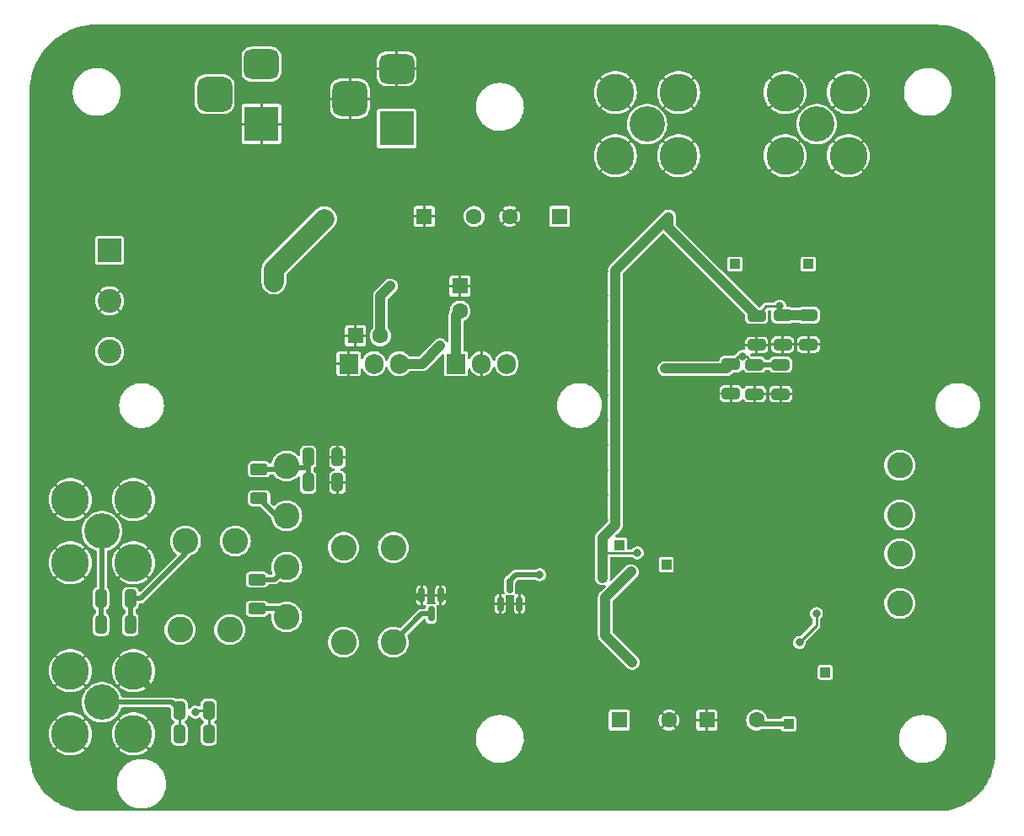
<source format=gbr>
%TF.GenerationSoftware,KiCad,Pcbnew,(6.0.10)*%
%TF.CreationDate,2023-02-20T15:55:57-05:00*%
%TF.ProjectId,Rx_Preamp,52785f50-7265-4616-9d70-2e6b69636164,rev?*%
%TF.SameCoordinates,Original*%
%TF.FileFunction,Copper,L2,Bot*%
%TF.FilePolarity,Positive*%
%FSLAX46Y46*%
G04 Gerber Fmt 4.6, Leading zero omitted, Abs format (unit mm)*
G04 Created by KiCad (PCBNEW (6.0.10)) date 2023-02-20 15:55:57*
%MOMM*%
%LPD*%
G01*
G04 APERTURE LIST*
G04 Aperture macros list*
%AMRoundRect*
0 Rectangle with rounded corners*
0 $1 Rounding radius*
0 $2 $3 $4 $5 $6 $7 $8 $9 X,Y pos of 4 corners*
0 Add a 4 corners polygon primitive as box body*
4,1,4,$2,$3,$4,$5,$6,$7,$8,$9,$2,$3,0*
0 Add four circle primitives for the rounded corners*
1,1,$1+$1,$2,$3*
1,1,$1+$1,$4,$5*
1,1,$1+$1,$6,$7*
1,1,$1+$1,$8,$9*
0 Add four rect primitives between the rounded corners*
20,1,$1+$1,$2,$3,$4,$5,0*
20,1,$1+$1,$4,$5,$6,$7,0*
20,1,$1+$1,$6,$7,$8,$9,0*
20,1,$1+$1,$8,$9,$2,$3,0*%
G04 Aperture macros list end*
%TA.AperFunction,ComponentPad*%
%ADD10R,1.600000X1.600000*%
%TD*%
%TA.AperFunction,ComponentPad*%
%ADD11C,1.600000*%
%TD*%
%TA.AperFunction,ComponentPad*%
%ADD12C,3.556000*%
%TD*%
%TA.AperFunction,ComponentPad*%
%ADD13C,3.810000*%
%TD*%
%TA.AperFunction,ComponentPad*%
%ADD14R,3.500000X3.500000*%
%TD*%
%TA.AperFunction,ComponentPad*%
%ADD15RoundRect,0.750000X-1.000000X0.750000X-1.000000X-0.750000X1.000000X-0.750000X1.000000X0.750000X0*%
%TD*%
%TA.AperFunction,ComponentPad*%
%ADD16RoundRect,0.875000X-0.875000X0.875000X-0.875000X-0.875000X0.875000X-0.875000X0.875000X0.875000X0*%
%TD*%
%TA.AperFunction,ComponentPad*%
%ADD17R,2.400000X2.400000*%
%TD*%
%TA.AperFunction,ComponentPad*%
%ADD18C,2.400000*%
%TD*%
%TA.AperFunction,ComponentPad*%
%ADD19C,2.600000*%
%TD*%
%TA.AperFunction,ComponentPad*%
%ADD20R,1.000000X1.000000*%
%TD*%
%TA.AperFunction,ComponentPad*%
%ADD21R,1.905000X2.000000*%
%TD*%
%TA.AperFunction,ComponentPad*%
%ADD22O,1.905000X2.000000*%
%TD*%
%TA.AperFunction,SMDPad,CuDef*%
%ADD23RoundRect,0.249999X0.650001X-0.325001X0.650001X0.325001X-0.650001X0.325001X-0.650001X-0.325001X0*%
%TD*%
%TA.AperFunction,SMDPad,CuDef*%
%ADD24RoundRect,0.249999X0.325001X0.650001X-0.325001X0.650001X-0.325001X-0.650001X0.325001X-0.650001X0*%
%TD*%
%TA.AperFunction,SMDPad,CuDef*%
%ADD25RoundRect,0.249998X-0.625002X0.312502X-0.625002X-0.312502X0.625002X-0.312502X0.625002X0.312502X0*%
%TD*%
%TA.AperFunction,SMDPad,CuDef*%
%ADD26RoundRect,0.249998X0.625002X-0.312502X0.625002X0.312502X-0.625002X0.312502X-0.625002X-0.312502X0*%
%TD*%
%TA.AperFunction,SMDPad,CuDef*%
%ADD27RoundRect,0.150000X0.150000X-0.587500X0.150000X0.587500X-0.150000X0.587500X-0.150000X-0.587500X0*%
%TD*%
%TA.AperFunction,SMDPad,CuDef*%
%ADD28RoundRect,0.150000X-0.150000X0.587500X-0.150000X-0.587500X0.150000X-0.587500X0.150000X0.587500X0*%
%TD*%
%TA.AperFunction,ViaPad*%
%ADD29C,0.800000*%
%TD*%
%TA.AperFunction,Conductor*%
%ADD30C,0.250000*%
%TD*%
%TA.AperFunction,Conductor*%
%ADD31C,0.500000*%
%TD*%
%TA.AperFunction,Conductor*%
%ADD32C,1.000000*%
%TD*%
%TA.AperFunction,Conductor*%
%ADD33C,2.000000*%
%TD*%
G04 APERTURE END LIST*
D10*
%TO.P,C13,1*%
%TO.N,GND*%
X110794698Y-152600000D03*
D11*
%TO.P,C13,2*%
%TO.N,-5V*%
X115794698Y-152600000D03*
%TD*%
D10*
%TO.P,C15,1*%
%TO.N,GND*%
X82400000Y-102000000D03*
D11*
%TO.P,C15,2*%
%TO.N,-5V*%
X87400000Y-102000000D03*
%TD*%
D12*
%TO.P,J1,1,In*%
%TO.N,/Out+*%
X121825000Y-92730000D03*
D13*
%TO.P,J1,2,Ext*%
%TO.N,GND*%
X118650000Y-89555000D03*
X125000000Y-95905000D03*
X118650000Y-95905000D03*
X125000000Y-89555000D03*
%TD*%
D12*
%TO.P,J3,1,In*%
%TO.N,Net-(C45-Pad2)*%
X50025000Y-133625000D03*
D13*
%TO.P,J3,2,Ext*%
%TO.N,GND*%
X53200000Y-136800000D03*
X46850000Y-136800000D03*
X46850000Y-130450000D03*
X53200000Y-130450000D03*
%TD*%
D14*
%TO.P,J6,1*%
%TO.N,GND*%
X66040000Y-92710000D03*
D15*
%TO.P,J6,2*%
%TO.N,Net-(D2-Pad2)*%
X66040000Y-86710000D03*
D16*
%TO.P,J6,3*%
X61340000Y-89710000D03*
%TD*%
D14*
%TO.P,J5,1*%
%TO.N,Net-(D1-Pad1)*%
X79630000Y-93170000D03*
D15*
%TO.P,J5,2*%
%TO.N,GND*%
X79630000Y-87170000D03*
D16*
%TO.P,J5,3*%
X74930000Y-90170000D03*
%TD*%
D17*
%TO.P,J7,1,1*%
%TO.N,Net-(D2-Pad2)*%
X50800000Y-105410000D03*
D18*
%TO.P,J7,2,2*%
%TO.N,GND*%
X50800000Y-110490000D03*
%TO.P,J7,3,3*%
%TO.N,Net-(D1-Pad1)*%
X50800000Y-115570000D03*
%TD*%
D19*
%TO.P,L8,1,1*%
%TO.N,Net-(C33-Pad1)*%
X68580000Y-132080000D03*
%TO.P,L8,2,2*%
%TO.N,Net-(C36-Pad2)*%
X68580000Y-127080000D03*
%TD*%
%TO.P,L7,1,1*%
%TO.N,Net-(C31-Pad1)*%
X68580000Y-137240000D03*
%TO.P,L7,2,2*%
%TO.N,Net-(C35-Pad2)*%
X68580000Y-142240000D03*
%TD*%
D20*
%TO.P,TP1,1,1*%
%TO.N,-5V*%
X119000000Y-153000000D03*
%TD*%
%TO.P,TP2,1,1*%
%TO.N,+5V*%
X102000000Y-135000000D03*
%TD*%
%TO.P,TP3,1,1*%
%TO.N,/SE2D-Out1*%
X121000000Y-106800000D03*
%TD*%
%TO.P,TP4,1,1*%
%TO.N,/SE2D-Out2*%
X113600000Y-106800000D03*
%TD*%
%TO.P,TP6,1,1*%
%TO.N,/PRE-AA*%
X106715000Y-136995000D03*
%TD*%
%TO.P,TP9,1,1*%
%TO.N,/AA-PreFilt*%
X122700000Y-147800000D03*
%TD*%
D19*
%TO.P,L4,1,1*%
%TO.N,/AA-Stg2*%
X130175000Y-132000000D03*
%TO.P,L4,2,2*%
%TO.N,SE2D_IN+*%
X130175000Y-127000000D03*
%TD*%
%TO.P,L3,1,1*%
%TO.N,/AA-Stg1*%
X130175000Y-140890000D03*
%TO.P,L3,2,2*%
%TO.N,/AA-Stg2*%
X130175000Y-135890000D03*
%TD*%
D12*
%TO.P,J4,1,In*%
%TO.N,Net-(C47-Pad2)*%
X50025000Y-150825000D03*
D13*
%TO.P,J4,2,Ext*%
%TO.N,GND*%
X53200000Y-154000000D03*
X46850000Y-154000000D03*
X46850000Y-147650000D03*
X53200000Y-147650000D03*
%TD*%
D21*
%TO.P,U6,1,GND*%
%TO.N,GND*%
X74800000Y-116800000D03*
D22*
%TO.P,U6,2,VI*%
%TO.N,-10V*%
X77340000Y-116800000D03*
%TO.P,U6,3,VO*%
%TO.N,Net-(F2-Pad2)*%
X79880000Y-116800000D03*
%TD*%
D21*
%TO.P,U5,1,IN*%
%TO.N,+10V*%
X85600000Y-116800000D03*
D22*
%TO.P,U5,2,GND*%
%TO.N,GND*%
X88140000Y-116800000D03*
%TO.P,U5,3,OUT*%
%TO.N,Net-(F1-Pad2)*%
X90680000Y-116800000D03*
%TD*%
D10*
%TO.P,C1,1*%
%TO.N,+5V*%
X96000000Y-102000000D03*
D11*
%TO.P,C1,2*%
%TO.N,GND*%
X91000000Y-102000000D03*
%TD*%
D12*
%TO.P,J2,1,In*%
%TO.N,/Out-*%
X104775000Y-92730000D03*
D13*
%TO.P,J2,2,Ext*%
%TO.N,GND*%
X107950000Y-89555000D03*
X101600000Y-95905000D03*
X107950000Y-95905000D03*
X101600000Y-89555000D03*
%TD*%
D10*
%TO.P,C2,1*%
%TO.N,+5V*%
X102000000Y-152600000D03*
D11*
%TO.P,C2,2*%
%TO.N,GND*%
X107000000Y-152600000D03*
%TD*%
D23*
%TO.P,C16,2*%
%TO.N,-5V*%
X121000000Y-111925000D03*
%TO.P,C16,1*%
%TO.N,GND*%
X121000000Y-114875000D03*
%TD*%
%TO.P,C18,1*%
%TO.N,GND*%
X118400000Y-114875000D03*
%TO.P,C18,2*%
%TO.N,-5V*%
X118400000Y-111925000D03*
%TD*%
%TO.P,C24,1*%
%TO.N,GND*%
X115600000Y-119850000D03*
%TO.P,C24,2*%
%TO.N,+5V*%
X115600000Y-116900000D03*
%TD*%
D24*
%TO.P,C36,1*%
%TO.N,GND*%
X73690000Y-128725000D03*
%TO.P,C36,2*%
%TO.N,Net-(C36-Pad2)*%
X70740000Y-128725000D03*
%TD*%
%TO.P,C38,1*%
%TO.N,GND*%
X73690000Y-126185000D03*
%TO.P,C38,2*%
%TO.N,Net-(C36-Pad2)*%
X70740000Y-126185000D03*
%TD*%
D19*
%TO.P,L9,1,1*%
%TO.N,Net-(C31-Pad1)*%
X74295000Y-144780000D03*
%TO.P,L9,2,2*%
%TO.N,SigFilt-*%
X79295000Y-144780000D03*
%TD*%
%TO.P,L10,1,1*%
%TO.N,Net-(C33-Pad1)*%
X74295000Y-135255000D03*
%TO.P,L10,2,2*%
%TO.N,SigFilt+*%
X79295000Y-135255000D03*
%TD*%
D25*
%TO.P,R21,1*%
%TO.N,Net-(C31-Pad1)*%
X65600000Y-138475000D03*
%TO.P,R21,2*%
%TO.N,Net-(C35-Pad2)*%
X65600000Y-141400000D03*
%TD*%
D26*
%TO.P,R22,1*%
%TO.N,Net-(C33-Pad1)*%
X65800000Y-130325000D03*
%TO.P,R22,2*%
%TO.N,Net-(C36-Pad2)*%
X65800000Y-127400000D03*
%TD*%
D19*
%TO.P,L5,1,1*%
%TO.N,SigIn-*%
X57865000Y-143510000D03*
%TO.P,L5,2,2*%
%TO.N,Net-(C31-Pad1)*%
X62865000Y-143510000D03*
%TD*%
%TO.P,L6,1,1*%
%TO.N,SigIn+*%
X58415302Y-134620000D03*
%TO.P,L6,2,2*%
%TO.N,Net-(C33-Pad1)*%
X63415302Y-134620000D03*
%TD*%
D23*
%TO.P,C9,1*%
%TO.N,GND*%
X118200000Y-119850000D03*
%TO.P,C9,2*%
%TO.N,+5V*%
X118200000Y-116900000D03*
%TD*%
%TO.P,C22,1*%
%TO.N,GND*%
X115795000Y-114930000D03*
%TO.P,C22,2*%
%TO.N,-5V*%
X115795000Y-111980000D03*
%TD*%
%TO.P,C3,1*%
%TO.N,GND*%
X113200000Y-119800000D03*
%TO.P,C3,2*%
%TO.N,+5V*%
X113200000Y-116850000D03*
%TD*%
D11*
%TO.P,C43,2*%
%TO.N,+10V*%
X86000000Y-111500000D03*
D10*
%TO.P,C43,1*%
%TO.N,GND*%
X86000000Y-109000000D03*
%TD*%
D11*
%TO.P,C44,2*%
%TO.N,-10V*%
X78000000Y-114000000D03*
D10*
%TO.P,C44,1*%
%TO.N,GND*%
X75500000Y-114000000D03*
%TD*%
D27*
%TO.P,D7,1,K*%
%TO.N,GND*%
X91950000Y-140937500D03*
%TO.P,D7,2,A*%
X90050000Y-140937500D03*
%TO.P,D7,3,K*%
%TO.N,SigFilt+*%
X91000000Y-139062500D03*
%TD*%
D28*
%TO.P,D8,1,K*%
%TO.N,GND*%
X82150000Y-140062500D03*
%TO.P,D8,2,A*%
X84050000Y-140062500D03*
%TO.P,D8,3,K*%
%TO.N,SigFilt-*%
X83100000Y-141937500D03*
%TD*%
D24*
%TO.P,C45,1*%
%TO.N,SigIn+*%
X52875000Y-140400000D03*
%TO.P,C45,2*%
%TO.N,Net-(C45-Pad2)*%
X49925000Y-140400000D03*
%TD*%
%TO.P,C46,1*%
%TO.N,SigIn+*%
X52875000Y-143000000D03*
%TO.P,C46,2*%
%TO.N,Net-(C45-Pad2)*%
X49925000Y-143000000D03*
%TD*%
%TO.P,C47,1*%
%TO.N,SigIn-*%
X60750000Y-154000000D03*
%TO.P,C47,2*%
%TO.N,Net-(C47-Pad2)*%
X57800000Y-154000000D03*
%TD*%
%TO.P,C48,1*%
%TO.N,SigIn-*%
X60750000Y-151600000D03*
%TO.P,C48,2*%
%TO.N,Net-(C47-Pad2)*%
X57800000Y-151600000D03*
%TD*%
D29*
%TO.N,GND*%
X122900000Y-113700000D03*
X103100000Y-103500000D03*
X111700000Y-110300000D03*
X104700000Y-109200000D03*
X106400000Y-105100000D03*
X120400000Y-124500000D03*
X121000000Y-120100000D03*
X126100000Y-119000000D03*
X130200000Y-110900000D03*
X126000000Y-109600000D03*
X120200000Y-109700000D03*
%TO.N,-5V*%
X103800000Y-135800000D03*
X121800000Y-141900000D03*
X120100000Y-144800000D03*
%TO.N,GND*%
X106000000Y-132900000D03*
X106062500Y-130100000D03*
X106000000Y-127500000D03*
X106062500Y-125200000D03*
X106100000Y-123700000D03*
%TO.N,-5V*%
X100300000Y-138300000D03*
%TO.N,+5V*%
X103200000Y-137700000D03*
X103300000Y-146800000D03*
X114400000Y-116063000D03*
%TO.N,-5V*%
X106937490Y-102062510D03*
X118100000Y-111029500D03*
%TO.N,GND*%
X70485000Y-112395000D03*
X70485000Y-110490000D03*
X70485000Y-107950000D03*
X64770000Y-113030000D03*
X64770000Y-111125000D03*
X64770000Y-109220000D03*
X64770000Y-107315000D03*
X62865000Y-113030000D03*
X57150000Y-113030000D03*
X60960000Y-113030000D03*
X59055000Y-113030000D03*
X60960000Y-107315000D03*
X59055000Y-107315000D03*
X57150000Y-107315000D03*
X62865000Y-107315000D03*
X60960000Y-116840000D03*
X62865000Y-116840000D03*
X59055000Y-116840000D03*
X63500000Y-102870000D03*
X65405000Y-102870000D03*
X69215000Y-102870000D03*
X67310000Y-102870000D03*
X59055000Y-100965000D03*
X59055000Y-95250000D03*
X59055000Y-97155000D03*
X59055000Y-99060000D03*
X84455000Y-102235000D03*
X82550000Y-96520000D03*
X82550000Y-98425000D03*
X82550000Y-94615000D03*
X82550000Y-92710000D03*
X72390000Y-95885000D03*
X70485000Y-95885000D03*
X74295000Y-95885000D03*
X68580000Y-95885000D03*
X73025000Y-99695000D03*
X69215000Y-99695000D03*
X71120000Y-99695000D03*
X74930000Y-99695000D03*
X78105000Y-102235000D03*
X86100000Y-104800000D03*
X80645000Y-99695000D03*
X80645000Y-107950000D03*
X80645000Y-109855000D03*
X80645000Y-111760000D03*
X55245000Y-116840000D03*
X53340000Y-116840000D03*
X57150000Y-116840000D03*
X129748000Y-121548000D03*
X129748000Y-123580000D03*
X129748000Y-120024000D03*
X115824000Y-150368000D03*
X108204000Y-150368000D03*
X122936000Y-150368000D03*
X117856000Y-150368000D03*
X120396000Y-150368000D03*
X135255000Y-142240000D03*
X128000000Y-149000000D03*
X108250000Y-142750000D03*
X103500000Y-142750000D03*
X109220000Y-143764000D03*
X111760000Y-143764000D03*
X87500000Y-139000000D03*
X96500000Y-136600000D03*
X91440000Y-144780000D03*
X93980000Y-144780000D03*
X96520000Y-144780000D03*
X76708000Y-140208000D03*
X81788000Y-140208000D03*
X84328000Y-140208000D03*
X74168000Y-137668000D03*
X79248000Y-137668000D03*
X71628000Y-137668000D03*
X76708000Y-137668000D03*
X79248000Y-142240000D03*
X76708000Y-142240000D03*
X57912000Y-140208000D03*
X62992000Y-140208000D03*
X60452000Y-140208000D03*
X47600000Y-140600000D03*
X63500000Y-137160000D03*
X58420000Y-137160000D03*
X60960000Y-137160000D03*
X55880000Y-137160000D03*
X60960000Y-127508000D03*
X60960000Y-135128000D03*
X60960000Y-132588000D03*
X60960000Y-130048000D03*
X60452000Y-145288000D03*
X60452000Y-142748000D03*
X60452000Y-147828000D03*
X72644000Y-154432000D03*
X72644000Y-149352000D03*
X72644000Y-151892000D03*
X72644000Y-146812000D03*
X64008000Y-148844000D03*
X64008000Y-146304000D03*
X54500000Y-149000000D03*
X81788000Y-146812000D03*
X81788000Y-151892000D03*
X81788000Y-149352000D03*
X81788000Y-154432000D03*
X100076000Y-145796000D03*
X122936000Y-138176000D03*
X125476000Y-138176000D03*
X133096000Y-140716000D03*
X133096000Y-143256000D03*
X133096000Y-135636000D03*
X133096000Y-138176000D03*
X103600000Y-118640000D03*
X103600000Y-116100000D03*
X103744000Y-120528000D03*
X118364000Y-136652000D03*
X70000000Y-135000000D03*
X67500000Y-135000000D03*
X72500000Y-130000000D03*
X67500000Y-130000000D03*
X69800000Y-130100000D03*
X72500000Y-127500000D03*
X94432000Y-148212000D03*
X89352000Y-148212000D03*
X91892000Y-148212000D03*
X76770000Y-132702000D03*
X76770000Y-127622000D03*
X76770000Y-130162000D03*
X77020000Y-146872000D03*
X77020000Y-151952000D03*
X77020000Y-149412000D03*
X68662000Y-147480000D03*
X66122000Y-147480000D03*
X71202000Y-147480000D03*
X111230000Y-93338000D03*
X111230000Y-95878000D03*
X111230000Y-90798000D03*
X82798000Y-135520000D03*
X130588000Y-129020000D03*
X133128000Y-129020000D03*
X92500000Y-126250000D03*
X94500000Y-126250000D03*
X97020000Y-96622000D03*
X93520000Y-99662000D03*
X93520000Y-94582000D03*
X93520000Y-97122000D03*
X115662000Y-92730000D03*
X115500000Y-95500000D03*
X98300000Y-143000000D03*
X98300000Y-139800000D03*
X98300000Y-141300000D03*
X103750000Y-139000000D03*
X114000000Y-124000000D03*
X112500000Y-125500000D03*
X58000000Y-122000000D03*
X60500000Y-122000000D03*
X63000000Y-122000000D03*
X65500000Y-122000000D03*
X68000000Y-122000000D03*
X70500000Y-122000000D03*
X73000000Y-122000000D03*
X75500000Y-122000000D03*
X78000000Y-122000000D03*
X80500000Y-122000000D03*
X83000000Y-122000000D03*
X85500000Y-122000000D03*
X88000000Y-122000000D03*
X90500000Y-122000000D03*
X93000000Y-122000000D03*
X58000000Y-120000000D03*
X60500000Y-120000000D03*
X78000000Y-120000000D03*
X80500000Y-120000000D03*
X83000000Y-120000000D03*
X68000000Y-120000000D03*
X65500000Y-120000000D03*
X88000000Y-120000000D03*
X90500000Y-120000000D03*
X63000000Y-120000000D03*
X75500000Y-120000000D03*
X73000000Y-120000000D03*
X70500000Y-120000000D03*
X85500000Y-120000000D03*
X93000000Y-120000000D03*
X80500000Y-124000000D03*
X63000000Y-124000000D03*
X68000000Y-124000000D03*
X78000000Y-124000000D03*
X90500000Y-124000000D03*
X93000000Y-124000000D03*
X88000000Y-124000000D03*
X65500000Y-124000000D03*
X85500000Y-124000000D03*
X75500000Y-124000000D03*
X83000000Y-124000000D03*
X58000000Y-124000000D03*
X60500000Y-124000000D03*
X73000000Y-124000000D03*
X70500000Y-124000000D03*
X100500000Y-112500000D03*
X100500000Y-107500000D03*
X100500000Y-127500000D03*
X100500000Y-120000000D03*
X100500000Y-117500000D03*
X100500000Y-125000000D03*
X100500000Y-110000000D03*
X100500000Y-122500000D03*
X100500000Y-115000000D03*
X100500000Y-132500000D03*
X100500000Y-130000000D03*
X62500000Y-160000000D03*
X87500000Y-160000000D03*
X70000000Y-160000000D03*
X92500000Y-160000000D03*
X80000000Y-160000000D03*
X82500000Y-160000000D03*
X90000000Y-160000000D03*
X75000000Y-160000000D03*
X65000000Y-160000000D03*
X72500000Y-160000000D03*
X77500000Y-160000000D03*
X67500000Y-160000000D03*
X85000000Y-160000000D03*
X57500000Y-160000000D03*
X129500000Y-160000000D03*
X127000000Y-160000000D03*
X112000000Y-160000000D03*
X99500000Y-160000000D03*
X117000000Y-160000000D03*
X114500000Y-160000000D03*
X109500000Y-160000000D03*
X107000000Y-160000000D03*
X104500000Y-160000000D03*
X94500000Y-160000000D03*
X119500000Y-160000000D03*
X122000000Y-160000000D03*
X102000000Y-160000000D03*
X124500000Y-160000000D03*
X138500000Y-132000000D03*
X138500000Y-114500000D03*
X138500000Y-117000000D03*
X138500000Y-137000000D03*
X138500000Y-139500000D03*
X138500000Y-149500000D03*
X138500000Y-127000000D03*
X138500000Y-134500000D03*
X138500000Y-122000000D03*
X138500000Y-142000000D03*
X138500000Y-119500000D03*
X138500000Y-129500000D03*
X138500000Y-144500000D03*
X138500000Y-124500000D03*
X118000000Y-84500000D03*
X98000000Y-84500000D03*
X108000000Y-84500000D03*
X105500000Y-84500000D03*
X103000000Y-84500000D03*
X115500000Y-84500000D03*
X95500000Y-84500000D03*
X100500000Y-84500000D03*
X110500000Y-84500000D03*
X113000000Y-84500000D03*
X93000000Y-84500000D03*
X90500000Y-84500000D03*
X125500000Y-84500000D03*
X120500000Y-84500000D03*
X96500000Y-150000000D03*
X96500000Y-155000000D03*
X96500000Y-157500000D03*
X96500000Y-152500000D03*
X96500000Y-160000000D03*
X96500000Y-147500000D03*
X109500000Y-154500000D03*
X122000000Y-154500000D03*
X117000000Y-154500000D03*
X114500000Y-154500000D03*
X119500000Y-154500000D03*
X112000000Y-154500000D03*
X122000000Y-157000000D03*
X109500000Y-157000000D03*
X112000000Y-157000000D03*
X114500000Y-157000000D03*
X117000000Y-157000000D03*
X119500000Y-157000000D03*
X104500000Y-157000000D03*
X102000000Y-157000000D03*
X107000000Y-157000000D03*
X99500000Y-157000000D03*
X99500000Y-152500000D03*
X99500000Y-147500000D03*
X99500000Y-155000000D03*
X99500000Y-150000000D03*
X102000000Y-147500000D03*
X102000000Y-150000000D03*
X102000000Y-155000000D03*
X104500000Y-155000000D03*
X104500000Y-147500000D03*
X104500000Y-152500000D03*
X104500000Y-150000000D03*
X121000000Y-132500000D03*
X121000000Y-128500000D03*
X119000000Y-128500000D03*
X119000000Y-132500000D03*
X119000000Y-130500000D03*
X121000000Y-130500000D03*
X119000000Y-126500000D03*
X121000000Y-126500000D03*
X124000000Y-126000000D03*
X127000000Y-126000000D03*
X126500000Y-123000000D03*
X124000000Y-123000000D03*
X111000000Y-123500000D03*
X109000000Y-123500000D03*
X127000000Y-115000000D03*
X128500000Y-112500000D03*
X130500000Y-112500000D03*
X111500000Y-146500000D03*
X109500000Y-146500000D03*
X105500000Y-144000000D03*
X107500000Y-144000000D03*
X114000000Y-149000000D03*
X112000000Y-149000000D03*
X134000000Y-149500000D03*
X132000000Y-149500000D03*
X95500000Y-134000000D03*
X98000000Y-130000000D03*
X95500000Y-130000000D03*
X98000000Y-134000000D03*
X98000000Y-132000000D03*
X95500000Y-132000000D03*
X90500000Y-130000000D03*
X93000000Y-130000000D03*
X90500000Y-134000000D03*
X93000000Y-132000000D03*
X93000000Y-134000000D03*
X90500000Y-132000000D03*
X84000000Y-130000000D03*
X84000000Y-134000000D03*
X84000000Y-132000000D03*
X81500000Y-134000000D03*
X81500000Y-132000000D03*
X81500000Y-130000000D03*
X83000000Y-128500000D03*
X85000000Y-126000000D03*
X81000000Y-128500000D03*
X83000000Y-126000000D03*
X85000000Y-128500000D03*
X81000000Y-126000000D03*
X88500000Y-126000000D03*
X90500000Y-128500000D03*
X90500000Y-126000000D03*
X86500000Y-128500000D03*
X88500000Y-128500000D03*
X86500000Y-126000000D03*
X81000000Y-156000000D03*
X78500000Y-156000000D03*
X83500000Y-156000000D03*
X76000000Y-156000000D03*
X78500000Y-153000000D03*
X83000000Y-153000000D03*
X76000000Y-153000000D03*
X81000000Y-153000000D03*
X70500000Y-151500000D03*
X63500000Y-151500000D03*
X66000000Y-154500000D03*
X71000000Y-154500000D03*
X66000000Y-151500000D03*
X68500000Y-151500000D03*
X68500000Y-154500000D03*
X63500000Y-154500000D03*
X86000000Y-139000000D03*
X88500000Y-139000000D03*
X89000000Y-141000000D03*
X87000000Y-141000000D03*
X85500000Y-141000000D03*
X113500000Y-93000000D03*
X113500000Y-90500000D03*
X113500000Y-95500000D03*
X128000000Y-90500000D03*
X128000000Y-93000000D03*
X128000000Y-95500000D03*
X113500000Y-98500000D03*
X116000000Y-98500000D03*
X111000000Y-98500000D03*
X110500000Y-102500000D03*
X115500000Y-107500000D03*
X115200000Y-102300000D03*
X128500000Y-106500000D03*
X124000000Y-104500000D03*
X118000000Y-101000000D03*
X104400000Y-113600000D03*
X112500000Y-128000000D03*
X112500000Y-132000000D03*
X112500000Y-130000000D03*
X114500000Y-130000000D03*
X114500000Y-132000000D03*
X114500000Y-128000000D03*
X112500000Y-122500000D03*
X116500000Y-122500000D03*
X114500000Y-122500000D03*
X99000000Y-110000000D03*
X99000000Y-115000000D03*
X99000000Y-112500000D03*
X99000000Y-117500000D03*
X99000000Y-107500000D03*
X97000000Y-115000000D03*
X97000000Y-110000000D03*
X97000000Y-117500000D03*
X97000000Y-107500000D03*
X97000000Y-112500000D03*
X95500000Y-112500000D03*
X95500000Y-115000000D03*
X95500000Y-117500000D03*
X95500000Y-107500000D03*
X95500000Y-110000000D03*
X98000000Y-126500000D03*
X95500000Y-124500000D03*
%TO.N,-10V*%
X79000000Y-109000000D03*
%TO.N,SigIn-*%
X59400000Y-151800000D03*
%TO.N,SigFilt+*%
X94000000Y-138000000D03*
%TO.N,Net-(D1-Pad1)*%
X67310000Y-108585000D03*
X72390000Y-102235000D03*
%TO.N,GND*%
X109200000Y-108200000D03*
%TO.N,+5V*%
X106600000Y-117300000D03*
%TO.N,Net-(F2-Pad2)*%
X84000000Y-115000000D03*
%TD*%
D30*
%TO.N,-5V*%
X118100000Y-111625000D02*
X118400000Y-111925000D01*
X118100000Y-111029500D02*
X118100000Y-111625000D01*
D31*
%TO.N,SigFilt-*%
X82137500Y-141937500D02*
X79295000Y-144780000D01*
X83100000Y-141937500D02*
X82137500Y-141937500D01*
%TO.N,-5V*%
X116194698Y-153000000D02*
X115794698Y-152600000D01*
X119000000Y-153000000D02*
X116194698Y-153000000D01*
D32*
X100300000Y-135800000D02*
X100300000Y-138300000D01*
D30*
X103800000Y-135800000D02*
X103775000Y-135825000D01*
D32*
X100300000Y-134300000D02*
X100300000Y-135800000D01*
D30*
X100325000Y-135825000D02*
X100300000Y-135800000D01*
X103775000Y-135825000D02*
X100325000Y-135825000D01*
X121800000Y-143100000D02*
X121800000Y-141900000D01*
X120100000Y-144800000D02*
X121800000Y-143100000D01*
D32*
%TO.N,+5V*%
X100600000Y-144100000D02*
X100600000Y-140300000D01*
X100600000Y-140300000D02*
X103200000Y-137700000D01*
X103300000Y-146800000D02*
X100600000Y-144100000D01*
%TO.N,-5V*%
X101600000Y-133000000D02*
X100300000Y-134300000D01*
X101600000Y-107400000D02*
X101600000Y-133000000D01*
X106937490Y-102062510D02*
X101600000Y-107400000D01*
X106937490Y-103122490D02*
X115795000Y-111980000D01*
X106937490Y-102062510D02*
X106937490Y-103122490D01*
D30*
%TO.N,+5V*%
X114763000Y-116063000D02*
X115600000Y-116900000D01*
X114400000Y-116063000D02*
X114763000Y-116063000D01*
D31*
X118200000Y-116900000D02*
X115600000Y-116900000D01*
D30*
%TO.N,-5V*%
X116745500Y-111029500D02*
X115795000Y-111980000D01*
X118100000Y-111029500D02*
X116745500Y-111029500D01*
D32*
X121000000Y-111925000D02*
X118400000Y-111925000D01*
D30*
%TO.N,+5V*%
X113987000Y-116063000D02*
X113200000Y-116850000D01*
X114400000Y-116063000D02*
X113987000Y-116063000D01*
D32*
X112750000Y-117300000D02*
X113200000Y-116850000D01*
X106600000Y-117300000D02*
X112750000Y-117300000D01*
%TO.N,+10V*%
X85600000Y-111900000D02*
X86000000Y-111500000D01*
X85600000Y-116800000D02*
X85600000Y-111900000D01*
%TO.N,-10V*%
X78000000Y-110000000D02*
X79000000Y-109000000D01*
X78000000Y-114000000D02*
X78000000Y-110000000D01*
D30*
%TO.N,SigIn-*%
X60750000Y-151600000D02*
X59600000Y-151600000D01*
X60750000Y-154000000D02*
X60750000Y-151600000D01*
X59600000Y-151600000D02*
X59400000Y-151800000D01*
D31*
%TO.N,SigIn+*%
X52875000Y-140400000D02*
X53898002Y-140400000D01*
X53898002Y-140400000D02*
X58415302Y-135882700D01*
X58415302Y-135882700D02*
X58415302Y-134620000D01*
X52875000Y-143000000D02*
X52875000Y-140400000D01*
%TO.N,Net-(C47-Pad2)*%
X57025000Y-150825000D02*
X57800000Y-151600000D01*
X50025000Y-150825000D02*
X57025000Y-150825000D01*
D30*
X57800000Y-154000000D02*
X57800000Y-151600000D01*
D31*
%TO.N,Net-(C45-Pad2)*%
X50025000Y-133625000D02*
X50025000Y-140300000D01*
X49925000Y-140400000D02*
X49925000Y-143000000D01*
X50025000Y-140300000D02*
X49925000Y-140400000D01*
%TO.N,Net-(C36-Pad2)*%
X70740000Y-126185000D02*
X70740000Y-127260000D01*
X70740000Y-127260000D02*
X68760000Y-127260000D01*
X68260000Y-127400000D02*
X68580000Y-127080000D01*
X68760000Y-127260000D02*
X68580000Y-127080000D01*
X70740000Y-127260000D02*
X70740000Y-128725000D01*
X65800000Y-127400000D02*
X68260000Y-127400000D01*
%TO.N,Net-(C35-Pad2)*%
X67740000Y-141400000D02*
X68580000Y-142240000D01*
X65600000Y-141400000D02*
X67740000Y-141400000D01*
%TO.N,SigFilt+*%
X91600000Y-138000000D02*
X91200000Y-138400000D01*
X94000000Y-138000000D02*
X91600000Y-138000000D01*
%TO.N,Net-(C33-Pad1)*%
X65800000Y-130325000D02*
X67555000Y-132080000D01*
X67555000Y-132080000D02*
X68580000Y-132080000D01*
%TO.N,Net-(C31-Pad1)*%
X67345000Y-138475000D02*
X68580000Y-137240000D01*
X65600000Y-138475000D02*
X67345000Y-138475000D01*
D33*
%TO.N,Net-(D1-Pad1)*%
X67310000Y-108585000D02*
X67310000Y-107315000D01*
X67310000Y-107315000D02*
X72390000Y-102235000D01*
D32*
%TO.N,Net-(F2-Pad2)*%
X82200000Y-116800000D02*
X84000000Y-115000000D01*
X79880000Y-116800000D02*
X82200000Y-116800000D01*
%TD*%
%TA.AperFunction,Conductor*%
%TO.N,GND*%
G36*
X133987306Y-82752883D02*
G01*
X134000000Y-82755408D01*
X134011978Y-82753026D01*
X134020784Y-82753026D01*
X134035268Y-82751886D01*
X134222900Y-82759258D01*
X134446233Y-82768033D01*
X134455924Y-82768795D01*
X134894613Y-82820717D01*
X134904188Y-82822234D01*
X135337425Y-82908410D01*
X135346872Y-82910678D01*
X135771995Y-83030576D01*
X135781254Y-83033584D01*
X136195668Y-83186469D01*
X136204655Y-83190191D01*
X136405228Y-83282657D01*
X136605792Y-83375118D01*
X136614467Y-83379538D01*
X136999859Y-83595367D01*
X137008159Y-83600453D01*
X137313500Y-83804476D01*
X137375420Y-83845850D01*
X137383296Y-83851573D01*
X137730177Y-84125031D01*
X137737563Y-84131338D01*
X138015628Y-84388379D01*
X138061933Y-84431183D01*
X138068811Y-84438061D01*
X138368662Y-84762437D01*
X138374969Y-84769823D01*
X138648427Y-85116704D01*
X138654147Y-85124577D01*
X138894971Y-85484993D01*
X138899545Y-85491839D01*
X138904633Y-85500141D01*
X139120462Y-85885533D01*
X139124882Y-85894208D01*
X139197976Y-86052760D01*
X139291938Y-86256579D01*
X139309805Y-86295336D01*
X139313531Y-86304332D01*
X139466416Y-86718746D01*
X139469424Y-86728005D01*
X139587876Y-87147999D01*
X139589319Y-87153117D01*
X139591590Y-87162575D01*
X139677268Y-87593307D01*
X139677764Y-87595802D01*
X139679283Y-87605387D01*
X139731205Y-88044076D01*
X139731967Y-88053767D01*
X139738386Y-88217130D01*
X139747547Y-88450290D01*
X139748114Y-88464730D01*
X139746974Y-88479216D01*
X139746974Y-88488022D01*
X139744592Y-88500000D01*
X139746975Y-88511979D01*
X139747117Y-88512694D01*
X139749500Y-88536885D01*
X139749500Y-155963115D01*
X139747117Y-155987306D01*
X139744592Y-156000000D01*
X139746974Y-156011978D01*
X139746974Y-156020784D01*
X139748114Y-156035268D01*
X139746057Y-156087620D01*
X139731967Y-156446233D01*
X139731205Y-156455924D01*
X139679283Y-156894613D01*
X139677766Y-156904188D01*
X139599540Y-157297458D01*
X139591592Y-157337415D01*
X139589322Y-157346872D01*
X139543145Y-157510603D01*
X139469424Y-157771995D01*
X139466416Y-157781254D01*
X139313531Y-158195668D01*
X139309805Y-158204664D01*
X139124882Y-158605792D01*
X139120462Y-158614467D01*
X138904633Y-158999859D01*
X138899545Y-159008161D01*
X138654150Y-159375420D01*
X138648427Y-159383296D01*
X138374969Y-159730177D01*
X138368662Y-159737563D01*
X138116143Y-160010736D01*
X138068817Y-160061933D01*
X138061939Y-160068811D01*
X137737563Y-160368662D01*
X137730177Y-160374969D01*
X137383296Y-160648427D01*
X137375423Y-160654147D01*
X137022061Y-160890257D01*
X137008161Y-160899545D01*
X136999859Y-160904633D01*
X136614467Y-161120462D01*
X136605792Y-161124882D01*
X136512221Y-161168019D01*
X136204655Y-161309809D01*
X136195668Y-161313531D01*
X135781254Y-161466416D01*
X135771995Y-161469424D01*
X135346872Y-161589322D01*
X135337425Y-161591590D01*
X134904188Y-161677766D01*
X134894613Y-161679283D01*
X134455924Y-161731205D01*
X134446233Y-161731967D01*
X134222900Y-161740742D01*
X134035268Y-161748114D01*
X134020784Y-161746974D01*
X134011978Y-161746974D01*
X134000000Y-161744592D01*
X133987345Y-161747109D01*
X133987306Y-161747117D01*
X133963115Y-161749500D01*
X48536885Y-161749500D01*
X48512694Y-161747117D01*
X48512655Y-161747109D01*
X48500000Y-161744592D01*
X48488022Y-161746974D01*
X48479216Y-161746974D01*
X48464732Y-161748114D01*
X48277100Y-161740742D01*
X48053767Y-161731967D01*
X48044076Y-161731205D01*
X47605387Y-161679283D01*
X47595812Y-161677766D01*
X47162575Y-161591590D01*
X47153128Y-161589322D01*
X46728005Y-161469424D01*
X46718746Y-161466416D01*
X46304332Y-161313531D01*
X46295345Y-161309809D01*
X45987779Y-161168019D01*
X45894208Y-161124882D01*
X45885533Y-161120462D01*
X45500141Y-160904633D01*
X45491839Y-160899545D01*
X45477939Y-160890257D01*
X45124577Y-160654147D01*
X45116704Y-160648427D01*
X44769823Y-160374969D01*
X44762437Y-160368662D01*
X44438061Y-160068811D01*
X44431183Y-160061933D01*
X44383857Y-160010736D01*
X44131338Y-159737563D01*
X44125031Y-159730177D01*
X43851573Y-159383296D01*
X43845850Y-159375420D01*
X43600455Y-159008161D01*
X43595453Y-159000000D01*
X51508516Y-159000000D01*
X51528162Y-159312266D01*
X51528890Y-159316085D01*
X51528891Y-159316089D01*
X51568457Y-159523496D01*
X51586791Y-159619607D01*
X51683477Y-159917176D01*
X51816696Y-160200282D01*
X51984347Y-160464458D01*
X52070755Y-160568907D01*
X52139035Y-160651443D01*
X52183786Y-160705538D01*
X52186616Y-160708196D01*
X52186623Y-160708203D01*
X52395801Y-160904633D01*
X52411868Y-160919721D01*
X52664996Y-161103630D01*
X52939178Y-161254362D01*
X53230089Y-161369542D01*
X53233858Y-161370510D01*
X53233865Y-161370512D01*
X53529359Y-161446382D01*
X53529364Y-161446383D01*
X53533142Y-161447353D01*
X53537010Y-161447842D01*
X53537017Y-161447843D01*
X53839692Y-161486080D01*
X53839698Y-161486080D01*
X53843558Y-161486568D01*
X54156442Y-161486568D01*
X54160302Y-161486080D01*
X54160308Y-161486080D01*
X54462983Y-161447843D01*
X54462990Y-161447842D01*
X54466858Y-161447353D01*
X54470636Y-161446383D01*
X54470641Y-161446382D01*
X54766135Y-161370512D01*
X54766142Y-161370510D01*
X54769911Y-161369542D01*
X55060822Y-161254362D01*
X55335004Y-161103630D01*
X55588132Y-160919721D01*
X55604199Y-160904633D01*
X55813377Y-160708203D01*
X55813384Y-160708196D01*
X55816214Y-160705538D01*
X55860966Y-160651443D01*
X55929245Y-160568907D01*
X56015653Y-160464458D01*
X56183304Y-160200282D01*
X56316523Y-159917176D01*
X56413209Y-159619607D01*
X56431544Y-159523496D01*
X56471109Y-159316089D01*
X56471110Y-159316085D01*
X56471838Y-159312266D01*
X56491484Y-159000000D01*
X56473883Y-158720231D01*
X56472083Y-158691625D01*
X56472083Y-158691622D01*
X56471838Y-158687734D01*
X56466285Y-158658623D01*
X56413938Y-158384212D01*
X56413936Y-158384205D01*
X56413209Y-158380393D01*
X56316523Y-158082824D01*
X56183304Y-157799718D01*
X56015653Y-157535542D01*
X55896772Y-157391840D01*
X55818693Y-157297458D01*
X55818689Y-157297454D01*
X55816214Y-157294462D01*
X55813384Y-157291804D01*
X55813377Y-157291797D01*
X55590968Y-157082942D01*
X55590966Y-157082941D01*
X55588132Y-157080279D01*
X55345778Y-156904198D01*
X55338156Y-156898660D01*
X55338155Y-156898660D01*
X55335004Y-156896370D01*
X55103076Y-156768867D01*
X55064240Y-156747517D01*
X55064239Y-156747517D01*
X55060822Y-156745638D01*
X54769911Y-156630458D01*
X54766142Y-156629490D01*
X54766135Y-156629488D01*
X54470641Y-156553618D01*
X54470636Y-156553617D01*
X54466858Y-156552647D01*
X54462990Y-156552158D01*
X54462983Y-156552157D01*
X54160308Y-156513920D01*
X54160302Y-156513920D01*
X54156442Y-156513432D01*
X53843558Y-156513432D01*
X53839698Y-156513920D01*
X53839692Y-156513920D01*
X53537017Y-156552157D01*
X53537010Y-156552158D01*
X53533142Y-156552647D01*
X53529364Y-156553617D01*
X53529359Y-156553618D01*
X53233865Y-156629488D01*
X53233858Y-156629490D01*
X53230089Y-156630458D01*
X52939178Y-156745638D01*
X52935761Y-156747517D01*
X52935760Y-156747517D01*
X52896924Y-156768867D01*
X52664996Y-156896370D01*
X52661845Y-156898660D01*
X52661844Y-156898660D01*
X52654222Y-156904198D01*
X52411868Y-157080279D01*
X52409034Y-157082941D01*
X52409032Y-157082942D01*
X52186623Y-157291797D01*
X52186616Y-157291804D01*
X52183786Y-157294462D01*
X52181311Y-157297454D01*
X52181307Y-157297458D01*
X52103228Y-157391840D01*
X51984347Y-157535542D01*
X51816696Y-157799718D01*
X51683477Y-158082824D01*
X51586791Y-158380393D01*
X51586064Y-158384205D01*
X51586062Y-158384212D01*
X51533715Y-158658623D01*
X51528162Y-158687734D01*
X51527917Y-158691622D01*
X51527917Y-158691625D01*
X51526117Y-158720231D01*
X51512440Y-158937632D01*
X51508516Y-159000000D01*
X43595453Y-159000000D01*
X43595367Y-158999859D01*
X43379538Y-158614467D01*
X43375118Y-158605792D01*
X43190195Y-158204664D01*
X43186469Y-158195668D01*
X43033584Y-157781254D01*
X43030576Y-157771995D01*
X42956855Y-157510603D01*
X42910678Y-157346872D01*
X42908408Y-157337415D01*
X42900460Y-157297458D01*
X42822234Y-156904188D01*
X42820717Y-156894613D01*
X42768795Y-156455924D01*
X42768033Y-156446233D01*
X42753943Y-156087620D01*
X42751886Y-156035268D01*
X42753026Y-156020784D01*
X42753026Y-156011978D01*
X42755408Y-156000000D01*
X42752873Y-155987255D01*
X42750491Y-155963101D01*
X42750397Y-155611251D01*
X45422198Y-155611251D01*
X45429140Y-155621064D01*
X45577128Y-155744801D01*
X45583941Y-155749750D01*
X45825696Y-155901403D01*
X45833119Y-155905383D01*
X46093229Y-156022828D01*
X46101113Y-156025760D01*
X46374754Y-156106816D01*
X46382982Y-156108654D01*
X46665075Y-156151821D01*
X46673475Y-156152526D01*
X46958830Y-156157010D01*
X46967237Y-156156569D01*
X47250563Y-156122283D01*
X47258831Y-156120705D01*
X47534873Y-156048287D01*
X47542870Y-156045596D01*
X47806524Y-155936387D01*
X47814075Y-155932639D01*
X48060481Y-155788650D01*
X48067436Y-155783924D01*
X48271446Y-155623959D01*
X48279780Y-155612290D01*
X48279197Y-155611251D01*
X51772198Y-155611251D01*
X51779140Y-155621064D01*
X51927128Y-155744801D01*
X51933941Y-155749750D01*
X52175696Y-155901403D01*
X52183119Y-155905383D01*
X52443229Y-156022828D01*
X52451113Y-156025760D01*
X52724754Y-156106816D01*
X52732982Y-156108654D01*
X53015075Y-156151821D01*
X53023475Y-156152526D01*
X53308830Y-156157010D01*
X53317237Y-156156569D01*
X53600563Y-156122283D01*
X53608831Y-156120705D01*
X53884873Y-156048287D01*
X53892870Y-156045596D01*
X54156524Y-155936387D01*
X54164075Y-155932639D01*
X54410481Y-155788650D01*
X54417436Y-155783924D01*
X54621446Y-155623959D01*
X54629780Y-155612290D01*
X54623366Y-155600850D01*
X53212607Y-154190091D01*
X53198887Y-154182599D01*
X53197081Y-154182728D01*
X53190574Y-154186910D01*
X51779373Y-155598111D01*
X51772198Y-155611251D01*
X48279197Y-155611251D01*
X48273366Y-155600850D01*
X46862607Y-154190091D01*
X46848887Y-154182599D01*
X46847081Y-154182728D01*
X46840574Y-154186910D01*
X45429373Y-155598111D01*
X45422198Y-155611251D01*
X42750397Y-155611251D01*
X42749959Y-153981595D01*
X44690325Y-153981595D01*
X44706754Y-154266507D01*
X44707810Y-154274869D01*
X44762750Y-154554906D01*
X44764933Y-154563055D01*
X44857377Y-154833061D01*
X44860637Y-154840815D01*
X44988867Y-155095773D01*
X44993160Y-155103031D01*
X45154802Y-155338222D01*
X45160039Y-155344828D01*
X45227911Y-155419419D01*
X45241263Y-155427549D01*
X45241511Y-155427543D01*
X45250384Y-155422132D01*
X46659909Y-154012607D01*
X46666185Y-154001113D01*
X47032599Y-154001113D01*
X47032728Y-154002919D01*
X47036910Y-154009426D01*
X48448768Y-155421284D01*
X48462488Y-155428776D01*
X48463776Y-155428684D01*
X48470996Y-155423963D01*
X48496887Y-155397246D01*
X48502328Y-155390808D01*
X48671285Y-155160801D01*
X48675790Y-155153701D01*
X48811966Y-154902896D01*
X48815477Y-154895228D01*
X48916355Y-154628263D01*
X48918787Y-154620207D01*
X48982498Y-154342024D01*
X48983817Y-154333697D01*
X49009345Y-154047672D01*
X49009588Y-154042789D01*
X49010010Y-154002445D01*
X49009870Y-153997565D01*
X49008781Y-153981595D01*
X51040325Y-153981595D01*
X51056754Y-154266507D01*
X51057810Y-154274869D01*
X51112750Y-154554906D01*
X51114933Y-154563055D01*
X51207377Y-154833061D01*
X51210637Y-154840815D01*
X51338867Y-155095773D01*
X51343160Y-155103031D01*
X51504802Y-155338222D01*
X51510039Y-155344828D01*
X51577911Y-155419419D01*
X51591263Y-155427549D01*
X51591511Y-155427543D01*
X51600384Y-155422132D01*
X53009909Y-154012607D01*
X53016185Y-154001113D01*
X53382599Y-154001113D01*
X53382728Y-154002919D01*
X53386910Y-154009426D01*
X54798768Y-155421284D01*
X54812488Y-155428776D01*
X54813776Y-155428684D01*
X54820996Y-155423963D01*
X54846887Y-155397246D01*
X54852328Y-155390808D01*
X55021285Y-155160801D01*
X55025790Y-155153701D01*
X55161966Y-154902896D01*
X55165477Y-154895228D01*
X55266355Y-154628263D01*
X55268787Y-154620207D01*
X55332498Y-154342024D01*
X55333817Y-154333697D01*
X55359345Y-154047672D01*
X55359588Y-154042789D01*
X55360010Y-154002445D01*
X55359870Y-153997565D01*
X55340338Y-153711058D01*
X55339196Y-153702720D01*
X55281320Y-153423249D01*
X55279060Y-153415153D01*
X55183791Y-153146123D01*
X55180447Y-153138396D01*
X55049557Y-152884799D01*
X55045186Y-152877582D01*
X54881095Y-152644105D01*
X54875786Y-152637549D01*
X54822487Y-152580193D01*
X54809051Y-152572204D01*
X54808456Y-152572224D01*
X54800109Y-152577375D01*
X53390091Y-153987393D01*
X53382599Y-154001113D01*
X53016185Y-154001113D01*
X53017401Y-153998887D01*
X53017272Y-153997081D01*
X53013090Y-153990574D01*
X51601827Y-152579311D01*
X51588107Y-152571819D01*
X51587166Y-152571886D01*
X51579477Y-152576971D01*
X51538572Y-152620077D01*
X51533199Y-152626572D01*
X51366669Y-152858323D01*
X51362223Y-152865493D01*
X51228681Y-153117709D01*
X51225262Y-153125389D01*
X51127178Y-153393415D01*
X51124834Y-153401483D01*
X51064034Y-153680335D01*
X51062805Y-153688660D01*
X51040413Y-153973177D01*
X51040325Y-153981595D01*
X49008781Y-153981595D01*
X48990338Y-153711058D01*
X48989196Y-153702720D01*
X48931320Y-153423249D01*
X48929060Y-153415153D01*
X48833791Y-153146123D01*
X48830447Y-153138396D01*
X48699557Y-152884799D01*
X48695186Y-152877582D01*
X48531095Y-152644105D01*
X48525786Y-152637549D01*
X48472487Y-152580193D01*
X48459051Y-152572204D01*
X48458456Y-152572224D01*
X48450109Y-152577375D01*
X47040091Y-153987393D01*
X47032599Y-154001113D01*
X46666185Y-154001113D01*
X46667401Y-153998887D01*
X46667272Y-153997081D01*
X46663090Y-153990574D01*
X45251827Y-152579311D01*
X45238107Y-152571819D01*
X45237166Y-152571886D01*
X45229477Y-152576971D01*
X45188572Y-152620077D01*
X45183199Y-152626572D01*
X45016669Y-152858323D01*
X45012223Y-152865493D01*
X44878681Y-153117709D01*
X44875262Y-153125389D01*
X44777178Y-153393415D01*
X44774834Y-153401483D01*
X44714034Y-153680335D01*
X44712805Y-153688660D01*
X44690413Y-153973177D01*
X44690325Y-153981595D01*
X42749959Y-153981595D01*
X42749532Y-152388743D01*
X45421021Y-152388743D01*
X45427314Y-152399830D01*
X46837393Y-153809909D01*
X46851113Y-153817401D01*
X46852919Y-153817272D01*
X46859426Y-153813090D01*
X48271204Y-152401312D01*
X48278280Y-152388353D01*
X48271075Y-152378280D01*
X48104540Y-152241973D01*
X48097663Y-152237086D01*
X47854343Y-152087979D01*
X47846861Y-152084067D01*
X47585551Y-151969361D01*
X47577630Y-151966509D01*
X47303152Y-151888321D01*
X47294923Y-151886572D01*
X47012374Y-151846360D01*
X47003975Y-151845743D01*
X46718590Y-151844248D01*
X46710187Y-151844777D01*
X46427246Y-151882027D01*
X46418974Y-151883695D01*
X46143716Y-151958997D01*
X46135748Y-151961771D01*
X45873249Y-152073737D01*
X45865738Y-152077564D01*
X45620858Y-152224121D01*
X45613944Y-152228927D01*
X45429358Y-152376809D01*
X45421021Y-152388743D01*
X42749532Y-152388743D01*
X42749107Y-150803708D01*
X47991871Y-150803708D01*
X48007793Y-151079833D01*
X48061041Y-151351241D01*
X48062407Y-151355230D01*
X48062407Y-151355231D01*
X48114417Y-151507141D01*
X48150631Y-151612912D01*
X48274905Y-151860003D01*
X48431563Y-152087943D01*
X48617707Y-152292512D01*
X48829892Y-152469926D01*
X49064191Y-152616901D01*
X49316269Y-152730719D01*
X49320310Y-152731916D01*
X49577413Y-152808074D01*
X49577418Y-152808075D01*
X49581462Y-152809273D01*
X49743715Y-152834101D01*
X49850685Y-152850470D01*
X49850690Y-152850470D01*
X49854863Y-152851109D01*
X50007063Y-152853500D01*
X50127194Y-152855388D01*
X50127198Y-152855388D01*
X50131412Y-152855454D01*
X50184763Y-152848998D01*
X50401804Y-152822733D01*
X50401808Y-152822732D01*
X50405991Y-152822226D01*
X50673521Y-152752041D01*
X50929050Y-152646197D01*
X50986127Y-152612844D01*
X51164209Y-152508781D01*
X51164213Y-152508778D01*
X51167850Y-152506653D01*
X51171165Y-152504054D01*
X51171172Y-152504049D01*
X51318227Y-152388743D01*
X51771021Y-152388743D01*
X51777314Y-152399830D01*
X53187393Y-153809909D01*
X53201113Y-153817401D01*
X53202919Y-153817272D01*
X53209426Y-153813090D01*
X54621204Y-152401312D01*
X54628280Y-152388353D01*
X54621075Y-152378280D01*
X54454540Y-152241973D01*
X54447663Y-152237086D01*
X54204343Y-152087979D01*
X54196861Y-152084067D01*
X53935551Y-151969361D01*
X53927630Y-151966509D01*
X53653152Y-151888321D01*
X53644923Y-151886572D01*
X53362374Y-151846360D01*
X53353975Y-151845743D01*
X53068590Y-151844248D01*
X53060187Y-151844777D01*
X52777246Y-151882027D01*
X52768974Y-151883695D01*
X52493716Y-151958997D01*
X52485748Y-151961771D01*
X52223249Y-152073737D01*
X52215738Y-152077564D01*
X51970858Y-152224121D01*
X51963944Y-152228927D01*
X51779358Y-152376809D01*
X51771021Y-152388743D01*
X51318227Y-152388743D01*
X51363757Y-152353043D01*
X51385503Y-152335992D01*
X51524660Y-152192393D01*
X51575042Y-152140403D01*
X51575043Y-152140402D01*
X51577981Y-152137370D01*
X51595108Y-152114055D01*
X51739219Y-151917870D01*
X51741721Y-151914464D01*
X51873695Y-151671399D01*
X51889421Y-151629783D01*
X51918498Y-151552831D01*
X51971460Y-151412671D01*
X51971498Y-151412685D01*
X52009082Y-151355172D01*
X52072857Y-151326631D01*
X52089569Y-151325500D01*
X56766324Y-151325500D01*
X56833363Y-151345185D01*
X56854005Y-151361819D01*
X56938181Y-151445995D01*
X56971666Y-151507318D01*
X56974500Y-151533676D01*
X56974500Y-152297378D01*
X56976892Y-152319399D01*
X56978366Y-152332960D01*
X56981149Y-152358581D01*
X56983877Y-152365858D01*
X56983878Y-152365862D01*
X57019607Y-152461168D01*
X57031474Y-152492824D01*
X57117453Y-152607547D01*
X57232176Y-152693526D01*
X57233309Y-152693951D01*
X57279948Y-152740693D01*
X57294724Y-152808982D01*
X57270235Y-152874420D01*
X57234057Y-152905769D01*
X57232176Y-152906474D01*
X57117453Y-152992453D01*
X57031474Y-153107176D01*
X57028371Y-153115452D01*
X57028371Y-153115453D01*
X56983878Y-153234138D01*
X56983877Y-153234142D01*
X56981149Y-153241419D01*
X56974500Y-153302622D01*
X56974500Y-154697378D01*
X56981149Y-154758581D01*
X56983877Y-154765858D01*
X56983878Y-154765862D01*
X57009070Y-154833061D01*
X57031474Y-154892824D01*
X57117453Y-155007547D01*
X57232176Y-155093526D01*
X57240452Y-155096629D01*
X57240453Y-155096629D01*
X57359138Y-155141122D01*
X57359142Y-155141123D01*
X57366419Y-155143851D01*
X57374144Y-155144690D01*
X57374147Y-155144691D01*
X57398353Y-155147320D01*
X57427622Y-155150500D01*
X58172378Y-155150500D01*
X58201647Y-155147320D01*
X58225853Y-155144691D01*
X58225856Y-155144690D01*
X58233581Y-155143851D01*
X58240858Y-155141123D01*
X58240862Y-155141122D01*
X58359547Y-155096629D01*
X58359548Y-155096629D01*
X58367824Y-155093526D01*
X58482547Y-155007547D01*
X58568526Y-154892824D01*
X58590930Y-154833061D01*
X58616122Y-154765862D01*
X58616123Y-154765858D01*
X58618851Y-154758581D01*
X58625500Y-154697378D01*
X58625500Y-153302622D01*
X58618851Y-153241419D01*
X58616123Y-153234142D01*
X58616122Y-153234138D01*
X58571629Y-153115453D01*
X58571629Y-153115452D01*
X58568526Y-153107176D01*
X58482547Y-152992453D01*
X58367824Y-152906474D01*
X58366691Y-152906049D01*
X58320052Y-152859307D01*
X58305276Y-152791018D01*
X58329765Y-152725580D01*
X58365943Y-152694231D01*
X58367824Y-152693526D01*
X58482547Y-152607547D01*
X58568526Y-152492824D01*
X58580393Y-152461168D01*
X58616122Y-152365862D01*
X58616123Y-152365858D01*
X58618851Y-152358581D01*
X58621635Y-152332960D01*
X58623108Y-152319399D01*
X58625500Y-152297378D01*
X58625500Y-152220638D01*
X58645185Y-152153599D01*
X58697989Y-152107844D01*
X58767147Y-152097900D01*
X58830703Y-152126925D01*
X58852421Y-152151478D01*
X58899784Y-152221962D01*
X58899789Y-152221967D01*
X58903958Y-152228172D01*
X58928704Y-152250689D01*
X59014878Y-152329102D01*
X59014882Y-152329105D01*
X59020410Y-152334135D01*
X59026980Y-152337702D01*
X59026981Y-152337703D01*
X59142154Y-152400237D01*
X59158776Y-152409262D01*
X59226432Y-152427011D01*
X59303841Y-152447319D01*
X59303843Y-152447319D01*
X59311069Y-152449215D01*
X59388127Y-152450425D01*
X59461025Y-152451571D01*
X59461028Y-152451571D01*
X59468495Y-152451688D01*
X59475776Y-152450020D01*
X59475780Y-152450020D01*
X59614681Y-152418207D01*
X59621968Y-152416538D01*
X59698036Y-152378280D01*
X59755945Y-152349155D01*
X59755947Y-152349154D01*
X59762625Y-152345795D01*
X59765130Y-152343656D01*
X59830160Y-152323482D01*
X59897491Y-152342145D01*
X59944043Y-152394248D01*
X59948143Y-152403912D01*
X59981474Y-152492824D01*
X60067453Y-152607547D01*
X60182176Y-152693526D01*
X60183309Y-152693951D01*
X60229948Y-152740693D01*
X60244724Y-152808982D01*
X60220235Y-152874420D01*
X60184057Y-152905769D01*
X60182176Y-152906474D01*
X60067453Y-152992453D01*
X59981474Y-153107176D01*
X59978371Y-153115452D01*
X59978371Y-153115453D01*
X59933878Y-153234138D01*
X59933877Y-153234142D01*
X59931149Y-153241419D01*
X59924500Y-153302622D01*
X59924500Y-154697378D01*
X59931149Y-154758581D01*
X59933877Y-154765858D01*
X59933878Y-154765862D01*
X59959070Y-154833061D01*
X59981474Y-154892824D01*
X60067453Y-155007547D01*
X60182176Y-155093526D01*
X60190452Y-155096629D01*
X60190453Y-155096629D01*
X60309138Y-155141122D01*
X60309142Y-155141123D01*
X60316419Y-155143851D01*
X60324144Y-155144690D01*
X60324147Y-155144691D01*
X60348353Y-155147320D01*
X60377622Y-155150500D01*
X61122378Y-155150500D01*
X61151647Y-155147320D01*
X61175853Y-155144691D01*
X61175856Y-155144690D01*
X61183581Y-155143851D01*
X61190858Y-155141123D01*
X61190862Y-155141122D01*
X61309547Y-155096629D01*
X61309548Y-155096629D01*
X61317824Y-155093526D01*
X61432547Y-155007547D01*
X61518526Y-154892824D01*
X61540930Y-154833061D01*
X61566122Y-154765862D01*
X61566123Y-154765858D01*
X61568851Y-154758581D01*
X61575500Y-154697378D01*
X61575500Y-154399271D01*
X87596668Y-154399271D01*
X87603349Y-154705465D01*
X87648883Y-155008330D01*
X87732531Y-155302953D01*
X87852937Y-155584560D01*
X88008149Y-155848585D01*
X88195651Y-156090747D01*
X88412404Y-156307122D01*
X88654894Y-156494202D01*
X88688570Y-156513920D01*
X88915779Y-156646957D01*
X88915787Y-156646961D01*
X88919189Y-156648953D01*
X89201006Y-156768867D01*
X89495775Y-156852001D01*
X89798718Y-156897006D01*
X89838082Y-156898656D01*
X89880762Y-156900445D01*
X89880781Y-156900445D01*
X89882084Y-156900500D01*
X90077474Y-156900500D01*
X90249721Y-156889512D01*
X90301698Y-156886197D01*
X90301699Y-156886197D01*
X90305647Y-156885945D01*
X90551158Y-156838444D01*
X90602457Y-156828519D01*
X90602459Y-156828519D01*
X90606338Y-156827768D01*
X90610084Y-156826533D01*
X90610087Y-156826532D01*
X90789649Y-156767321D01*
X90897200Y-156731856D01*
X91173518Y-156599763D01*
X91430812Y-156433631D01*
X91664910Y-156236152D01*
X91860729Y-156022828D01*
X91869348Y-156013439D01*
X91869350Y-156013437D01*
X91872019Y-156010529D01*
X91887926Y-155988022D01*
X92046503Y-155763640D01*
X92046504Y-155763639D01*
X92048780Y-155760418D01*
X92192328Y-155489874D01*
X92218881Y-155419419D01*
X92298944Y-155206977D01*
X92298945Y-155206975D01*
X92300336Y-155203283D01*
X92301248Y-155199440D01*
X92370141Y-154909135D01*
X92370142Y-154909132D01*
X92371053Y-154905291D01*
X92403332Y-154600729D01*
X92398936Y-154399271D01*
X130096668Y-154399271D01*
X130103349Y-154705465D01*
X130148883Y-155008330D01*
X130232531Y-155302953D01*
X130352937Y-155584560D01*
X130508149Y-155848585D01*
X130695651Y-156090747D01*
X130912404Y-156307122D01*
X131154894Y-156494202D01*
X131188570Y-156513920D01*
X131415779Y-156646957D01*
X131415787Y-156646961D01*
X131419189Y-156648953D01*
X131701006Y-156768867D01*
X131995775Y-156852001D01*
X132298718Y-156897006D01*
X132338082Y-156898656D01*
X132380762Y-156900445D01*
X132380781Y-156900445D01*
X132382084Y-156900500D01*
X132577474Y-156900500D01*
X132749721Y-156889512D01*
X132801698Y-156886197D01*
X132801699Y-156886197D01*
X132805647Y-156885945D01*
X133051158Y-156838444D01*
X133102457Y-156828519D01*
X133102459Y-156828519D01*
X133106338Y-156827768D01*
X133110084Y-156826533D01*
X133110087Y-156826532D01*
X133289649Y-156767321D01*
X133397200Y-156731856D01*
X133673518Y-156599763D01*
X133930812Y-156433631D01*
X134164910Y-156236152D01*
X134360729Y-156022828D01*
X134369348Y-156013439D01*
X134369350Y-156013437D01*
X134372019Y-156010529D01*
X134387926Y-155988022D01*
X134546503Y-155763640D01*
X134546504Y-155763639D01*
X134548780Y-155760418D01*
X134692328Y-155489874D01*
X134718881Y-155419419D01*
X134798944Y-155206977D01*
X134798945Y-155206975D01*
X134800336Y-155203283D01*
X134801248Y-155199440D01*
X134870141Y-154909135D01*
X134870142Y-154909132D01*
X134871053Y-154905291D01*
X134903332Y-154600729D01*
X134896651Y-154294535D01*
X134893695Y-154274869D01*
X134866030Y-154090865D01*
X134851117Y-153991670D01*
X134767469Y-153697047D01*
X134647063Y-153415440D01*
X134503845Y-153171818D01*
X134493860Y-153154832D01*
X134493858Y-153154829D01*
X134491851Y-153151415D01*
X134487754Y-153146123D01*
X134306770Y-152912380D01*
X134304349Y-152909253D01*
X134087596Y-152692878D01*
X133845106Y-152505798D01*
X133693915Y-152417272D01*
X133584221Y-152353043D01*
X133584213Y-152353039D01*
X133580811Y-152351047D01*
X133298994Y-152231133D01*
X133004225Y-152147999D01*
X132701282Y-152102994D01*
X132661918Y-152101344D01*
X132619238Y-152099555D01*
X132619219Y-152099555D01*
X132617916Y-152099500D01*
X132422526Y-152099500D01*
X132250279Y-152110488D01*
X132198302Y-152113803D01*
X132198301Y-152113803D01*
X132194353Y-152114055D01*
X131989968Y-152153599D01*
X131897543Y-152171481D01*
X131897541Y-152171481D01*
X131893662Y-152172232D01*
X131889916Y-152173467D01*
X131889913Y-152173468D01*
X131816279Y-152197749D01*
X131602800Y-152268144D01*
X131326482Y-152400237D01*
X131069188Y-152566369D01*
X131053846Y-152579311D01*
X130862539Y-152740693D01*
X130835090Y-152763848D01*
X130698746Y-152912380D01*
X130634150Y-152982751D01*
X130627981Y-152989471D01*
X130625705Y-152992692D01*
X130625703Y-152992694D01*
X130513530Y-153151415D01*
X130451220Y-153239582D01*
X130307672Y-153510126D01*
X130306277Y-153513828D01*
X130306275Y-153513832D01*
X130238600Y-153693402D01*
X130199664Y-153796717D01*
X130198752Y-153800560D01*
X130149186Y-154009426D01*
X130128947Y-154094709D01*
X130096668Y-154399271D01*
X92398936Y-154399271D01*
X92396651Y-154294535D01*
X92393695Y-154274869D01*
X92366030Y-154090865D01*
X92351117Y-153991670D01*
X92267469Y-153697047D01*
X92151011Y-153424674D01*
X100949500Y-153424674D01*
X100964034Y-153497740D01*
X100974786Y-153513832D01*
X101011763Y-153569172D01*
X101019399Y-153580601D01*
X101102260Y-153635966D01*
X101136313Y-153642740D01*
X101169347Y-153649311D01*
X101169350Y-153649311D01*
X101175326Y-153650500D01*
X102824674Y-153650500D01*
X102830650Y-153649311D01*
X102830653Y-153649311D01*
X102863687Y-153642740D01*
X102897740Y-153635966D01*
X102980601Y-153580601D01*
X102988238Y-153569172D01*
X103025214Y-153513832D01*
X103035966Y-153497740D01*
X103050002Y-153427179D01*
X106356338Y-153427179D01*
X106363062Y-153436772D01*
X106393227Y-153462444D01*
X106403150Y-153469341D01*
X106572301Y-153563876D01*
X106583370Y-153568712D01*
X106767667Y-153628593D01*
X106779458Y-153631186D01*
X106971883Y-153654132D01*
X106983949Y-153654385D01*
X107177166Y-153639517D01*
X107189057Y-153637420D01*
X107375702Y-153585308D01*
X107386953Y-153580944D01*
X107559926Y-153493569D01*
X107570125Y-153487097D01*
X107634383Y-153436892D01*
X107642718Y-153425266D01*
X107638948Y-153418528D01*
X109744698Y-153418528D01*
X109745888Y-153430604D01*
X109756820Y-153485567D01*
X109765988Y-153507699D01*
X109807674Y-153570087D01*
X109824611Y-153587024D01*
X109886999Y-153628710D01*
X109909131Y-153637878D01*
X109964094Y-153648810D01*
X109976170Y-153650000D01*
X110651368Y-153650000D01*
X110666367Y-153645596D01*
X110667554Y-153644226D01*
X110669198Y-153636668D01*
X110669198Y-153632170D01*
X110920198Y-153632170D01*
X110924602Y-153647169D01*
X110925972Y-153648356D01*
X110933530Y-153650000D01*
X111613226Y-153650000D01*
X111625302Y-153648810D01*
X111680265Y-153637878D01*
X111702397Y-153628710D01*
X111764785Y-153587024D01*
X111781722Y-153570087D01*
X111823408Y-153507699D01*
X111832576Y-153485567D01*
X111843508Y-153430604D01*
X111844698Y-153418528D01*
X111844698Y-152743330D01*
X111840294Y-152728331D01*
X111838924Y-152727144D01*
X111831366Y-152725500D01*
X110938028Y-152725500D01*
X110923029Y-152729904D01*
X110921842Y-152731274D01*
X110920198Y-152738832D01*
X110920198Y-153632170D01*
X110669198Y-153632170D01*
X110669198Y-152743330D01*
X110664794Y-152728331D01*
X110663424Y-152727144D01*
X110655866Y-152725500D01*
X109762528Y-152725500D01*
X109747529Y-152729904D01*
X109746342Y-152731274D01*
X109744698Y-152738832D01*
X109744698Y-153418528D01*
X107638948Y-153418528D01*
X107636286Y-153413770D01*
X107012607Y-152790091D01*
X106998887Y-152782599D01*
X106997081Y-152782728D01*
X106990574Y-152786910D01*
X106363595Y-153413889D01*
X106356338Y-153427179D01*
X103050002Y-153427179D01*
X103050500Y-153424674D01*
X103050500Y-152591315D01*
X105945530Y-152591315D01*
X105961744Y-152784412D01*
X105963926Y-152796300D01*
X106017337Y-152982566D01*
X106021783Y-152993797D01*
X106110362Y-153166152D01*
X106116902Y-153176300D01*
X106163003Y-153234465D01*
X106174805Y-153242802D01*
X106186068Y-153236448D01*
X106809909Y-152612607D01*
X106816185Y-152601113D01*
X107182599Y-152601113D01*
X107182728Y-152602919D01*
X107186910Y-152609426D01*
X107814112Y-153236628D01*
X107827521Y-153243950D01*
X107836935Y-153237400D01*
X107858194Y-153212770D01*
X107865147Y-153202915D01*
X107960868Y-153034413D01*
X107965780Y-153023380D01*
X108026947Y-152839508D01*
X108029622Y-152827735D01*
X108054235Y-152632903D01*
X108054718Y-152625993D01*
X108055033Y-152603462D01*
X108054743Y-152596552D01*
X108053636Y-152585262D01*
X114739218Y-152585262D01*
X114756457Y-152790553D01*
X114813242Y-152988586D01*
X114816014Y-152993981D01*
X114816015Y-152993982D01*
X114836794Y-153034413D01*
X114907410Y-153171818D01*
X114911178Y-153176572D01*
X114959390Y-153237400D01*
X115035375Y-153333270D01*
X115039994Y-153337201D01*
X115187648Y-153462865D01*
X115187653Y-153462869D01*
X115192262Y-153466791D01*
X115372096Y-153567297D01*
X115568027Y-153630959D01*
X115574045Y-153631677D01*
X115574047Y-153631677D01*
X115690781Y-153645596D01*
X115772592Y-153655351D01*
X115778636Y-153654886D01*
X115778637Y-153654886D01*
X115851089Y-153649311D01*
X115977998Y-153639546D01*
X116063294Y-153615731D01*
X116170583Y-153585776D01*
X116170587Y-153585774D01*
X116176423Y-153584145D01*
X116315645Y-153513819D01*
X116371554Y-153500500D01*
X118143481Y-153500500D01*
X118210520Y-153520185D01*
X118258043Y-153577049D01*
X118261651Y-153585759D01*
X118264034Y-153597740D01*
X118270819Y-153607894D01*
X118270819Y-153607895D01*
X118291948Y-153639517D01*
X118319399Y-153680601D01*
X118402260Y-153735966D01*
X118436313Y-153742740D01*
X118469347Y-153749311D01*
X118469350Y-153749311D01*
X118475326Y-153750500D01*
X119524674Y-153750500D01*
X119530650Y-153749311D01*
X119530653Y-153749311D01*
X119563687Y-153742740D01*
X119597740Y-153735966D01*
X119680601Y-153680601D01*
X119735966Y-153597740D01*
X119750500Y-153524674D01*
X119750500Y-152475326D01*
X119745330Y-152449332D01*
X119738349Y-152414241D01*
X119735966Y-152402260D01*
X119680601Y-152319399D01*
X119597740Y-152264034D01*
X119563687Y-152257260D01*
X119530653Y-152250689D01*
X119530650Y-152250689D01*
X119524674Y-152249500D01*
X118475326Y-152249500D01*
X118469350Y-152250689D01*
X118469347Y-152250689D01*
X118436313Y-152257260D01*
X118402260Y-152264034D01*
X118319399Y-152319399D01*
X118312615Y-152329552D01*
X118272718Y-152389264D01*
X118264034Y-152402260D01*
X118261651Y-152414240D01*
X118258043Y-152422951D01*
X118214203Y-152477355D01*
X118143481Y-152499500D01*
X116952127Y-152499500D01*
X116885088Y-152479815D01*
X116839333Y-152427011D01*
X116830692Y-152400217D01*
X116830178Y-152394970D01*
X116770633Y-152197749D01*
X116712249Y-152087943D01*
X116676763Y-152021203D01*
X116676762Y-152021201D01*
X116673916Y-152015849D01*
X116543709Y-151856200D01*
X116536773Y-151850462D01*
X116389644Y-151728746D01*
X116389643Y-151728745D01*
X116384973Y-151724882D01*
X116278747Y-151667446D01*
X116209091Y-151629783D01*
X116209089Y-151629782D01*
X116203753Y-151626897D01*
X116194689Y-151624091D01*
X116105352Y-151596437D01*
X116006952Y-151565977D01*
X115802067Y-151544443D01*
X115796034Y-151544992D01*
X115796030Y-151544992D01*
X115677556Y-151555774D01*
X115596901Y-151563114D01*
X115591088Y-151564825D01*
X115591087Y-151564825D01*
X115414903Y-151616679D01*
X115399270Y-151621280D01*
X115315517Y-151665065D01*
X115222072Y-151713917D01*
X115222068Y-151713920D01*
X115216700Y-151716726D01*
X115211977Y-151720523D01*
X115211976Y-151720524D01*
X115129982Y-151786449D01*
X115056145Y-151845815D01*
X114923722Y-152003630D01*
X114824474Y-152184162D01*
X114822640Y-152189944D01*
X114822639Y-152189946D01*
X114764015Y-152374753D01*
X114762182Y-152380532D01*
X114758887Y-152409909D01*
X114740103Y-152577375D01*
X114739218Y-152585262D01*
X108053636Y-152585262D01*
X108041027Y-152456670D01*
X109744698Y-152456670D01*
X109749102Y-152471669D01*
X109750472Y-152472856D01*
X109758030Y-152474500D01*
X110651368Y-152474500D01*
X110666367Y-152470096D01*
X110667554Y-152468726D01*
X110669198Y-152461168D01*
X110669198Y-152456670D01*
X110920198Y-152456670D01*
X110924602Y-152471669D01*
X110925972Y-152472856D01*
X110933530Y-152474500D01*
X111826868Y-152474500D01*
X111841867Y-152470096D01*
X111843054Y-152468726D01*
X111844698Y-152461168D01*
X111844698Y-151781472D01*
X111843508Y-151769396D01*
X111832576Y-151714433D01*
X111823408Y-151692301D01*
X111781722Y-151629913D01*
X111764785Y-151612976D01*
X111702397Y-151571290D01*
X111680265Y-151562122D01*
X111625302Y-151551190D01*
X111613226Y-151550000D01*
X110938028Y-151550000D01*
X110923029Y-151554404D01*
X110921842Y-151555774D01*
X110920198Y-151563332D01*
X110920198Y-152456670D01*
X110669198Y-152456670D01*
X110669198Y-151567830D01*
X110664794Y-151552831D01*
X110663424Y-151551644D01*
X110655866Y-151550000D01*
X109976170Y-151550000D01*
X109964094Y-151551190D01*
X109909131Y-151562122D01*
X109886999Y-151571290D01*
X109824611Y-151612976D01*
X109807674Y-151629913D01*
X109765988Y-151692301D01*
X109756820Y-151714433D01*
X109745888Y-151769396D01*
X109744698Y-151781472D01*
X109744698Y-152456670D01*
X108041027Y-152456670D01*
X108035579Y-152401103D01*
X108033235Y-152389264D01*
X107977222Y-152203740D01*
X107972625Y-152192587D01*
X107881646Y-152021482D01*
X107874967Y-152011429D01*
X107837312Y-151965258D01*
X107825163Y-151956929D01*
X107814363Y-151963121D01*
X107190091Y-152587393D01*
X107182599Y-152601113D01*
X106816185Y-152601113D01*
X106817401Y-152598887D01*
X106817272Y-152597081D01*
X106813090Y-152590574D01*
X106186298Y-151963782D01*
X106173128Y-151956590D01*
X106163359Y-151963489D01*
X106133338Y-151999266D01*
X106126514Y-152009232D01*
X106033163Y-152179039D01*
X106028403Y-152190143D01*
X105969808Y-152374857D01*
X105967299Y-152386664D01*
X105945698Y-152579239D01*
X105945530Y-152591315D01*
X103050500Y-152591315D01*
X103050500Y-151775326D01*
X103050403Y-151774839D01*
X106357081Y-151774839D01*
X106363355Y-151785871D01*
X106987393Y-152409909D01*
X107001113Y-152417401D01*
X107002919Y-152417272D01*
X107009426Y-152413090D01*
X107636067Y-151786449D01*
X107643193Y-151773399D01*
X107636118Y-151763455D01*
X107594667Y-151729164D01*
X107584661Y-151722414D01*
X107414195Y-151630244D01*
X107403068Y-151625567D01*
X107217937Y-151568260D01*
X107206130Y-151565836D01*
X107013395Y-151545579D01*
X107001329Y-151545494D01*
X106808340Y-151563057D01*
X106796477Y-151565320D01*
X106610575Y-151620034D01*
X106599386Y-151624555D01*
X106427655Y-151714334D01*
X106417544Y-151720951D01*
X106365414Y-151762865D01*
X106357081Y-151774839D01*
X103050403Y-151774839D01*
X103048022Y-151762865D01*
X103039599Y-151720524D01*
X103035966Y-151702260D01*
X103008770Y-151661558D01*
X102987385Y-151629552D01*
X102980601Y-151619399D01*
X102897740Y-151564034D01*
X102849328Y-151554404D01*
X102830653Y-151550689D01*
X102830650Y-151550689D01*
X102824674Y-151549500D01*
X101175326Y-151549500D01*
X101169350Y-151550689D01*
X101169347Y-151550689D01*
X101150672Y-151554404D01*
X101102260Y-151564034D01*
X101019399Y-151619399D01*
X101012615Y-151629552D01*
X100991230Y-151661558D01*
X100964034Y-151702260D01*
X100960401Y-151720524D01*
X100951979Y-151762865D01*
X100949500Y-151775326D01*
X100949500Y-153424674D01*
X92151011Y-153424674D01*
X92147063Y-153415440D01*
X92003845Y-153171818D01*
X91993860Y-153154832D01*
X91993858Y-153154829D01*
X91991851Y-153151415D01*
X91987754Y-153146123D01*
X91806770Y-152912380D01*
X91804349Y-152909253D01*
X91587596Y-152692878D01*
X91345106Y-152505798D01*
X91193915Y-152417272D01*
X91084221Y-152353043D01*
X91084213Y-152353039D01*
X91080811Y-152351047D01*
X90798994Y-152231133D01*
X90504225Y-152147999D01*
X90201282Y-152102994D01*
X90161918Y-152101344D01*
X90119238Y-152099555D01*
X90119219Y-152099555D01*
X90117916Y-152099500D01*
X89922526Y-152099500D01*
X89750279Y-152110488D01*
X89698302Y-152113803D01*
X89698301Y-152113803D01*
X89694353Y-152114055D01*
X89489968Y-152153599D01*
X89397543Y-152171481D01*
X89397541Y-152171481D01*
X89393662Y-152172232D01*
X89389916Y-152173467D01*
X89389913Y-152173468D01*
X89316279Y-152197749D01*
X89102800Y-152268144D01*
X88826482Y-152400237D01*
X88569188Y-152566369D01*
X88553846Y-152579311D01*
X88362539Y-152740693D01*
X88335090Y-152763848D01*
X88198746Y-152912380D01*
X88134150Y-152982751D01*
X88127981Y-152989471D01*
X88125705Y-152992692D01*
X88125703Y-152992694D01*
X88013530Y-153151415D01*
X87951220Y-153239582D01*
X87807672Y-153510126D01*
X87806277Y-153513828D01*
X87806275Y-153513832D01*
X87738600Y-153693402D01*
X87699664Y-153796717D01*
X87698752Y-153800560D01*
X87649186Y-154009426D01*
X87628947Y-154094709D01*
X87596668Y-154399271D01*
X61575500Y-154399271D01*
X61575500Y-153302622D01*
X61568851Y-153241419D01*
X61566123Y-153234142D01*
X61566122Y-153234138D01*
X61521629Y-153115453D01*
X61521629Y-153115452D01*
X61518526Y-153107176D01*
X61432547Y-152992453D01*
X61317824Y-152906474D01*
X61316691Y-152906049D01*
X61270052Y-152859307D01*
X61255276Y-152791018D01*
X61279765Y-152725580D01*
X61315943Y-152694231D01*
X61317824Y-152693526D01*
X61432547Y-152607547D01*
X61518526Y-152492824D01*
X61530393Y-152461168D01*
X61566122Y-152365862D01*
X61566123Y-152365858D01*
X61568851Y-152358581D01*
X61571635Y-152332960D01*
X61573108Y-152319399D01*
X61575500Y-152297378D01*
X61575500Y-150902622D01*
X61568851Y-150841419D01*
X61566123Y-150834142D01*
X61566122Y-150834138D01*
X61521629Y-150715453D01*
X61521629Y-150715452D01*
X61518526Y-150707176D01*
X61432547Y-150592453D01*
X61317824Y-150506474D01*
X61309547Y-150503371D01*
X61190862Y-150458878D01*
X61190858Y-150458877D01*
X61183581Y-150456149D01*
X61175856Y-150455310D01*
X61175853Y-150455309D01*
X61151647Y-150452680D01*
X61122378Y-150449500D01*
X60377622Y-150449500D01*
X60348353Y-150452680D01*
X60324147Y-150455309D01*
X60324144Y-150455310D01*
X60316419Y-150456149D01*
X60309142Y-150458877D01*
X60309138Y-150458878D01*
X60190453Y-150503371D01*
X60182176Y-150506474D01*
X60067453Y-150592453D01*
X59981474Y-150707176D01*
X59978371Y-150715452D01*
X59978371Y-150715453D01*
X59933878Y-150834138D01*
X59933877Y-150834142D01*
X59931149Y-150841419D01*
X59924500Y-150902622D01*
X59924500Y-151100500D01*
X59904815Y-151167539D01*
X59852011Y-151213294D01*
X59800500Y-151224500D01*
X59734107Y-151224500D01*
X59676083Y-151210087D01*
X59641439Y-151191744D01*
X59634831Y-151188245D01*
X59482128Y-151149889D01*
X59400329Y-151149461D01*
X59332158Y-151149104D01*
X59332157Y-151149104D01*
X59324684Y-151149065D01*
X59317421Y-151150809D01*
X59317418Y-151150809D01*
X59248136Y-151167443D01*
X59171588Y-151185820D01*
X59031679Y-151258032D01*
X58913034Y-151361533D01*
X58908735Y-151367650D01*
X58850950Y-151449869D01*
X58796297Y-151493398D01*
X58726786Y-151500470D01*
X58664487Y-151468839D01*
X58629178Y-151408547D01*
X58625500Y-151378568D01*
X58625500Y-150902622D01*
X58618851Y-150841419D01*
X58616123Y-150834142D01*
X58616122Y-150834138D01*
X58571629Y-150715453D01*
X58571629Y-150715452D01*
X58568526Y-150707176D01*
X58482547Y-150592453D01*
X58367824Y-150506474D01*
X58359547Y-150503371D01*
X58240862Y-150458878D01*
X58240858Y-150458877D01*
X58233581Y-150456149D01*
X58225856Y-150455310D01*
X58225853Y-150455309D01*
X58201647Y-150452680D01*
X58172378Y-150449500D01*
X57427622Y-150449500D01*
X57424293Y-150449862D01*
X57424287Y-150449862D01*
X57420362Y-150450289D01*
X57418252Y-150450518D01*
X57349480Y-150438189D01*
X57322777Y-150420185D01*
X57309237Y-150408227D01*
X57309233Y-150408224D01*
X57302612Y-150402377D01*
X57294616Y-150398623D01*
X57292211Y-150397043D01*
X57277429Y-150388160D01*
X57274892Y-150386771D01*
X57267824Y-150381474D01*
X57224187Y-150365115D01*
X57215032Y-150361258D01*
X57172837Y-150341447D01*
X57164103Y-150340087D01*
X57161325Y-150339238D01*
X57144678Y-150334870D01*
X57141848Y-150334248D01*
X57133580Y-150331148D01*
X57124776Y-150330494D01*
X57124773Y-150330493D01*
X57096602Y-150328400D01*
X57087097Y-150327694D01*
X57077227Y-150326561D01*
X57063991Y-150324500D01*
X57048715Y-150324500D01*
X57039526Y-150324159D01*
X57039476Y-150324155D01*
X56990608Y-150320524D01*
X56981968Y-150322368D01*
X56973846Y-150322922D01*
X56958894Y-150324500D01*
X52087363Y-150324500D01*
X52020324Y-150304815D01*
X51974569Y-150252011D01*
X51970476Y-150241892D01*
X51892427Y-150021489D01*
X51892424Y-150021483D01*
X51891015Y-150017503D01*
X51782372Y-149807010D01*
X51766100Y-149775483D01*
X51766097Y-149775479D01*
X51764161Y-149771727D01*
X51754974Y-149758654D01*
X51607550Y-149548893D01*
X51605124Y-149545441D01*
X51416849Y-149342832D01*
X51317176Y-149261251D01*
X51772198Y-149261251D01*
X51779140Y-149271064D01*
X51927128Y-149394801D01*
X51933941Y-149399750D01*
X52175696Y-149551403D01*
X52183119Y-149555383D01*
X52443229Y-149672828D01*
X52451113Y-149675760D01*
X52724754Y-149756816D01*
X52732982Y-149758654D01*
X53015075Y-149801821D01*
X53023475Y-149802526D01*
X53308830Y-149807010D01*
X53317237Y-149806569D01*
X53600563Y-149772283D01*
X53608831Y-149770705D01*
X53884873Y-149698287D01*
X53892870Y-149695596D01*
X54156524Y-149586387D01*
X54164075Y-149582639D01*
X54410481Y-149438650D01*
X54417436Y-149433924D01*
X54621446Y-149273959D01*
X54629780Y-149262290D01*
X54623366Y-149250850D01*
X53212607Y-147840091D01*
X53198887Y-147832599D01*
X53197081Y-147832728D01*
X53190574Y-147836910D01*
X51779373Y-149248111D01*
X51772198Y-149261251D01*
X51317176Y-149261251D01*
X51202818Y-149167650D01*
X50966992Y-149023135D01*
X50713735Y-148911964D01*
X50709687Y-148910811D01*
X50709679Y-148910808D01*
X50451789Y-148837346D01*
X50451788Y-148837346D01*
X50447734Y-148836191D01*
X50173911Y-148797220D01*
X50028502Y-148796459D01*
X49901552Y-148795794D01*
X49901551Y-148795794D01*
X49897332Y-148795772D01*
X49701878Y-148821504D01*
X49627307Y-148831321D01*
X49627305Y-148831321D01*
X49623115Y-148831873D01*
X49356335Y-148904856D01*
X49352452Y-148906512D01*
X49352447Y-148906514D01*
X49160887Y-148988222D01*
X49101928Y-149013370D01*
X49098303Y-149015539D01*
X49098302Y-149015540D01*
X48868222Y-149153240D01*
X48868217Y-149153243D01*
X48864602Y-149155407D01*
X48648749Y-149328338D01*
X48634995Y-149342832D01*
X48461270Y-149525899D01*
X48461266Y-149525904D01*
X48458362Y-149528964D01*
X48296964Y-149753572D01*
X48167543Y-149998007D01*
X48166097Y-150001959D01*
X48166095Y-150001963D01*
X48082359Y-150230781D01*
X48072492Y-150257744D01*
X48071595Y-150261858D01*
X48014470Y-150523857D01*
X48014469Y-150523864D01*
X48013572Y-150527978D01*
X47991871Y-150803708D01*
X42749107Y-150803708D01*
X42748693Y-149261251D01*
X45422198Y-149261251D01*
X45429140Y-149271064D01*
X45577128Y-149394801D01*
X45583941Y-149399750D01*
X45825696Y-149551403D01*
X45833119Y-149555383D01*
X46093229Y-149672828D01*
X46101113Y-149675760D01*
X46374754Y-149756816D01*
X46382982Y-149758654D01*
X46665075Y-149801821D01*
X46673475Y-149802526D01*
X46958830Y-149807010D01*
X46967237Y-149806569D01*
X47250563Y-149772283D01*
X47258831Y-149770705D01*
X47534873Y-149698287D01*
X47542870Y-149695596D01*
X47806524Y-149586387D01*
X47814075Y-149582639D01*
X48060481Y-149438650D01*
X48067436Y-149433924D01*
X48271446Y-149273959D01*
X48279780Y-149262290D01*
X48273366Y-149250850D01*
X46862607Y-147840091D01*
X46848887Y-147832599D01*
X46847081Y-147832728D01*
X46840574Y-147836910D01*
X45429373Y-149248111D01*
X45422198Y-149261251D01*
X42748693Y-149261251D01*
X42748256Y-147631595D01*
X44690325Y-147631595D01*
X44706754Y-147916507D01*
X44707810Y-147924869D01*
X44762750Y-148204906D01*
X44764933Y-148213055D01*
X44857377Y-148483061D01*
X44860637Y-148490815D01*
X44988867Y-148745773D01*
X44993160Y-148753031D01*
X45154802Y-148988222D01*
X45160039Y-148994828D01*
X45227911Y-149069419D01*
X45241263Y-149077549D01*
X45241511Y-149077543D01*
X45250384Y-149072132D01*
X46659909Y-147662607D01*
X46666185Y-147651113D01*
X47032599Y-147651113D01*
X47032728Y-147652919D01*
X47036910Y-147659426D01*
X48448768Y-149071284D01*
X48462488Y-149078776D01*
X48463776Y-149078684D01*
X48470996Y-149073963D01*
X48496887Y-149047246D01*
X48502328Y-149040808D01*
X48671285Y-148810801D01*
X48675790Y-148803701D01*
X48811966Y-148552896D01*
X48815477Y-148545228D01*
X48916355Y-148278263D01*
X48918787Y-148270207D01*
X48982498Y-147992024D01*
X48983817Y-147983697D01*
X49009345Y-147697672D01*
X49009588Y-147692789D01*
X49010010Y-147652445D01*
X49009870Y-147647565D01*
X49008781Y-147631595D01*
X51040325Y-147631595D01*
X51056754Y-147916507D01*
X51057810Y-147924869D01*
X51112750Y-148204906D01*
X51114933Y-148213055D01*
X51207377Y-148483061D01*
X51210637Y-148490815D01*
X51338867Y-148745773D01*
X51343160Y-148753031D01*
X51504802Y-148988222D01*
X51510039Y-148994828D01*
X51577911Y-149069419D01*
X51591263Y-149077549D01*
X51591511Y-149077543D01*
X51600384Y-149072132D01*
X53009909Y-147662607D01*
X53016185Y-147651113D01*
X53382599Y-147651113D01*
X53382728Y-147652919D01*
X53386910Y-147659426D01*
X54798768Y-149071284D01*
X54812488Y-149078776D01*
X54813776Y-149078684D01*
X54820996Y-149073963D01*
X54846887Y-149047246D01*
X54852328Y-149040808D01*
X55021285Y-148810801D01*
X55025790Y-148803701D01*
X55161966Y-148552896D01*
X55165477Y-148545228D01*
X55248818Y-148324674D01*
X121949500Y-148324674D01*
X121964034Y-148397740D01*
X122019399Y-148480601D01*
X122029552Y-148487385D01*
X122061558Y-148508770D01*
X122102260Y-148535966D01*
X122136313Y-148542740D01*
X122169347Y-148549311D01*
X122169350Y-148549311D01*
X122175326Y-148550500D01*
X123224674Y-148550500D01*
X123230650Y-148549311D01*
X123230653Y-148549311D01*
X123263687Y-148542740D01*
X123297740Y-148535966D01*
X123338442Y-148508770D01*
X123370448Y-148487385D01*
X123380601Y-148480601D01*
X123435966Y-148397740D01*
X123450500Y-148324674D01*
X123450500Y-147275326D01*
X123435966Y-147202260D01*
X123380601Y-147119399D01*
X123297740Y-147064034D01*
X123263687Y-147057260D01*
X123230653Y-147050689D01*
X123230650Y-147050689D01*
X123224674Y-147049500D01*
X122175326Y-147049500D01*
X122169350Y-147050689D01*
X122169347Y-147050689D01*
X122136313Y-147057260D01*
X122102260Y-147064034D01*
X122019399Y-147119399D01*
X121964034Y-147202260D01*
X121949500Y-147275326D01*
X121949500Y-148324674D01*
X55248818Y-148324674D01*
X55266355Y-148278263D01*
X55268787Y-148270207D01*
X55332498Y-147992024D01*
X55333817Y-147983697D01*
X55359345Y-147697672D01*
X55359588Y-147692789D01*
X55360010Y-147652445D01*
X55359870Y-147647565D01*
X55340338Y-147361058D01*
X55339196Y-147352720D01*
X55281320Y-147073249D01*
X55279060Y-147065153D01*
X55183791Y-146796123D01*
X55180447Y-146788396D01*
X55049557Y-146534799D01*
X55045186Y-146527582D01*
X54881095Y-146294105D01*
X54875786Y-146287549D01*
X54822487Y-146230193D01*
X54809051Y-146222204D01*
X54808456Y-146222224D01*
X54800109Y-146227375D01*
X53390091Y-147637393D01*
X53382599Y-147651113D01*
X53016185Y-147651113D01*
X53017401Y-147648887D01*
X53017272Y-147647081D01*
X53013090Y-147640574D01*
X51601827Y-146229311D01*
X51588107Y-146221819D01*
X51587166Y-146221886D01*
X51579477Y-146226971D01*
X51538572Y-146270077D01*
X51533199Y-146276572D01*
X51366669Y-146508323D01*
X51362223Y-146515493D01*
X51228681Y-146767709D01*
X51225262Y-146775389D01*
X51127178Y-147043415D01*
X51124834Y-147051483D01*
X51064034Y-147330335D01*
X51062805Y-147338660D01*
X51040413Y-147623177D01*
X51040325Y-147631595D01*
X49008781Y-147631595D01*
X48990338Y-147361058D01*
X48989196Y-147352720D01*
X48931320Y-147073249D01*
X48929060Y-147065153D01*
X48833791Y-146796123D01*
X48830447Y-146788396D01*
X48699557Y-146534799D01*
X48695186Y-146527582D01*
X48531095Y-146294105D01*
X48525786Y-146287549D01*
X48472487Y-146230193D01*
X48459051Y-146222204D01*
X48458456Y-146222224D01*
X48450109Y-146227375D01*
X47040091Y-147637393D01*
X47032599Y-147651113D01*
X46666185Y-147651113D01*
X46667401Y-147648887D01*
X46667272Y-147647081D01*
X46663090Y-147640574D01*
X45251827Y-146229311D01*
X45238107Y-146221819D01*
X45237166Y-146221886D01*
X45229477Y-146226971D01*
X45188572Y-146270077D01*
X45183199Y-146276572D01*
X45016669Y-146508323D01*
X45012223Y-146515493D01*
X44878681Y-146767709D01*
X44875262Y-146775389D01*
X44777178Y-147043415D01*
X44774834Y-147051483D01*
X44714034Y-147330335D01*
X44712805Y-147338660D01*
X44690413Y-147623177D01*
X44690325Y-147631595D01*
X42748256Y-147631595D01*
X42747829Y-146038743D01*
X45421021Y-146038743D01*
X45427314Y-146049830D01*
X46837393Y-147459909D01*
X46851113Y-147467401D01*
X46852919Y-147467272D01*
X46859426Y-147463090D01*
X48271204Y-146051312D01*
X48278067Y-146038743D01*
X51771021Y-146038743D01*
X51777314Y-146049830D01*
X53187393Y-147459909D01*
X53201113Y-147467401D01*
X53202919Y-147467272D01*
X53209426Y-147463090D01*
X54621204Y-146051312D01*
X54628280Y-146038353D01*
X54621075Y-146028280D01*
X54454540Y-145891973D01*
X54447663Y-145887086D01*
X54204343Y-145737979D01*
X54196861Y-145734067D01*
X53935551Y-145619361D01*
X53927630Y-145616509D01*
X53653152Y-145538321D01*
X53644923Y-145536572D01*
X53362374Y-145496360D01*
X53353975Y-145495743D01*
X53068590Y-145494248D01*
X53060187Y-145494777D01*
X52777246Y-145532027D01*
X52768974Y-145533695D01*
X52493716Y-145608997D01*
X52485748Y-145611771D01*
X52223249Y-145723737D01*
X52215738Y-145727564D01*
X51970858Y-145874121D01*
X51963944Y-145878927D01*
X51779358Y-146026809D01*
X51771021Y-146038743D01*
X48278067Y-146038743D01*
X48278280Y-146038353D01*
X48271075Y-146028280D01*
X48104540Y-145891973D01*
X48097663Y-145887086D01*
X47854343Y-145737979D01*
X47846861Y-145734067D01*
X47585551Y-145619361D01*
X47577630Y-145616509D01*
X47303152Y-145538321D01*
X47294923Y-145536572D01*
X47012374Y-145496360D01*
X47003975Y-145495743D01*
X46718590Y-145494248D01*
X46710187Y-145494777D01*
X46427246Y-145532027D01*
X46418974Y-145533695D01*
X46143716Y-145608997D01*
X46135748Y-145611771D01*
X45873249Y-145723737D01*
X45865738Y-145727564D01*
X45620858Y-145874121D01*
X45613944Y-145878927D01*
X45429358Y-146026809D01*
X45421021Y-146038743D01*
X42747829Y-146038743D01*
X42745783Y-138411251D01*
X45422198Y-138411251D01*
X45429140Y-138421064D01*
X45577128Y-138544801D01*
X45583941Y-138549750D01*
X45825696Y-138701403D01*
X45833119Y-138705383D01*
X46093229Y-138822828D01*
X46101113Y-138825760D01*
X46374754Y-138906816D01*
X46382982Y-138908654D01*
X46665075Y-138951821D01*
X46673475Y-138952526D01*
X46958830Y-138957010D01*
X46967237Y-138956569D01*
X47250563Y-138922283D01*
X47258831Y-138920705D01*
X47534873Y-138848287D01*
X47542870Y-138845596D01*
X47806524Y-138736387D01*
X47814075Y-138732639D01*
X48060481Y-138588650D01*
X48067436Y-138583924D01*
X48271446Y-138423959D01*
X48279780Y-138412290D01*
X48273366Y-138400850D01*
X46862607Y-136990091D01*
X46848887Y-136982599D01*
X46847081Y-136982728D01*
X46840574Y-136986910D01*
X45429373Y-138398111D01*
X45422198Y-138411251D01*
X42745783Y-138411251D01*
X42745346Y-136781595D01*
X44690325Y-136781595D01*
X44706754Y-137066507D01*
X44707810Y-137074869D01*
X44762750Y-137354906D01*
X44764933Y-137363055D01*
X44857377Y-137633061D01*
X44860637Y-137640815D01*
X44988867Y-137895773D01*
X44993160Y-137903031D01*
X45154802Y-138138222D01*
X45160039Y-138144828D01*
X45227911Y-138219419D01*
X45241263Y-138227549D01*
X45241511Y-138227543D01*
X45250384Y-138222132D01*
X46659909Y-136812607D01*
X46666185Y-136801113D01*
X47032599Y-136801113D01*
X47032728Y-136802919D01*
X47036910Y-136809426D01*
X48448768Y-138221284D01*
X48462488Y-138228776D01*
X48463776Y-138228684D01*
X48470996Y-138223963D01*
X48496887Y-138197246D01*
X48502328Y-138190808D01*
X48671285Y-137960801D01*
X48675790Y-137953701D01*
X48811966Y-137702896D01*
X48815477Y-137695228D01*
X48916355Y-137428263D01*
X48918787Y-137420207D01*
X48982498Y-137142024D01*
X48983817Y-137133697D01*
X49009345Y-136847672D01*
X49009588Y-136842789D01*
X49010010Y-136802445D01*
X49009870Y-136797565D01*
X48990338Y-136511058D01*
X48989196Y-136502720D01*
X48931320Y-136223249D01*
X48929060Y-136215153D01*
X48833791Y-135946123D01*
X48830447Y-135938396D01*
X48699557Y-135684799D01*
X48695186Y-135677582D01*
X48531095Y-135444105D01*
X48525786Y-135437549D01*
X48472487Y-135380193D01*
X48459051Y-135372204D01*
X48458456Y-135372224D01*
X48450109Y-135377375D01*
X47040091Y-136787393D01*
X47032599Y-136801113D01*
X46666185Y-136801113D01*
X46667401Y-136798887D01*
X46667272Y-136797081D01*
X46663090Y-136790574D01*
X45251827Y-135379311D01*
X45238107Y-135371819D01*
X45237166Y-135371886D01*
X45229477Y-135376971D01*
X45188572Y-135420077D01*
X45183199Y-135426572D01*
X45016669Y-135658323D01*
X45012223Y-135665493D01*
X44878681Y-135917709D01*
X44875262Y-135925389D01*
X44777178Y-136193415D01*
X44774834Y-136201483D01*
X44714034Y-136480335D01*
X44712805Y-136488660D01*
X44690413Y-136773177D01*
X44690325Y-136781595D01*
X42745346Y-136781595D01*
X42744919Y-135188743D01*
X45421021Y-135188743D01*
X45427314Y-135199830D01*
X46837393Y-136609909D01*
X46851113Y-136617401D01*
X46852919Y-136617272D01*
X46859426Y-136613090D01*
X48271204Y-135201312D01*
X48278280Y-135188353D01*
X48271075Y-135178280D01*
X48104540Y-135041973D01*
X48097663Y-135037086D01*
X47854343Y-134887979D01*
X47846861Y-134884067D01*
X47585551Y-134769361D01*
X47577630Y-134766509D01*
X47303152Y-134688321D01*
X47294923Y-134686572D01*
X47012374Y-134646360D01*
X47003975Y-134645743D01*
X46718590Y-134644248D01*
X46710187Y-134644777D01*
X46427246Y-134682027D01*
X46418974Y-134683695D01*
X46143716Y-134758997D01*
X46135748Y-134761771D01*
X45873249Y-134873737D01*
X45865738Y-134877564D01*
X45620858Y-135024121D01*
X45613944Y-135028927D01*
X45429358Y-135176809D01*
X45421021Y-135188743D01*
X42744919Y-135188743D01*
X42744494Y-133603708D01*
X47991871Y-133603708D01*
X48007793Y-133879833D01*
X48041033Y-134049257D01*
X48058716Y-134139388D01*
X48061041Y-134151241D01*
X48062407Y-134155230D01*
X48062407Y-134155231D01*
X48083777Y-134217648D01*
X48150631Y-134412912D01*
X48195618Y-134502358D01*
X48262285Y-134634910D01*
X48274905Y-134660003D01*
X48431563Y-134887943D01*
X48617707Y-135092512D01*
X48829892Y-135269926D01*
X49064191Y-135416901D01*
X49316269Y-135530719D01*
X49320313Y-135531917D01*
X49320324Y-135531921D01*
X49435718Y-135566103D01*
X49494406Y-135604017D01*
X49523280Y-135667642D01*
X49524500Y-135684996D01*
X49524500Y-139157806D01*
X49504815Y-139224845D01*
X49452011Y-139270600D01*
X49444027Y-139273915D01*
X49365453Y-139303371D01*
X49357176Y-139306474D01*
X49242453Y-139392453D01*
X49156474Y-139507176D01*
X49153371Y-139515452D01*
X49153371Y-139515453D01*
X49108878Y-139634138D01*
X49108877Y-139634142D01*
X49106149Y-139641419D01*
X49099500Y-139702622D01*
X49099500Y-141097378D01*
X49102680Y-141126647D01*
X49104157Y-141140241D01*
X49106149Y-141158581D01*
X49108877Y-141165858D01*
X49108878Y-141165862D01*
X49153371Y-141284547D01*
X49156474Y-141292824D01*
X49242453Y-141407547D01*
X49357176Y-141493526D01*
X49361535Y-141495160D01*
X49409400Y-141543134D01*
X49424500Y-141602437D01*
X49424500Y-141797563D01*
X49404815Y-141864602D01*
X49361721Y-141904770D01*
X49357176Y-141906474D01*
X49242453Y-141992453D01*
X49156474Y-142107176D01*
X49153371Y-142115452D01*
X49153371Y-142115453D01*
X49108878Y-142234138D01*
X49108877Y-142234142D01*
X49106149Y-142241419D01*
X49105310Y-142249144D01*
X49105309Y-142249147D01*
X49104683Y-142254910D01*
X49099500Y-142302622D01*
X49099500Y-143697378D01*
X49099863Y-143700715D01*
X49105049Y-143748453D01*
X49106149Y-143758581D01*
X49108877Y-143765858D01*
X49108878Y-143765862D01*
X49144960Y-143862111D01*
X49156474Y-143892824D01*
X49242453Y-144007547D01*
X49357176Y-144093526D01*
X49365452Y-144096629D01*
X49365453Y-144096629D01*
X49484138Y-144141122D01*
X49484142Y-144141123D01*
X49491419Y-144143851D01*
X49499144Y-144144690D01*
X49499147Y-144144691D01*
X49523353Y-144147320D01*
X49552622Y-144150500D01*
X50297378Y-144150500D01*
X50326647Y-144147320D01*
X50350853Y-144144691D01*
X50350856Y-144144690D01*
X50358581Y-144143851D01*
X50365858Y-144141123D01*
X50365862Y-144141122D01*
X50484547Y-144096629D01*
X50484548Y-144096629D01*
X50492824Y-144093526D01*
X50607547Y-144007547D01*
X50693526Y-143892824D01*
X50705040Y-143862111D01*
X50741122Y-143765862D01*
X50741123Y-143765858D01*
X50743851Y-143758581D01*
X50744952Y-143748453D01*
X50750137Y-143700715D01*
X50750500Y-143697378D01*
X52049500Y-143697378D01*
X52049863Y-143700715D01*
X52055049Y-143748453D01*
X52056149Y-143758581D01*
X52058877Y-143765858D01*
X52058878Y-143765862D01*
X52094960Y-143862111D01*
X52106474Y-143892824D01*
X52192453Y-144007547D01*
X52307176Y-144093526D01*
X52315452Y-144096629D01*
X52315453Y-144096629D01*
X52434138Y-144141122D01*
X52434142Y-144141123D01*
X52441419Y-144143851D01*
X52449144Y-144144690D01*
X52449147Y-144144691D01*
X52473353Y-144147320D01*
X52502622Y-144150500D01*
X53247378Y-144150500D01*
X53276647Y-144147320D01*
X53300853Y-144144691D01*
X53300856Y-144144690D01*
X53308581Y-144143851D01*
X53315858Y-144141123D01*
X53315862Y-144141122D01*
X53434547Y-144096629D01*
X53434548Y-144096629D01*
X53442824Y-144093526D01*
X53557547Y-144007547D01*
X53643526Y-143892824D01*
X53655040Y-143862111D01*
X53691122Y-143765862D01*
X53691123Y-143765858D01*
X53693851Y-143758581D01*
X53694952Y-143748453D01*
X53700137Y-143700715D01*
X53700500Y-143697378D01*
X53700500Y-143510000D01*
X56309706Y-143510000D01*
X56310088Y-143514854D01*
X56327632Y-143737771D01*
X56328854Y-143753302D01*
X56385828Y-143990612D01*
X56387692Y-143995113D01*
X56387694Y-143995118D01*
X56423190Y-144080813D01*
X56479223Y-144216089D01*
X56481768Y-144220242D01*
X56481769Y-144220244D01*
X56530269Y-144299388D01*
X56606741Y-144424179D01*
X56765241Y-144609759D01*
X56950821Y-144768259D01*
X57158911Y-144895777D01*
X57163414Y-144897642D01*
X57379882Y-144987306D01*
X57379887Y-144987308D01*
X57384388Y-144989172D01*
X57389120Y-144990308D01*
X57389126Y-144990310D01*
X57506350Y-145018453D01*
X57621698Y-145046146D01*
X57626542Y-145046527D01*
X57626547Y-145046528D01*
X57860146Y-145064912D01*
X57865000Y-145065294D01*
X57869854Y-145064912D01*
X58103453Y-145046528D01*
X58103458Y-145046527D01*
X58108302Y-145046146D01*
X58223650Y-145018453D01*
X58340874Y-144990310D01*
X58340880Y-144990308D01*
X58345612Y-144989172D01*
X58350113Y-144987308D01*
X58350118Y-144987306D01*
X58566586Y-144897642D01*
X58571089Y-144895777D01*
X58779179Y-144768259D01*
X58964759Y-144609759D01*
X59123259Y-144424179D01*
X59199731Y-144299388D01*
X59248231Y-144220244D01*
X59248232Y-144220242D01*
X59250777Y-144216089D01*
X59306810Y-144080813D01*
X59342306Y-143995118D01*
X59342308Y-143995113D01*
X59344172Y-143990612D01*
X59401146Y-143753302D01*
X59402369Y-143737771D01*
X59419912Y-143514854D01*
X59420294Y-143510000D01*
X61309706Y-143510000D01*
X61310088Y-143514854D01*
X61327632Y-143737771D01*
X61328854Y-143753302D01*
X61385828Y-143990612D01*
X61387692Y-143995113D01*
X61387694Y-143995118D01*
X61423190Y-144080813D01*
X61479223Y-144216089D01*
X61481768Y-144220242D01*
X61481769Y-144220244D01*
X61530269Y-144299388D01*
X61606741Y-144424179D01*
X61765241Y-144609759D01*
X61950821Y-144768259D01*
X62158911Y-144895777D01*
X62163414Y-144897642D01*
X62379882Y-144987306D01*
X62379887Y-144987308D01*
X62384388Y-144989172D01*
X62389120Y-144990308D01*
X62389126Y-144990310D01*
X62506350Y-145018453D01*
X62621698Y-145046146D01*
X62626542Y-145046527D01*
X62626547Y-145046528D01*
X62860146Y-145064912D01*
X62865000Y-145065294D01*
X62869854Y-145064912D01*
X63103453Y-145046528D01*
X63103458Y-145046527D01*
X63108302Y-145046146D01*
X63223650Y-145018453D01*
X63340874Y-144990310D01*
X63340880Y-144990308D01*
X63345612Y-144989172D01*
X63350113Y-144987308D01*
X63350118Y-144987306D01*
X63566586Y-144897642D01*
X63571089Y-144895777D01*
X63760019Y-144780000D01*
X72739706Y-144780000D01*
X72740088Y-144784854D01*
X72756258Y-144990310D01*
X72758854Y-145023302D01*
X72779369Y-145108750D01*
X72812895Y-145248395D01*
X72815828Y-145260612D01*
X72909223Y-145486089D01*
X73036741Y-145694179D01*
X73195241Y-145879759D01*
X73380821Y-146038259D01*
X73588911Y-146165777D01*
X73593414Y-146167642D01*
X73809882Y-146257306D01*
X73809887Y-146257308D01*
X73814388Y-146259172D01*
X73819120Y-146260308D01*
X73819126Y-146260310D01*
X73932585Y-146287549D01*
X74051698Y-146316146D01*
X74056542Y-146316527D01*
X74056547Y-146316528D01*
X74290146Y-146334912D01*
X74295000Y-146335294D01*
X74299854Y-146334912D01*
X74533453Y-146316528D01*
X74533458Y-146316527D01*
X74538302Y-146316146D01*
X74657415Y-146287549D01*
X74770874Y-146260310D01*
X74770880Y-146260308D01*
X74775612Y-146259172D01*
X74780113Y-146257308D01*
X74780118Y-146257306D01*
X74996586Y-146167642D01*
X75001089Y-146165777D01*
X75209179Y-146038259D01*
X75394759Y-145879759D01*
X75553259Y-145694179D01*
X75680777Y-145486089D01*
X75774172Y-145260612D01*
X75777106Y-145248395D01*
X75810631Y-145108750D01*
X75831146Y-145023302D01*
X75833743Y-144990310D01*
X75849912Y-144784854D01*
X75850294Y-144780000D01*
X77739706Y-144780000D01*
X77740088Y-144784854D01*
X77756258Y-144990310D01*
X77758854Y-145023302D01*
X77779369Y-145108750D01*
X77812895Y-145248395D01*
X77815828Y-145260612D01*
X77909223Y-145486089D01*
X78036741Y-145694179D01*
X78195241Y-145879759D01*
X78380821Y-146038259D01*
X78588911Y-146165777D01*
X78593414Y-146167642D01*
X78809882Y-146257306D01*
X78809887Y-146257308D01*
X78814388Y-146259172D01*
X78819120Y-146260308D01*
X78819126Y-146260310D01*
X78932585Y-146287549D01*
X79051698Y-146316146D01*
X79056542Y-146316527D01*
X79056547Y-146316528D01*
X79290146Y-146334912D01*
X79295000Y-146335294D01*
X79299854Y-146334912D01*
X79533453Y-146316528D01*
X79533458Y-146316527D01*
X79538302Y-146316146D01*
X79657415Y-146287549D01*
X79770874Y-146260310D01*
X79770880Y-146260308D01*
X79775612Y-146259172D01*
X79780113Y-146257308D01*
X79780118Y-146257306D01*
X79996586Y-146167642D01*
X80001089Y-146165777D01*
X80209179Y-146038259D01*
X80394759Y-145879759D01*
X80553259Y-145694179D01*
X80680777Y-145486089D01*
X80774172Y-145260612D01*
X80777106Y-145248395D01*
X80810631Y-145108750D01*
X80831146Y-145023302D01*
X80833743Y-144990310D01*
X80849912Y-144784854D01*
X80850294Y-144780000D01*
X80843146Y-144689171D01*
X80831528Y-144541547D01*
X80831527Y-144541542D01*
X80831146Y-144536698D01*
X80801819Y-144414546D01*
X80775310Y-144304126D01*
X80775308Y-144304120D01*
X80774172Y-144299388D01*
X80720721Y-144170344D01*
X80713252Y-144100877D01*
X80747601Y-144035213D01*
X82308495Y-142474319D01*
X82369818Y-142440834D01*
X82396176Y-142438000D01*
X82425932Y-142438000D01*
X82492971Y-142457685D01*
X82538726Y-142510489D01*
X82549501Y-142552083D01*
X82549501Y-142556518D01*
X82564354Y-142650304D01*
X82621950Y-142763342D01*
X82711658Y-142853050D01*
X82824696Y-142910646D01*
X82853933Y-142915277D01*
X82913661Y-142924737D01*
X82913666Y-142924737D01*
X82918481Y-142925500D01*
X82923359Y-142925500D01*
X83100130Y-142925499D01*
X83281518Y-142925499D01*
X83354151Y-142913996D01*
X83365669Y-142912172D01*
X83365670Y-142912172D01*
X83375304Y-142910646D01*
X83488342Y-142853050D01*
X83578050Y-142763342D01*
X83635646Y-142650304D01*
X83650500Y-142556519D01*
X83650499Y-141551609D01*
X89500001Y-141551609D01*
X89500763Y-141561289D01*
X89513309Y-141640513D01*
X89519264Y-141658840D01*
X89567929Y-141754350D01*
X89579261Y-141769947D01*
X89655053Y-141845739D01*
X89670650Y-141857071D01*
X89766155Y-141905734D01*
X89784495Y-141911692D01*
X89863697Y-141924236D01*
X89873399Y-141925000D01*
X89906670Y-141925000D01*
X89921669Y-141920596D01*
X89922856Y-141919226D01*
X89924500Y-141911668D01*
X89924500Y-141907169D01*
X90175500Y-141907169D01*
X90179904Y-141922168D01*
X90181274Y-141923355D01*
X90188832Y-141924999D01*
X90226609Y-141924999D01*
X90236289Y-141924237D01*
X90315513Y-141911691D01*
X90333840Y-141905736D01*
X90429350Y-141857071D01*
X90444947Y-141845739D01*
X90520739Y-141769947D01*
X90532071Y-141754350D01*
X90580734Y-141658845D01*
X90586692Y-141640505D01*
X90599236Y-141561303D01*
X90599999Y-141551609D01*
X91400001Y-141551609D01*
X91400763Y-141561289D01*
X91413309Y-141640513D01*
X91419264Y-141658840D01*
X91467929Y-141754350D01*
X91479261Y-141769947D01*
X91555053Y-141845739D01*
X91570650Y-141857071D01*
X91666155Y-141905734D01*
X91684495Y-141911692D01*
X91763697Y-141924236D01*
X91773399Y-141925000D01*
X91806670Y-141925000D01*
X91821669Y-141920596D01*
X91822856Y-141919226D01*
X91824500Y-141911668D01*
X91824500Y-141907169D01*
X92075500Y-141907169D01*
X92079904Y-141922168D01*
X92081274Y-141923355D01*
X92088832Y-141924999D01*
X92126609Y-141924999D01*
X92136289Y-141924237D01*
X92215513Y-141911691D01*
X92233840Y-141905736D01*
X92329350Y-141857071D01*
X92344947Y-141845739D01*
X92420739Y-141769947D01*
X92432071Y-141754350D01*
X92480734Y-141658845D01*
X92486692Y-141640505D01*
X92499236Y-141561303D01*
X92500000Y-141551601D01*
X92500000Y-141080830D01*
X92495596Y-141065831D01*
X92494226Y-141064644D01*
X92486668Y-141063000D01*
X92093330Y-141063000D01*
X92078331Y-141067404D01*
X92077144Y-141068774D01*
X92075500Y-141076332D01*
X92075500Y-141907169D01*
X91824500Y-141907169D01*
X91824500Y-141080830D01*
X91820096Y-141065831D01*
X91818726Y-141064644D01*
X91811168Y-141063000D01*
X91417831Y-141063000D01*
X91402832Y-141067404D01*
X91401645Y-141068774D01*
X91400001Y-141076332D01*
X91400001Y-141551609D01*
X90599999Y-141551609D01*
X90600000Y-141551601D01*
X90600000Y-141080830D01*
X90595596Y-141065831D01*
X90594226Y-141064644D01*
X90586668Y-141063000D01*
X90193330Y-141063000D01*
X90178331Y-141067404D01*
X90177144Y-141068774D01*
X90175500Y-141076332D01*
X90175500Y-141907169D01*
X89924500Y-141907169D01*
X89924500Y-141080830D01*
X89920096Y-141065831D01*
X89918726Y-141064644D01*
X89911168Y-141063000D01*
X89517831Y-141063000D01*
X89502832Y-141067404D01*
X89501645Y-141068774D01*
X89500001Y-141076332D01*
X89500001Y-141551609D01*
X83650499Y-141551609D01*
X83650499Y-141318482D01*
X83635646Y-141224696D01*
X83627224Y-141208167D01*
X83614328Y-141139498D01*
X83640604Y-141074757D01*
X83697711Y-141034500D01*
X83767516Y-141031508D01*
X83776027Y-141033941D01*
X83784494Y-141036692D01*
X83863697Y-141049236D01*
X83873399Y-141050000D01*
X83906670Y-141050000D01*
X83921669Y-141045596D01*
X83922856Y-141044226D01*
X83924500Y-141036668D01*
X83924500Y-141032169D01*
X84175500Y-141032169D01*
X84179904Y-141047168D01*
X84181274Y-141048355D01*
X84188832Y-141049999D01*
X84226609Y-141049999D01*
X84236289Y-141049237D01*
X84315513Y-141036691D01*
X84333840Y-141030736D01*
X84429350Y-140982071D01*
X84444947Y-140970739D01*
X84520739Y-140894947D01*
X84532071Y-140879350D01*
X84575473Y-140794170D01*
X89500000Y-140794170D01*
X89504404Y-140809169D01*
X89505774Y-140810356D01*
X89513332Y-140812000D01*
X89906670Y-140812000D01*
X89921669Y-140807596D01*
X89922856Y-140806226D01*
X89924500Y-140798668D01*
X89924500Y-140794170D01*
X90175500Y-140794170D01*
X90179904Y-140809169D01*
X90181274Y-140810356D01*
X90188832Y-140812000D01*
X90582169Y-140812000D01*
X90597168Y-140807596D01*
X90598355Y-140806226D01*
X90599999Y-140798668D01*
X90599999Y-140323391D01*
X90599237Y-140313711D01*
X90586691Y-140234487D01*
X90580736Y-140216159D01*
X90576879Y-140208590D01*
X90563981Y-140139921D01*
X90590255Y-140075180D01*
X90647361Y-140034921D01*
X90717166Y-140031927D01*
X90717693Y-140032078D01*
X90724696Y-140035646D01*
X90758939Y-140041070D01*
X90813661Y-140049737D01*
X90813666Y-140049737D01*
X90818481Y-140050500D01*
X90823359Y-140050500D01*
X91000130Y-140050499D01*
X91181518Y-140050499D01*
X91275304Y-140035646D01*
X91278036Y-140034254D01*
X91344164Y-140032366D01*
X91403996Y-140068448D01*
X91434822Y-140131150D01*
X91426856Y-140200564D01*
X91423121Y-140208590D01*
X91419267Y-140216154D01*
X91413308Y-140234495D01*
X91400764Y-140313697D01*
X91400000Y-140323399D01*
X91400000Y-140794170D01*
X91404404Y-140809169D01*
X91405774Y-140810356D01*
X91413332Y-140812000D01*
X91806670Y-140812000D01*
X91821669Y-140807596D01*
X91822856Y-140806226D01*
X91824500Y-140798668D01*
X91824500Y-140794170D01*
X92075500Y-140794170D01*
X92079904Y-140809169D01*
X92081274Y-140810356D01*
X92088832Y-140812000D01*
X92482169Y-140812000D01*
X92497168Y-140807596D01*
X92498355Y-140806226D01*
X92499999Y-140798668D01*
X92499999Y-140323391D01*
X92499237Y-140313711D01*
X92486691Y-140234487D01*
X92480736Y-140216160D01*
X92432071Y-140120650D01*
X92420739Y-140105053D01*
X92344947Y-140029261D01*
X92329350Y-140017929D01*
X92233845Y-139969266D01*
X92215505Y-139963308D01*
X92136303Y-139950764D01*
X92126601Y-139950000D01*
X92093330Y-139950000D01*
X92078331Y-139954404D01*
X92077144Y-139955774D01*
X92075500Y-139963332D01*
X92075500Y-140794170D01*
X91824500Y-140794170D01*
X91824500Y-139967831D01*
X91820096Y-139952832D01*
X91818726Y-139951645D01*
X91811168Y-139950001D01*
X91773391Y-139950001D01*
X91763711Y-139950763D01*
X91684490Y-139963309D01*
X91676025Y-139966059D01*
X91606184Y-139968053D01*
X91546352Y-139931971D01*
X91515525Y-139869270D01*
X91523491Y-139799855D01*
X91527226Y-139791829D01*
X91531215Y-139784001D01*
X91531217Y-139783996D01*
X91535646Y-139775304D01*
X91543662Y-139724692D01*
X91549737Y-139686339D01*
X91549737Y-139686334D01*
X91550500Y-139681519D01*
X91550499Y-138808677D01*
X91570183Y-138741638D01*
X91586818Y-138720996D01*
X91770995Y-138536819D01*
X91832318Y-138503334D01*
X91858676Y-138500500D01*
X93535473Y-138500500D01*
X93602512Y-138520185D01*
X93608681Y-138524920D01*
X93608786Y-138524773D01*
X93614884Y-138529107D01*
X93620410Y-138534135D01*
X93626975Y-138537699D01*
X93626977Y-138537701D01*
X93723381Y-138590044D01*
X93758776Y-138609262D01*
X93843760Y-138631557D01*
X93903841Y-138647319D01*
X93903843Y-138647319D01*
X93911069Y-138649215D01*
X93988127Y-138650425D01*
X94061025Y-138651571D01*
X94061028Y-138651571D01*
X94068495Y-138651688D01*
X94075776Y-138650020D01*
X94075780Y-138650020D01*
X94214681Y-138618207D01*
X94221968Y-138616538D01*
X94362625Y-138545795D01*
X94368306Y-138540943D01*
X94368309Y-138540941D01*
X94476666Y-138448395D01*
X94476667Y-138448394D01*
X94482348Y-138443542D01*
X94505552Y-138411251D01*
X94527687Y-138380446D01*
X94574224Y-138315683D01*
X94632950Y-138169598D01*
X94634003Y-138162201D01*
X94654562Y-138017744D01*
X94654562Y-138017740D01*
X94655134Y-138013723D01*
X94655278Y-138000000D01*
X94651726Y-137970648D01*
X94637262Y-137851119D01*
X94637261Y-137851115D01*
X94636363Y-137843694D01*
X94599259Y-137745500D01*
X94583354Y-137703408D01*
X94583352Y-137703405D01*
X94580710Y-137696412D01*
X94571894Y-137683585D01*
X94495768Y-137572821D01*
X94495765Y-137572818D01*
X94491531Y-137566657D01*
X94438799Y-137519674D01*
X94379559Y-137466893D01*
X94379558Y-137466892D01*
X94373976Y-137461919D01*
X94234831Y-137388245D01*
X94082128Y-137349889D01*
X94000329Y-137349461D01*
X93932158Y-137349104D01*
X93932157Y-137349104D01*
X93924684Y-137349065D01*
X93917421Y-137350809D01*
X93917418Y-137350809D01*
X93866411Y-137363055D01*
X93771588Y-137385820D01*
X93631679Y-137458032D01*
X93626046Y-137462946D01*
X93626043Y-137462948D01*
X93619174Y-137468941D01*
X93555716Y-137498178D01*
X93537659Y-137499500D01*
X91669952Y-137499500D01*
X91658011Y-137498166D01*
X91657973Y-137498640D01*
X91649167Y-137497931D01*
X91640552Y-137495982D01*
X91605154Y-137498178D01*
X91587680Y-137499262D01*
X91580002Y-137499500D01*
X91564060Y-137499500D01*
X91559681Y-137500127D01*
X91553867Y-137500959D01*
X91543973Y-137501973D01*
X91525196Y-137503138D01*
X91497461Y-137504859D01*
X91489152Y-137507858D01*
X91486305Y-137508448D01*
X91469600Y-137512613D01*
X91466823Y-137513425D01*
X91458082Y-137514677D01*
X91450043Y-137518332D01*
X91450040Y-137518333D01*
X91415657Y-137533966D01*
X91406439Y-137537719D01*
X91362613Y-137553540D01*
X91355477Y-137558753D01*
X91352923Y-137560111D01*
X91338052Y-137568800D01*
X91335613Y-137570360D01*
X91327572Y-137574016D01*
X91292240Y-137604460D01*
X91284483Y-137610619D01*
X91273664Y-137618523D01*
X91262871Y-137629316D01*
X91256132Y-137635573D01*
X91218963Y-137667600D01*
X91214158Y-137675013D01*
X91208809Y-137681144D01*
X91199346Y-137692841D01*
X90846026Y-138046160D01*
X90784703Y-138079645D01*
X90777742Y-138080953D01*
X90724696Y-138089354D01*
X90611658Y-138146950D01*
X90521950Y-138236658D01*
X90464354Y-138349696D01*
X90462827Y-138359338D01*
X90450452Y-138437472D01*
X90449500Y-138443481D01*
X90449501Y-139681518D01*
X90464354Y-139775304D01*
X90470352Y-139787075D01*
X90472776Y-139791833D01*
X90485672Y-139860502D01*
X90459396Y-139925243D01*
X90402289Y-139965500D01*
X90332484Y-139968492D01*
X90323973Y-139966059D01*
X90315506Y-139963308D01*
X90236303Y-139950764D01*
X90226601Y-139950000D01*
X90193330Y-139950000D01*
X90178331Y-139954404D01*
X90177144Y-139955774D01*
X90175500Y-139963332D01*
X90175500Y-140794170D01*
X89924500Y-140794170D01*
X89924500Y-139967831D01*
X89920096Y-139952832D01*
X89918726Y-139951645D01*
X89911168Y-139950001D01*
X89873391Y-139950001D01*
X89863711Y-139950763D01*
X89784487Y-139963309D01*
X89766160Y-139969264D01*
X89670650Y-140017929D01*
X89655053Y-140029261D01*
X89579261Y-140105053D01*
X89567929Y-140120650D01*
X89519266Y-140216155D01*
X89513308Y-140234495D01*
X89500764Y-140313697D01*
X89500000Y-140323399D01*
X89500000Y-140794170D01*
X84575473Y-140794170D01*
X84580734Y-140783845D01*
X84586692Y-140765505D01*
X84599236Y-140686303D01*
X84600000Y-140676601D01*
X84600000Y-140205830D01*
X84595596Y-140190831D01*
X84594226Y-140189644D01*
X84586668Y-140188000D01*
X84193330Y-140188000D01*
X84178331Y-140192404D01*
X84177144Y-140193774D01*
X84175500Y-140201332D01*
X84175500Y-141032169D01*
X83924500Y-141032169D01*
X83924500Y-140205830D01*
X83920096Y-140190831D01*
X83918726Y-140189644D01*
X83911168Y-140188000D01*
X83517831Y-140188000D01*
X83502832Y-140192404D01*
X83501645Y-140193774D01*
X83500001Y-140201332D01*
X83500001Y-140676609D01*
X83500763Y-140686289D01*
X83513309Y-140765513D01*
X83519264Y-140783841D01*
X83523121Y-140791410D01*
X83536019Y-140860079D01*
X83509745Y-140924820D01*
X83452639Y-140965079D01*
X83382834Y-140968073D01*
X83382307Y-140967922D01*
X83375304Y-140964354D01*
X83331783Y-140957461D01*
X83286339Y-140950263D01*
X83286334Y-140950263D01*
X83281519Y-140949500D01*
X83276641Y-140949500D01*
X83099870Y-140949501D01*
X82918482Y-140949501D01*
X82824696Y-140964354D01*
X82821964Y-140965746D01*
X82755836Y-140967634D01*
X82696004Y-140931552D01*
X82665178Y-140868850D01*
X82673144Y-140799436D01*
X82676879Y-140791410D01*
X82680733Y-140783846D01*
X82686692Y-140765505D01*
X82699236Y-140686303D01*
X82700000Y-140676601D01*
X82700000Y-140205830D01*
X82695596Y-140190831D01*
X82694226Y-140189644D01*
X82686668Y-140188000D01*
X82293330Y-140188000D01*
X82278331Y-140192404D01*
X82277144Y-140193774D01*
X82275500Y-140201332D01*
X82275500Y-141032169D01*
X82279904Y-141047168D01*
X82281274Y-141048355D01*
X82288832Y-141049999D01*
X82326609Y-141049999D01*
X82336289Y-141049237D01*
X82415510Y-141036691D01*
X82423975Y-141033941D01*
X82493816Y-141031947D01*
X82553648Y-141068029D01*
X82584475Y-141130730D01*
X82576509Y-141200145D01*
X82572776Y-141208167D01*
X82564354Y-141224696D01*
X82549500Y-141318481D01*
X82549500Y-141322861D01*
X82524661Y-141388022D01*
X82468428Y-141429490D01*
X82425931Y-141437000D01*
X82207461Y-141437000D01*
X82195515Y-141435665D01*
X82195477Y-141436139D01*
X82186668Y-141435430D01*
X82178053Y-141433481D01*
X82169236Y-141434028D01*
X82169235Y-141434028D01*
X82125172Y-141436762D01*
X82117493Y-141437000D01*
X82101560Y-141437000D01*
X82097192Y-141437626D01*
X82097186Y-141437626D01*
X82091370Y-141438459D01*
X82081471Y-141439473D01*
X82049048Y-141441485D01*
X82043778Y-141441812D01*
X82034962Y-141442359D01*
X82026651Y-141445360D01*
X82023819Y-141445946D01*
X82007116Y-141450110D01*
X82004332Y-141450924D01*
X81995582Y-141452177D01*
X81953152Y-141471469D01*
X81943946Y-141475216D01*
X81908425Y-141488039D01*
X81908423Y-141488040D01*
X81900113Y-141491040D01*
X81892975Y-141496255D01*
X81890415Y-141497616D01*
X81875545Y-141506305D01*
X81873115Y-141507859D01*
X81865072Y-141511516D01*
X81843904Y-141529756D01*
X81829759Y-141541944D01*
X81821969Y-141548129D01*
X81811164Y-141556022D01*
X81800364Y-141566822D01*
X81793625Y-141573079D01*
X81763155Y-141599333D01*
X81763152Y-141599336D01*
X81756463Y-141605100D01*
X81751657Y-141612515D01*
X81746315Y-141618639D01*
X81736849Y-141630337D01*
X80039787Y-143327399D01*
X79978464Y-143360884D01*
X79904656Y-143354279D01*
X79775612Y-143300828D01*
X79770880Y-143299692D01*
X79770874Y-143299690D01*
X79633507Y-143266711D01*
X79538302Y-143243854D01*
X79533458Y-143243473D01*
X79533453Y-143243472D01*
X79299854Y-143225088D01*
X79295000Y-143224706D01*
X79290146Y-143225088D01*
X79056547Y-143243472D01*
X79056542Y-143243473D01*
X79051698Y-143243854D01*
X78956493Y-143266711D01*
X78819126Y-143299690D01*
X78819120Y-143299692D01*
X78814388Y-143300828D01*
X78809887Y-143302692D01*
X78809882Y-143302694D01*
X78693302Y-143350983D01*
X78588911Y-143394223D01*
X78380821Y-143521741D01*
X78195241Y-143680241D01*
X78036741Y-143865821D01*
X78034193Y-143869979D01*
X77957508Y-143995118D01*
X77909223Y-144073911D01*
X77883583Y-144135813D01*
X77823611Y-144280599D01*
X77815828Y-144299388D01*
X77814692Y-144304120D01*
X77814690Y-144304126D01*
X77788181Y-144414546D01*
X77758854Y-144536698D01*
X77758473Y-144541542D01*
X77758472Y-144541547D01*
X77746854Y-144689171D01*
X77739706Y-144780000D01*
X75850294Y-144780000D01*
X75843146Y-144689171D01*
X75831528Y-144541547D01*
X75831527Y-144541542D01*
X75831146Y-144536698D01*
X75801819Y-144414546D01*
X75775310Y-144304126D01*
X75775308Y-144304120D01*
X75774172Y-144299388D01*
X75766390Y-144280599D01*
X75706417Y-144135813D01*
X75680777Y-144073911D01*
X75632493Y-143995118D01*
X75555807Y-143869979D01*
X75553259Y-143865821D01*
X75394759Y-143680241D01*
X75209179Y-143521741D01*
X75001089Y-143394223D01*
X74896698Y-143350983D01*
X74780118Y-143302694D01*
X74780113Y-143302692D01*
X74775612Y-143300828D01*
X74770880Y-143299692D01*
X74770874Y-143299690D01*
X74633507Y-143266711D01*
X74538302Y-143243854D01*
X74533458Y-143243473D01*
X74533453Y-143243472D01*
X74299854Y-143225088D01*
X74295000Y-143224706D01*
X74290146Y-143225088D01*
X74056547Y-143243472D01*
X74056542Y-143243473D01*
X74051698Y-143243854D01*
X73956493Y-143266711D01*
X73819126Y-143299690D01*
X73819120Y-143299692D01*
X73814388Y-143300828D01*
X73809887Y-143302692D01*
X73809882Y-143302694D01*
X73693302Y-143350983D01*
X73588911Y-143394223D01*
X73380821Y-143521741D01*
X73195241Y-143680241D01*
X73036741Y-143865821D01*
X73034193Y-143869979D01*
X72957508Y-143995118D01*
X72909223Y-144073911D01*
X72883583Y-144135813D01*
X72823611Y-144280599D01*
X72815828Y-144299388D01*
X72814692Y-144304120D01*
X72814690Y-144304126D01*
X72788181Y-144414546D01*
X72758854Y-144536698D01*
X72758473Y-144541542D01*
X72758472Y-144541547D01*
X72746854Y-144689171D01*
X72739706Y-144780000D01*
X63760019Y-144780000D01*
X63779179Y-144768259D01*
X63964759Y-144609759D01*
X64123259Y-144424179D01*
X64199731Y-144299388D01*
X64248231Y-144220244D01*
X64248232Y-144220242D01*
X64250777Y-144216089D01*
X64306810Y-144080813D01*
X64342306Y-143995118D01*
X64342308Y-143995113D01*
X64344172Y-143990612D01*
X64401146Y-143753302D01*
X64402369Y-143737771D01*
X64419912Y-143514854D01*
X64420294Y-143510000D01*
X64409554Y-143373527D01*
X64401528Y-143271547D01*
X64401527Y-143271542D01*
X64401146Y-143266698D01*
X64359785Y-143094419D01*
X64345310Y-143034126D01*
X64345308Y-143034120D01*
X64344172Y-143029388D01*
X64307804Y-142941586D01*
X64252642Y-142808414D01*
X64250777Y-142803911D01*
X64202493Y-142725118D01*
X64125807Y-142599979D01*
X64123259Y-142595821D01*
X63964759Y-142410241D01*
X63779179Y-142251741D01*
X63705109Y-142206351D01*
X63575244Y-142126769D01*
X63575242Y-142126768D01*
X63571089Y-142124223D01*
X63439212Y-142069598D01*
X63350118Y-142032694D01*
X63350113Y-142032692D01*
X63345612Y-142030828D01*
X63340880Y-142029692D01*
X63340874Y-142029690D01*
X63215211Y-141999521D01*
X63108302Y-141973854D01*
X63103458Y-141973473D01*
X63103453Y-141973472D01*
X62869854Y-141955088D01*
X62865000Y-141954706D01*
X62860146Y-141955088D01*
X62626547Y-141973472D01*
X62626542Y-141973473D01*
X62621698Y-141973854D01*
X62514789Y-141999521D01*
X62389126Y-142029690D01*
X62389120Y-142029692D01*
X62384388Y-142030828D01*
X62379887Y-142032692D01*
X62379882Y-142032694D01*
X62290788Y-142069598D01*
X62158911Y-142124223D01*
X62154758Y-142126768D01*
X62154756Y-142126769D01*
X62024891Y-142206351D01*
X61950821Y-142251741D01*
X61765241Y-142410241D01*
X61606741Y-142595821D01*
X61604193Y-142599979D01*
X61527508Y-142725118D01*
X61479223Y-142803911D01*
X61477358Y-142808414D01*
X61422197Y-142941586D01*
X61385828Y-143029388D01*
X61384692Y-143034120D01*
X61384690Y-143034126D01*
X61370215Y-143094419D01*
X61328854Y-143266698D01*
X61328473Y-143271542D01*
X61328472Y-143271547D01*
X61320446Y-143373527D01*
X61309706Y-143510000D01*
X59420294Y-143510000D01*
X59409554Y-143373527D01*
X59401528Y-143271547D01*
X59401527Y-143271542D01*
X59401146Y-143266698D01*
X59359785Y-143094419D01*
X59345310Y-143034126D01*
X59345308Y-143034120D01*
X59344172Y-143029388D01*
X59307804Y-142941586D01*
X59252642Y-142808414D01*
X59250777Y-142803911D01*
X59202493Y-142725118D01*
X59125807Y-142599979D01*
X59123259Y-142595821D01*
X58964759Y-142410241D01*
X58779179Y-142251741D01*
X58705109Y-142206351D01*
X58575244Y-142126769D01*
X58575242Y-142126768D01*
X58571089Y-142124223D01*
X58439212Y-142069598D01*
X58350118Y-142032694D01*
X58350113Y-142032692D01*
X58345612Y-142030828D01*
X58340880Y-142029692D01*
X58340874Y-142029690D01*
X58215211Y-141999521D01*
X58108302Y-141973854D01*
X58103458Y-141973473D01*
X58103453Y-141973472D01*
X57869854Y-141955088D01*
X57865000Y-141954706D01*
X57860146Y-141955088D01*
X57626547Y-141973472D01*
X57626542Y-141973473D01*
X57621698Y-141973854D01*
X57514789Y-141999521D01*
X57389126Y-142029690D01*
X57389120Y-142029692D01*
X57384388Y-142030828D01*
X57379887Y-142032692D01*
X57379882Y-142032694D01*
X57290788Y-142069598D01*
X57158911Y-142124223D01*
X57154758Y-142126768D01*
X57154756Y-142126769D01*
X57024891Y-142206351D01*
X56950821Y-142251741D01*
X56765241Y-142410241D01*
X56606741Y-142595821D01*
X56604193Y-142599979D01*
X56527508Y-142725118D01*
X56479223Y-142803911D01*
X56477358Y-142808414D01*
X56422197Y-142941586D01*
X56385828Y-143029388D01*
X56384692Y-143034120D01*
X56384690Y-143034126D01*
X56370215Y-143094419D01*
X56328854Y-143266698D01*
X56328473Y-143271542D01*
X56328472Y-143271547D01*
X56320446Y-143373527D01*
X56309706Y-143510000D01*
X53700500Y-143510000D01*
X53700500Y-142302622D01*
X53695317Y-142254910D01*
X53694691Y-142249147D01*
X53694690Y-142249144D01*
X53693851Y-142241419D01*
X53691123Y-142234142D01*
X53691122Y-142234138D01*
X53646629Y-142115453D01*
X53646629Y-142115452D01*
X53643526Y-142107176D01*
X53557547Y-141992453D01*
X53442824Y-141906474D01*
X53438465Y-141904840D01*
X53390600Y-141856866D01*
X53375500Y-141797563D01*
X53375500Y-141602437D01*
X53395185Y-141535398D01*
X53438279Y-141495230D01*
X53442824Y-141493526D01*
X53557547Y-141407547D01*
X53643526Y-141292824D01*
X53646629Y-141284547D01*
X53691122Y-141165862D01*
X53691123Y-141165858D01*
X53693851Y-141158581D01*
X53695844Y-141140241D01*
X53697320Y-141126647D01*
X53700500Y-141097378D01*
X53700500Y-141040121D01*
X64474500Y-141040121D01*
X64474501Y-141759878D01*
X64481149Y-141821082D01*
X64483877Y-141828359D01*
X64520105Y-141924999D01*
X64531473Y-141955325D01*
X64536769Y-141962391D01*
X64536771Y-141962395D01*
X64596586Y-142042205D01*
X64617453Y-142070047D01*
X64624518Y-142075342D01*
X64725105Y-142150729D01*
X64725109Y-142150731D01*
X64732175Y-142156027D01*
X64740447Y-142159128D01*
X64740449Y-142159129D01*
X64799982Y-142181446D01*
X64866418Y-142206351D01*
X64874143Y-142207190D01*
X64874146Y-142207191D01*
X64898352Y-142209820D01*
X64927621Y-142213000D01*
X65599899Y-142213000D01*
X66272378Y-142212999D01*
X66333582Y-142206351D01*
X66358493Y-142197013D01*
X66459551Y-142159129D01*
X66459553Y-142159128D01*
X66467825Y-142156027D01*
X66474891Y-142150731D01*
X66474895Y-142150729D01*
X66575482Y-142075342D01*
X66582547Y-142070047D01*
X66668527Y-141955325D01*
X66670212Y-141956588D01*
X66711289Y-141915602D01*
X66770595Y-141900500D01*
X66917282Y-141900500D01*
X66984321Y-141920185D01*
X67030076Y-141972989D01*
X67040900Y-142034229D01*
X67027569Y-142203622D01*
X67024706Y-142240000D01*
X67025088Y-142244854D01*
X67040863Y-142445294D01*
X67043854Y-142483302D01*
X67100828Y-142720612D01*
X67102692Y-142725113D01*
X67102694Y-142725118D01*
X67152826Y-142846148D01*
X67194223Y-142946089D01*
X67196768Y-142950242D01*
X67196769Y-142950244D01*
X67245269Y-143029388D01*
X67321741Y-143154179D01*
X67480241Y-143339759D01*
X67665821Y-143498259D01*
X67873911Y-143625777D01*
X67878414Y-143627642D01*
X68094882Y-143717306D01*
X68094887Y-143717308D01*
X68099388Y-143719172D01*
X68104120Y-143720308D01*
X68104126Y-143720310D01*
X68221350Y-143748453D01*
X68336698Y-143776146D01*
X68341542Y-143776527D01*
X68341547Y-143776528D01*
X68575146Y-143794912D01*
X68580000Y-143795294D01*
X68584854Y-143794912D01*
X68818453Y-143776528D01*
X68818458Y-143776527D01*
X68823302Y-143776146D01*
X68938650Y-143748453D01*
X69055874Y-143720310D01*
X69055880Y-143720308D01*
X69060612Y-143719172D01*
X69065113Y-143717308D01*
X69065118Y-143717306D01*
X69281586Y-143627642D01*
X69286089Y-143625777D01*
X69494179Y-143498259D01*
X69679759Y-143339759D01*
X69838259Y-143154179D01*
X69914731Y-143029388D01*
X69963231Y-142950244D01*
X69963232Y-142950242D01*
X69965777Y-142946089D01*
X70007174Y-142846148D01*
X70057306Y-142725118D01*
X70057308Y-142725113D01*
X70059172Y-142720612D01*
X70116146Y-142483302D01*
X70119138Y-142445294D01*
X70134912Y-142244854D01*
X70135294Y-142240000D01*
X70132431Y-142203622D01*
X70116528Y-142001547D01*
X70116527Y-142001542D01*
X70116146Y-141996698D01*
X70082575Y-141856866D01*
X70060310Y-141764126D01*
X70060308Y-141764120D01*
X70059172Y-141759388D01*
X70057086Y-141754350D01*
X69977117Y-141561289D01*
X69965777Y-141533911D01*
X69943536Y-141497616D01*
X69840807Y-141329979D01*
X69838259Y-141325821D01*
X69679759Y-141140241D01*
X69494179Y-140981741D01*
X69363011Y-140901361D01*
X69290244Y-140856769D01*
X69290242Y-140856768D01*
X69286089Y-140854223D01*
X69180184Y-140810356D01*
X69065118Y-140762694D01*
X69065113Y-140762692D01*
X69060612Y-140760828D01*
X69055880Y-140759692D01*
X69055874Y-140759690D01*
X68931888Y-140729924D01*
X68823302Y-140703854D01*
X68818458Y-140703473D01*
X68818453Y-140703472D01*
X68584854Y-140685088D01*
X68580000Y-140684706D01*
X68575146Y-140685088D01*
X68341547Y-140703472D01*
X68341542Y-140703473D01*
X68336698Y-140703854D01*
X68228112Y-140729924D01*
X68104126Y-140759690D01*
X68104120Y-140759692D01*
X68099388Y-140760828D01*
X68094887Y-140762692D01*
X68094882Y-140762694D01*
X67979816Y-140810356D01*
X67873911Y-140854223D01*
X67869758Y-140856768D01*
X67869756Y-140856769D01*
X67829845Y-140881227D01*
X67765055Y-140899500D01*
X67763715Y-140899500D01*
X67754526Y-140899159D01*
X67752938Y-140899041D01*
X67705608Y-140895524D01*
X67696968Y-140897368D01*
X67688846Y-140897922D01*
X67673894Y-140899500D01*
X66770595Y-140899500D01*
X66703556Y-140879815D01*
X66669867Y-140843671D01*
X66668527Y-140844675D01*
X66587842Y-140737018D01*
X66582547Y-140729953D01*
X66567747Y-140718861D01*
X66511371Y-140676609D01*
X81600001Y-140676609D01*
X81600763Y-140686289D01*
X81613309Y-140765513D01*
X81619264Y-140783840D01*
X81667929Y-140879350D01*
X81679261Y-140894947D01*
X81755053Y-140970739D01*
X81770650Y-140982071D01*
X81866155Y-141030734D01*
X81884495Y-141036692D01*
X81963697Y-141049236D01*
X81973399Y-141050000D01*
X82006670Y-141050000D01*
X82021669Y-141045596D01*
X82022856Y-141044226D01*
X82024500Y-141036668D01*
X82024500Y-140205830D01*
X82020096Y-140190831D01*
X82018726Y-140189644D01*
X82011168Y-140188000D01*
X81617831Y-140188000D01*
X81602832Y-140192404D01*
X81601645Y-140193774D01*
X81600001Y-140201332D01*
X81600001Y-140676609D01*
X66511371Y-140676609D01*
X66474895Y-140649271D01*
X66474891Y-140649269D01*
X66467825Y-140643973D01*
X66459553Y-140640872D01*
X66459551Y-140640871D01*
X66379512Y-140610867D01*
X66333582Y-140593649D01*
X66325857Y-140592810D01*
X66325854Y-140592809D01*
X66301648Y-140590180D01*
X66272379Y-140587000D01*
X65600101Y-140587000D01*
X64927622Y-140587001D01*
X64866418Y-140593649D01*
X64859141Y-140596377D01*
X64740449Y-140640871D01*
X64740447Y-140640872D01*
X64732175Y-140643973D01*
X64725109Y-140649269D01*
X64725105Y-140649271D01*
X64632253Y-140718861D01*
X64617453Y-140729953D01*
X64612158Y-140737018D01*
X64536771Y-140837605D01*
X64536769Y-140837609D01*
X64531473Y-140844675D01*
X64528372Y-140852947D01*
X64528371Y-140852949D01*
X64510223Y-140901361D01*
X64481149Y-140978918D01*
X64474500Y-141040121D01*
X53700500Y-141040121D01*
X53700500Y-141024500D01*
X53720185Y-140957461D01*
X53772989Y-140911706D01*
X53824500Y-140900500D01*
X53828041Y-140900500D01*
X53839987Y-140901835D01*
X53840025Y-140901361D01*
X53848834Y-140902070D01*
X53857449Y-140904019D01*
X53866266Y-140903472D01*
X53866267Y-140903472D01*
X53910330Y-140900738D01*
X53918009Y-140900500D01*
X53933942Y-140900500D01*
X53938310Y-140899874D01*
X53938316Y-140899874D01*
X53944132Y-140899041D01*
X53954031Y-140898027D01*
X53986454Y-140896015D01*
X53991724Y-140895688D01*
X54000540Y-140895141D01*
X54008851Y-140892140D01*
X54011683Y-140891554D01*
X54028386Y-140887390D01*
X54031170Y-140886576D01*
X54039920Y-140885323D01*
X54082350Y-140866031D01*
X54091556Y-140862284D01*
X54127077Y-140849461D01*
X54127079Y-140849460D01*
X54135389Y-140846460D01*
X54142527Y-140841245D01*
X54145087Y-140839884D01*
X54159957Y-140831195D01*
X54162387Y-140829641D01*
X54170430Y-140825984D01*
X54205745Y-140795554D01*
X54213533Y-140789371D01*
X54224338Y-140781478D01*
X54235138Y-140770678D01*
X54241877Y-140764421D01*
X54272347Y-140738167D01*
X54272350Y-140738164D01*
X54279039Y-140732400D01*
X54283845Y-140724985D01*
X54289187Y-140718861D01*
X54298653Y-140707163D01*
X55086646Y-139919170D01*
X81600000Y-139919170D01*
X81604404Y-139934169D01*
X81605774Y-139935356D01*
X81613332Y-139937000D01*
X82006670Y-139937000D01*
X82021669Y-139932596D01*
X82022856Y-139931226D01*
X82024500Y-139923668D01*
X82024500Y-139919170D01*
X82275500Y-139919170D01*
X82279904Y-139934169D01*
X82281274Y-139935356D01*
X82288832Y-139937000D01*
X82682169Y-139937000D01*
X82697168Y-139932596D01*
X82698355Y-139931226D01*
X82699999Y-139923668D01*
X82699999Y-139919170D01*
X83500000Y-139919170D01*
X83504404Y-139934169D01*
X83505774Y-139935356D01*
X83513332Y-139937000D01*
X83906670Y-139937000D01*
X83921669Y-139932596D01*
X83922856Y-139931226D01*
X83924500Y-139923668D01*
X83924500Y-139919170D01*
X84175500Y-139919170D01*
X84179904Y-139934169D01*
X84181274Y-139935356D01*
X84188832Y-139937000D01*
X84582169Y-139937000D01*
X84597168Y-139932596D01*
X84598355Y-139931226D01*
X84599999Y-139923668D01*
X84599999Y-139448391D01*
X84599237Y-139438711D01*
X84586691Y-139359487D01*
X84580736Y-139341160D01*
X84532071Y-139245650D01*
X84520739Y-139230053D01*
X84444947Y-139154261D01*
X84429350Y-139142929D01*
X84333845Y-139094266D01*
X84315505Y-139088308D01*
X84236303Y-139075764D01*
X84226601Y-139075000D01*
X84193330Y-139075000D01*
X84178331Y-139079404D01*
X84177144Y-139080774D01*
X84175500Y-139088332D01*
X84175500Y-139919170D01*
X83924500Y-139919170D01*
X83924500Y-139092831D01*
X83920096Y-139077832D01*
X83918726Y-139076645D01*
X83911168Y-139075001D01*
X83873391Y-139075001D01*
X83863711Y-139075763D01*
X83784487Y-139088309D01*
X83766160Y-139094264D01*
X83670650Y-139142929D01*
X83655053Y-139154261D01*
X83579261Y-139230053D01*
X83567929Y-139245650D01*
X83519266Y-139341155D01*
X83513308Y-139359495D01*
X83500764Y-139438697D01*
X83500000Y-139448399D01*
X83500000Y-139919170D01*
X82699999Y-139919170D01*
X82699999Y-139448391D01*
X82699237Y-139438711D01*
X82686691Y-139359487D01*
X82680736Y-139341160D01*
X82632071Y-139245650D01*
X82620739Y-139230053D01*
X82544947Y-139154261D01*
X82529350Y-139142929D01*
X82433845Y-139094266D01*
X82415505Y-139088308D01*
X82336303Y-139075764D01*
X82326601Y-139075000D01*
X82293330Y-139075000D01*
X82278331Y-139079404D01*
X82277144Y-139080774D01*
X82275500Y-139088332D01*
X82275500Y-139919170D01*
X82024500Y-139919170D01*
X82024500Y-139092831D01*
X82020096Y-139077832D01*
X82018726Y-139076645D01*
X82011168Y-139075001D01*
X81973391Y-139075001D01*
X81963711Y-139075763D01*
X81884487Y-139088309D01*
X81866160Y-139094264D01*
X81770650Y-139142929D01*
X81755053Y-139154261D01*
X81679261Y-139230053D01*
X81667929Y-139245650D01*
X81619266Y-139341155D01*
X81613308Y-139359495D01*
X81600764Y-139438697D01*
X81600000Y-139448399D01*
X81600000Y-139919170D01*
X55086646Y-139919170D01*
X56890694Y-138115121D01*
X64474500Y-138115121D01*
X64474501Y-138834878D01*
X64481149Y-138896082D01*
X64483877Y-138903359D01*
X64510921Y-138975500D01*
X64531473Y-139030325D01*
X64536769Y-139037391D01*
X64536771Y-139037395D01*
X64574929Y-139088308D01*
X64617453Y-139145047D01*
X64624518Y-139150342D01*
X64725105Y-139225729D01*
X64725109Y-139225731D01*
X64732175Y-139231027D01*
X64740447Y-139234128D01*
X64740449Y-139234129D01*
X64796949Y-139255309D01*
X64866418Y-139281351D01*
X64874143Y-139282190D01*
X64874146Y-139282191D01*
X64898352Y-139284820D01*
X64927621Y-139288000D01*
X65599899Y-139288000D01*
X66272378Y-139287999D01*
X66333582Y-139281351D01*
X66366700Y-139268936D01*
X66459551Y-139234129D01*
X66459553Y-139234128D01*
X66467825Y-139231027D01*
X66474891Y-139225731D01*
X66474895Y-139225729D01*
X66575482Y-139150342D01*
X66582547Y-139145047D01*
X66668527Y-139030325D01*
X66670212Y-139031588D01*
X66711289Y-138990602D01*
X66770595Y-138975500D01*
X67275039Y-138975500D01*
X67286985Y-138976835D01*
X67287023Y-138976361D01*
X67295832Y-138977070D01*
X67304447Y-138979019D01*
X67313264Y-138978472D01*
X67313265Y-138978472D01*
X67357328Y-138975738D01*
X67365007Y-138975500D01*
X67380940Y-138975500D01*
X67385308Y-138974874D01*
X67385314Y-138974874D01*
X67391130Y-138974041D01*
X67401029Y-138973027D01*
X67433452Y-138971015D01*
X67438722Y-138970688D01*
X67447538Y-138970141D01*
X67455849Y-138967140D01*
X67458681Y-138966554D01*
X67475384Y-138962390D01*
X67478168Y-138961576D01*
X67486918Y-138960323D01*
X67529348Y-138941031D01*
X67538554Y-138937284D01*
X67574075Y-138924461D01*
X67574077Y-138924460D01*
X67582387Y-138921460D01*
X67589525Y-138916245D01*
X67592085Y-138914884D01*
X67606955Y-138906195D01*
X67609385Y-138904641D01*
X67617428Y-138900984D01*
X67652743Y-138870554D01*
X67660531Y-138864371D01*
X67671336Y-138856478D01*
X67682136Y-138845678D01*
X67688875Y-138839421D01*
X67719345Y-138813167D01*
X67719348Y-138813164D01*
X67726037Y-138807400D01*
X67730843Y-138799985D01*
X67736185Y-138793861D01*
X67745651Y-138782163D01*
X67835213Y-138692601D01*
X67896536Y-138659116D01*
X67970344Y-138665721D01*
X68099388Y-138719172D01*
X68104120Y-138720308D01*
X68104126Y-138720310D01*
X68171092Y-138736387D01*
X68336698Y-138776146D01*
X68341542Y-138776527D01*
X68341547Y-138776528D01*
X68575146Y-138794912D01*
X68580000Y-138795294D01*
X68584854Y-138794912D01*
X68818453Y-138776528D01*
X68818458Y-138776527D01*
X68823302Y-138776146D01*
X68988908Y-138736387D01*
X69055874Y-138720310D01*
X69055880Y-138720308D01*
X69060612Y-138719172D01*
X69065115Y-138717307D01*
X69065118Y-138717306D01*
X69241225Y-138644360D01*
X69286089Y-138625777D01*
X69322581Y-138603415D01*
X69490021Y-138500807D01*
X69494179Y-138498259D01*
X69679759Y-138339759D01*
X69838259Y-138154179D01*
X69950727Y-137970648D01*
X69963231Y-137950244D01*
X69963232Y-137950242D01*
X69965777Y-137946089D01*
X70025027Y-137803047D01*
X70057306Y-137725118D01*
X70057308Y-137725113D01*
X70059172Y-137720612D01*
X70060311Y-137715871D01*
X70103081Y-137537719D01*
X70116146Y-137483302D01*
X70117277Y-137468941D01*
X70134912Y-137244854D01*
X70135294Y-137240000D01*
X70134912Y-137235146D01*
X70116528Y-137001547D01*
X70116527Y-137001542D01*
X70116146Y-136996698D01*
X70090076Y-136888112D01*
X70060310Y-136764126D01*
X70060308Y-136764120D01*
X70059172Y-136759388D01*
X70048728Y-136734172D01*
X69967642Y-136538414D01*
X69965777Y-136533911D01*
X69953122Y-136513259D01*
X69840807Y-136329979D01*
X69838259Y-136325821D01*
X69679759Y-136140241D01*
X69494179Y-135981741D01*
X69286089Y-135854223D01*
X69164994Y-135804064D01*
X69065118Y-135762694D01*
X69065113Y-135762692D01*
X69060612Y-135760828D01*
X69055880Y-135759692D01*
X69055874Y-135759690D01*
X68902737Y-135722925D01*
X68823302Y-135703854D01*
X68818458Y-135703473D01*
X68818453Y-135703472D01*
X68584854Y-135685088D01*
X68580000Y-135684706D01*
X68575146Y-135685088D01*
X68341547Y-135703472D01*
X68341542Y-135703473D01*
X68336698Y-135703854D01*
X68257263Y-135722925D01*
X68104126Y-135759690D01*
X68104120Y-135759692D01*
X68099388Y-135760828D01*
X68094887Y-135762692D01*
X68094882Y-135762694D01*
X67995006Y-135804064D01*
X67873911Y-135854223D01*
X67665821Y-135981741D01*
X67480241Y-136140241D01*
X67321741Y-136325821D01*
X67319193Y-136329979D01*
X67206879Y-136513259D01*
X67194223Y-136533911D01*
X67192358Y-136538414D01*
X67111273Y-136734172D01*
X67100828Y-136759388D01*
X67099692Y-136764120D01*
X67099690Y-136764126D01*
X67069924Y-136888112D01*
X67043854Y-136996698D01*
X67043473Y-137001542D01*
X67043472Y-137001547D01*
X67025088Y-137235146D01*
X67024706Y-137240000D01*
X67025088Y-137244854D01*
X67042724Y-137468941D01*
X67043854Y-137483302D01*
X67056919Y-137537719D01*
X67099690Y-137715871D01*
X67100828Y-137720612D01*
X67134974Y-137803049D01*
X67142443Y-137872517D01*
X67111168Y-137934996D01*
X67051079Y-137970648D01*
X67020413Y-137974500D01*
X66770595Y-137974500D01*
X66703556Y-137954815D01*
X66669867Y-137918671D01*
X66668527Y-137919675D01*
X66587842Y-137812018D01*
X66582547Y-137804953D01*
X66575482Y-137799658D01*
X66474895Y-137724271D01*
X66474891Y-137724269D01*
X66467825Y-137718973D01*
X66459553Y-137715872D01*
X66459551Y-137715871D01*
X66373425Y-137683585D01*
X66333582Y-137668649D01*
X66325857Y-137667810D01*
X66325854Y-137667809D01*
X66301648Y-137665180D01*
X66272379Y-137662000D01*
X65600101Y-137662000D01*
X64927622Y-137662001D01*
X64866418Y-137668649D01*
X64859141Y-137671377D01*
X64740449Y-137715871D01*
X64740447Y-137715872D01*
X64732175Y-137718973D01*
X64725109Y-137724269D01*
X64725105Y-137724271D01*
X64624518Y-137799658D01*
X64617453Y-137804953D01*
X64612158Y-137812018D01*
X64536771Y-137912605D01*
X64536769Y-137912609D01*
X64531473Y-137919675D01*
X64528372Y-137927947D01*
X64528371Y-137927949D01*
X64518300Y-137954815D01*
X64481149Y-138053918D01*
X64474500Y-138115121D01*
X56890694Y-138115121D01*
X58719740Y-136286075D01*
X58729132Y-136278571D01*
X58728824Y-136278209D01*
X58735552Y-136272483D01*
X58743022Y-136267770D01*
X58750738Y-136259034D01*
X58776780Y-136229547D01*
X58778103Y-136228048D01*
X58783365Y-136222450D01*
X58794622Y-136211193D01*
X58797263Y-136207669D01*
X58797269Y-136207662D01*
X58800791Y-136202962D01*
X58807075Y-136195243D01*
X58832078Y-136166933D01*
X58832079Y-136166931D01*
X58837925Y-136160312D01*
X58841679Y-136152316D01*
X58846529Y-136144932D01*
X58849011Y-136146563D01*
X58885466Y-136105386D01*
X58903939Y-136095848D01*
X59116888Y-136007642D01*
X59121391Y-136005777D01*
X59192501Y-135962201D01*
X59325323Y-135880807D01*
X59329481Y-135878259D01*
X59515061Y-135719759D01*
X59673561Y-135534179D01*
X59700483Y-135490247D01*
X59798533Y-135330244D01*
X59798534Y-135330242D01*
X59801079Y-135326089D01*
X59856726Y-135191744D01*
X59892608Y-135105118D01*
X59892610Y-135105113D01*
X59894474Y-135100612D01*
X59897168Y-135089393D01*
X59932937Y-134940403D01*
X59951448Y-134863302D01*
X59965715Y-134682027D01*
X59970214Y-134624854D01*
X59970596Y-134620000D01*
X61860008Y-134620000D01*
X61860390Y-134624854D01*
X61864890Y-134682027D01*
X61879156Y-134863302D01*
X61897667Y-134940403D01*
X61933437Y-135089393D01*
X61936130Y-135100612D01*
X61937994Y-135105113D01*
X61937996Y-135105118D01*
X61973878Y-135191744D01*
X62029525Y-135326089D01*
X62032070Y-135330242D01*
X62032071Y-135330244D01*
X62130121Y-135490247D01*
X62157043Y-135534179D01*
X62315543Y-135719759D01*
X62501123Y-135878259D01*
X62505281Y-135880807D01*
X62638104Y-135962201D01*
X62709213Y-136005777D01*
X62713716Y-136007642D01*
X62930184Y-136097306D01*
X62930189Y-136097308D01*
X62934690Y-136099172D01*
X62939422Y-136100308D01*
X62939428Y-136100310D01*
X63028749Y-136121754D01*
X63172000Y-136156146D01*
X63176844Y-136156527D01*
X63176849Y-136156528D01*
X63410448Y-136174912D01*
X63415302Y-136175294D01*
X63420156Y-136174912D01*
X63653755Y-136156528D01*
X63653760Y-136156527D01*
X63658604Y-136156146D01*
X63801855Y-136121754D01*
X63891176Y-136100310D01*
X63891182Y-136100308D01*
X63895914Y-136099172D01*
X63900415Y-136097308D01*
X63900420Y-136097306D01*
X64116888Y-136007642D01*
X64121391Y-136005777D01*
X64192501Y-135962201D01*
X64325323Y-135880807D01*
X64329481Y-135878259D01*
X64515061Y-135719759D01*
X64673561Y-135534179D01*
X64700483Y-135490247D01*
X64798533Y-135330244D01*
X64798534Y-135330242D01*
X64801079Y-135326089D01*
X64830525Y-135255000D01*
X72739706Y-135255000D01*
X72740088Y-135259854D01*
X72754881Y-135447814D01*
X72758854Y-135498302D01*
X72771756Y-135552041D01*
X72808112Y-135703472D01*
X72815828Y-135735612D01*
X72817692Y-135740113D01*
X72817694Y-135740118D01*
X72873600Y-135875088D01*
X72909223Y-135961089D01*
X72911768Y-135965242D01*
X72911769Y-135965244D01*
X72998239Y-136106350D01*
X73036741Y-136169179D01*
X73195241Y-136354759D01*
X73380821Y-136513259D01*
X73588911Y-136640777D01*
X73593414Y-136642642D01*
X73809882Y-136732306D01*
X73809887Y-136732308D01*
X73814388Y-136734172D01*
X73819120Y-136735308D01*
X73819126Y-136735310D01*
X73939153Y-136764126D01*
X74051698Y-136791146D01*
X74056542Y-136791527D01*
X74056547Y-136791528D01*
X74290146Y-136809912D01*
X74295000Y-136810294D01*
X74299854Y-136809912D01*
X74533453Y-136791528D01*
X74533458Y-136791527D01*
X74538302Y-136791146D01*
X74650847Y-136764126D01*
X74770874Y-136735310D01*
X74770880Y-136735308D01*
X74775612Y-136734172D01*
X74780113Y-136732308D01*
X74780118Y-136732306D01*
X74996586Y-136642642D01*
X75001089Y-136640777D01*
X75209179Y-136513259D01*
X75394759Y-136354759D01*
X75553259Y-136169179D01*
X75591761Y-136106350D01*
X75678231Y-135965244D01*
X75678232Y-135965242D01*
X75680777Y-135961089D01*
X75716400Y-135875088D01*
X75772306Y-135740118D01*
X75772308Y-135740113D01*
X75774172Y-135735612D01*
X75781889Y-135703472D01*
X75818244Y-135552041D01*
X75831146Y-135498302D01*
X75835120Y-135447814D01*
X75849912Y-135259854D01*
X75850294Y-135255000D01*
X77739706Y-135255000D01*
X77740088Y-135259854D01*
X77754881Y-135447814D01*
X77758854Y-135498302D01*
X77771756Y-135552041D01*
X77808112Y-135703472D01*
X77815828Y-135735612D01*
X77817692Y-135740113D01*
X77817694Y-135740118D01*
X77873600Y-135875088D01*
X77909223Y-135961089D01*
X77911768Y-135965242D01*
X77911769Y-135965244D01*
X77998239Y-136106350D01*
X78036741Y-136169179D01*
X78195241Y-136354759D01*
X78380821Y-136513259D01*
X78588911Y-136640777D01*
X78593414Y-136642642D01*
X78809882Y-136732306D01*
X78809887Y-136732308D01*
X78814388Y-136734172D01*
X78819120Y-136735308D01*
X78819126Y-136735310D01*
X78939153Y-136764126D01*
X79051698Y-136791146D01*
X79056542Y-136791527D01*
X79056547Y-136791528D01*
X79290146Y-136809912D01*
X79295000Y-136810294D01*
X79299854Y-136809912D01*
X79533453Y-136791528D01*
X79533458Y-136791527D01*
X79538302Y-136791146D01*
X79650847Y-136764126D01*
X79770874Y-136735310D01*
X79770880Y-136735308D01*
X79775612Y-136734172D01*
X79780113Y-136732308D01*
X79780118Y-136732306D01*
X79996586Y-136642642D01*
X80001089Y-136640777D01*
X80209179Y-136513259D01*
X80394759Y-136354759D01*
X80553259Y-136169179D01*
X80591761Y-136106350D01*
X80678231Y-135965244D01*
X80678232Y-135965242D01*
X80680777Y-135961089D01*
X80716400Y-135875088D01*
X80772306Y-135740118D01*
X80772308Y-135740113D01*
X80774172Y-135735612D01*
X80781889Y-135703472D01*
X80818244Y-135552041D01*
X80831146Y-135498302D01*
X80835120Y-135447814D01*
X80849912Y-135259854D01*
X80850294Y-135255000D01*
X80844897Y-135186423D01*
X80831528Y-135016547D01*
X80831527Y-135016542D01*
X80831146Y-135011698D01*
X80774172Y-134774388D01*
X80770909Y-134766509D01*
X80682642Y-134553414D01*
X80680777Y-134548911D01*
X80633278Y-134471399D01*
X80555807Y-134344979D01*
X80553259Y-134340821D01*
X80461027Y-134232831D01*
X99547382Y-134232831D01*
X99547577Y-134240031D01*
X99549455Y-134309437D01*
X99549500Y-134312791D01*
X99549500Y-138343822D01*
X99564657Y-138473828D01*
X99567113Y-138480595D01*
X99567114Y-138480598D01*
X99615239Y-138613179D01*
X99624369Y-138638331D01*
X99628322Y-138644360D01*
X99714725Y-138776146D01*
X99720323Y-138784685D01*
X99725551Y-138789637D01*
X99725553Y-138789640D01*
X99842143Y-138900087D01*
X99842145Y-138900089D01*
X99847372Y-138905040D01*
X99853597Y-138908656D01*
X99853600Y-138908658D01*
X99967601Y-138974874D01*
X99998702Y-138992939D01*
X100166193Y-139043667D01*
X100232332Y-139047770D01*
X100333668Y-139054057D01*
X100333671Y-139054057D01*
X100340862Y-139054503D01*
X100491434Y-139028630D01*
X100560837Y-139036677D01*
X100614874Y-139080970D01*
X100636386Y-139147445D01*
X100618543Y-139214998D01*
X100600113Y-139238520D01*
X100116203Y-139722430D01*
X100102020Y-139734620D01*
X100084676Y-139747383D01*
X100080016Y-139752869D01*
X100080012Y-139752872D01*
X100050803Y-139787254D01*
X100043983Y-139794650D01*
X100038330Y-139800303D01*
X100020863Y-139822380D01*
X100018150Y-139825689D01*
X99971368Y-139880755D01*
X99968090Y-139887176D01*
X99964733Y-139892209D01*
X99961589Y-139897299D01*
X99957119Y-139902949D01*
X99926519Y-139968422D01*
X99924637Y-139972271D01*
X99895537Y-140029261D01*
X99891781Y-140036616D01*
X99890069Y-140043614D01*
X99887970Y-140049257D01*
X99886069Y-140054971D01*
X99883021Y-140061493D01*
X99873961Y-140105053D01*
X99868306Y-140132238D01*
X99867353Y-140136447D01*
X99850185Y-140206606D01*
X99849500Y-140217648D01*
X99849464Y-140217646D01*
X99849231Y-140221500D01*
X99848849Y-140225778D01*
X99847382Y-140232831D01*
X99847577Y-140240031D01*
X99849455Y-140309437D01*
X99849500Y-140312791D01*
X99849500Y-144033696D01*
X99848090Y-144052344D01*
X99844852Y-144073630D01*
X99845436Y-144080811D01*
X99845436Y-144080813D01*
X99849092Y-144125761D01*
X99849500Y-144135813D01*
X99849500Y-144143822D01*
X99850279Y-144150500D01*
X99852759Y-144171774D01*
X99853185Y-144176082D01*
X99856777Y-144220244D01*
X99859039Y-144248059D01*
X99861257Y-144254907D01*
X99862438Y-144260815D01*
X99863823Y-144266672D01*
X99864657Y-144273828D01*
X99867115Y-144280599D01*
X99889313Y-144341754D01*
X99890715Y-144345841D01*
X99912973Y-144414546D01*
X99916711Y-144420705D01*
X99919219Y-144426184D01*
X99921912Y-144431562D01*
X99924369Y-144438331D01*
X99928318Y-144444354D01*
X99963977Y-144498744D01*
X99966277Y-144502389D01*
X100003761Y-144564160D01*
X100007416Y-144568298D01*
X100011085Y-144572452D01*
X100011057Y-144572477D01*
X100013618Y-144575366D01*
X100016375Y-144578663D01*
X100020323Y-144584685D01*
X100075589Y-144637039D01*
X100075970Y-144637400D01*
X100078373Y-144639740D01*
X102800303Y-147361671D01*
X102902949Y-147442881D01*
X102939383Y-147459909D01*
X103054966Y-147513930D01*
X103054970Y-147513931D01*
X103061493Y-147516980D01*
X103068543Y-147518446D01*
X103068545Y-147518447D01*
X103225781Y-147551152D01*
X103225784Y-147551152D01*
X103232831Y-147552618D01*
X103346785Y-147549534D01*
X103400570Y-147548079D01*
X103400571Y-147548079D01*
X103407772Y-147547884D01*
X103414737Y-147546037D01*
X103414739Y-147546037D01*
X103569964Y-147504880D01*
X103569968Y-147504879D01*
X103576932Y-147503032D01*
X103731236Y-147420468D01*
X103862408Y-147304621D01*
X103963412Y-147161704D01*
X104028829Y-146999385D01*
X104055149Y-146826370D01*
X104040961Y-146651941D01*
X104012887Y-146565281D01*
X103989248Y-146492309D01*
X103989247Y-146492307D01*
X103987027Y-146485454D01*
X103896239Y-146335841D01*
X103892560Y-146331675D01*
X103890189Y-146328989D01*
X103890180Y-146328979D01*
X103888916Y-146327548D01*
X102354505Y-144793138D01*
X119444758Y-144793138D01*
X119445578Y-144800566D01*
X119445578Y-144800568D01*
X119447474Y-144817744D01*
X119462035Y-144949633D01*
X119464601Y-144956645D01*
X119464602Y-144956649D01*
X119488994Y-145023302D01*
X119516143Y-145097490D01*
X119603958Y-145228172D01*
X119626183Y-145248395D01*
X119714878Y-145329102D01*
X119714882Y-145329105D01*
X119720410Y-145334135D01*
X119858776Y-145409262D01*
X119961031Y-145436088D01*
X120003841Y-145447319D01*
X120003843Y-145447319D01*
X120011069Y-145449215D01*
X120088127Y-145450425D01*
X120161025Y-145451571D01*
X120161028Y-145451571D01*
X120168495Y-145451688D01*
X120175776Y-145450020D01*
X120175780Y-145450020D01*
X120314681Y-145418207D01*
X120321968Y-145416538D01*
X120462625Y-145345795D01*
X120468306Y-145340943D01*
X120468309Y-145340941D01*
X120576666Y-145248395D01*
X120576667Y-145248394D01*
X120582348Y-145243542D01*
X120593393Y-145228172D01*
X120613798Y-145199775D01*
X120674224Y-145115683D01*
X120732950Y-144969598D01*
X120734793Y-144956649D01*
X120754562Y-144817744D01*
X120754562Y-144817740D01*
X120755134Y-144813723D01*
X120755278Y-144800000D01*
X120752858Y-144780000D01*
X120749116Y-144749077D01*
X120760604Y-144680159D01*
X120784537Y-144646500D01*
X122027839Y-143403198D01*
X122046568Y-143388071D01*
X122047602Y-143387130D01*
X122056210Y-143381572D01*
X122076807Y-143355445D01*
X122080720Y-143351042D01*
X122080650Y-143350983D01*
X122083957Y-143347080D01*
X122087575Y-143343462D01*
X122098681Y-143327920D01*
X122102170Y-143323272D01*
X122133603Y-143283400D01*
X122136605Y-143274851D01*
X122141872Y-143267481D01*
X122156408Y-143218877D01*
X122158212Y-143213324D01*
X122172437Y-143172817D01*
X122172438Y-143172814D01*
X122175023Y-143165452D01*
X122175500Y-143159945D01*
X122175500Y-143157261D01*
X122175613Y-143154659D01*
X122175635Y-143154585D01*
X122175804Y-143154592D01*
X122175850Y-143153867D01*
X122177690Y-143147713D01*
X122175596Y-143094419D01*
X122175500Y-143089551D01*
X122175500Y-142491964D01*
X122195185Y-142424925D01*
X122218968Y-142397674D01*
X122276666Y-142348395D01*
X122282348Y-142343542D01*
X122293393Y-142328172D01*
X122331042Y-142275777D01*
X122374224Y-142215683D01*
X122432950Y-142069598D01*
X122434793Y-142056649D01*
X122454562Y-141917744D01*
X122454562Y-141917740D01*
X122455134Y-141913723D01*
X122455278Y-141900000D01*
X122453007Y-141881236D01*
X122437262Y-141751119D01*
X122437261Y-141751115D01*
X122436363Y-141743694D01*
X122427276Y-141719646D01*
X122383354Y-141603408D01*
X122383352Y-141603405D01*
X122380710Y-141596412D01*
X122356580Y-141561303D01*
X122295768Y-141472821D01*
X122295765Y-141472818D01*
X122291531Y-141466657D01*
X122173976Y-141361919D01*
X122034831Y-141288245D01*
X121882128Y-141249889D01*
X121800329Y-141249461D01*
X121732158Y-141249104D01*
X121732157Y-141249104D01*
X121724684Y-141249065D01*
X121717421Y-141250809D01*
X121717418Y-141250809D01*
X121648136Y-141267443D01*
X121571588Y-141285820D01*
X121431679Y-141358032D01*
X121426048Y-141362945D01*
X121426047Y-141362945D01*
X121421521Y-141366893D01*
X121313034Y-141461533D01*
X121222501Y-141590348D01*
X121165309Y-141737039D01*
X121144758Y-141893138D01*
X121145578Y-141900566D01*
X121145578Y-141900568D01*
X121155425Y-141989759D01*
X121162035Y-142049633D01*
X121164601Y-142056645D01*
X121164602Y-142056649D01*
X121189331Y-142124223D01*
X121216143Y-142197490D01*
X121303958Y-142328172D01*
X121383955Y-142400963D01*
X121420290Y-142460640D01*
X121424500Y-142492676D01*
X121424500Y-142893101D01*
X121404815Y-142960140D01*
X121388181Y-142980782D01*
X120255469Y-144113494D01*
X120194146Y-144146979D01*
X120167143Y-144149811D01*
X120059988Y-144149250D01*
X120032158Y-144149104D01*
X120032157Y-144149104D01*
X120024684Y-144149065D01*
X120017421Y-144150809D01*
X120017418Y-144150809D01*
X119948136Y-144167442D01*
X119871588Y-144185820D01*
X119731679Y-144258032D01*
X119613034Y-144361533D01*
X119522501Y-144490348D01*
X119519785Y-144497313D01*
X119519785Y-144497314D01*
X119518524Y-144500548D01*
X119465309Y-144637039D01*
X119444758Y-144793138D01*
X102354505Y-144793138D01*
X101386819Y-143825452D01*
X101353334Y-143764129D01*
X101350500Y-143737771D01*
X101350500Y-140890000D01*
X128619706Y-140890000D01*
X128620088Y-140894854D01*
X128637151Y-141111658D01*
X128638854Y-141133302D01*
X128639990Y-141138032D01*
X128693741Y-141361919D01*
X128695828Y-141370612D01*
X128697692Y-141375113D01*
X128697694Y-141375118D01*
X128754192Y-141511516D01*
X128789223Y-141596089D01*
X128916741Y-141804179D01*
X129075241Y-141989759D01*
X129260821Y-142148259D01*
X129264979Y-142150807D01*
X129341159Y-142197490D01*
X129468911Y-142275777D01*
X129473414Y-142277642D01*
X129689882Y-142367306D01*
X129689887Y-142367308D01*
X129694388Y-142369172D01*
X129699120Y-142370308D01*
X129699126Y-142370310D01*
X129813105Y-142397674D01*
X129931698Y-142426146D01*
X129936542Y-142426527D01*
X129936547Y-142426528D01*
X130170146Y-142444912D01*
X130175000Y-142445294D01*
X130179854Y-142444912D01*
X130413453Y-142426528D01*
X130413458Y-142426527D01*
X130418302Y-142426146D01*
X130536895Y-142397674D01*
X130650874Y-142370310D01*
X130650880Y-142370308D01*
X130655612Y-142369172D01*
X130660113Y-142367308D01*
X130660118Y-142367306D01*
X130876586Y-142277642D01*
X130881089Y-142275777D01*
X131008842Y-142197490D01*
X131085021Y-142150807D01*
X131089179Y-142148259D01*
X131274759Y-141989759D01*
X131433259Y-141804179D01*
X131560777Y-141596089D01*
X131595808Y-141511516D01*
X131652306Y-141375118D01*
X131652308Y-141375113D01*
X131654172Y-141370612D01*
X131656260Y-141361919D01*
X131710010Y-141138032D01*
X131711146Y-141133302D01*
X131712850Y-141111658D01*
X131729912Y-140894854D01*
X131730294Y-140890000D01*
X131729456Y-140879350D01*
X131711528Y-140651547D01*
X131711527Y-140651542D01*
X131711146Y-140646698D01*
X131654172Y-140409388D01*
X131618555Y-140323399D01*
X131590063Y-140254614D01*
X131560777Y-140183911D01*
X131530396Y-140134333D01*
X131435807Y-139979979D01*
X131433259Y-139975821D01*
X131274759Y-139790241D01*
X131089179Y-139631741D01*
X130881089Y-139504223D01*
X130746298Y-139448391D01*
X130660118Y-139412694D01*
X130660113Y-139412692D01*
X130655612Y-139410828D01*
X130650880Y-139409692D01*
X130650874Y-139409690D01*
X130526888Y-139379924D01*
X130418302Y-139353854D01*
X130413458Y-139353473D01*
X130413453Y-139353472D01*
X130179854Y-139335088D01*
X130175000Y-139334706D01*
X130170146Y-139335088D01*
X129936547Y-139353472D01*
X129936542Y-139353473D01*
X129931698Y-139353854D01*
X129823112Y-139379924D01*
X129699126Y-139409690D01*
X129699120Y-139409692D01*
X129694388Y-139410828D01*
X129689887Y-139412692D01*
X129689882Y-139412694D01*
X129603702Y-139448391D01*
X129468911Y-139504223D01*
X129260821Y-139631741D01*
X129075241Y-139790241D01*
X128916741Y-139975821D01*
X128914193Y-139979979D01*
X128819605Y-140134333D01*
X128789223Y-140183911D01*
X128759937Y-140254614D01*
X128731446Y-140323399D01*
X128695828Y-140409388D01*
X128638854Y-140646698D01*
X128638473Y-140651542D01*
X128638472Y-140651547D01*
X128620544Y-140879350D01*
X128619706Y-140890000D01*
X101350500Y-140890000D01*
X101350500Y-140662229D01*
X101370185Y-140595190D01*
X101386819Y-140574548D01*
X103761670Y-138199697D01*
X103791336Y-138162201D01*
X103838409Y-138102704D01*
X103838411Y-138102701D01*
X103842881Y-138097051D01*
X103916979Y-137938507D01*
X103936700Y-137843694D01*
X103951151Y-137774220D01*
X103951151Y-137774217D01*
X103952617Y-137767170D01*
X103949767Y-137661832D01*
X103948079Y-137599430D01*
X103948079Y-137599428D01*
X103947884Y-137592229D01*
X103944584Y-137579781D01*
X103928647Y-137519674D01*
X105964500Y-137519674D01*
X105979034Y-137592740D01*
X106034399Y-137675601D01*
X106117260Y-137730966D01*
X106151313Y-137737740D01*
X106184347Y-137744311D01*
X106184350Y-137744311D01*
X106190326Y-137745500D01*
X107239674Y-137745500D01*
X107245650Y-137744311D01*
X107245653Y-137744311D01*
X107278687Y-137737740D01*
X107312740Y-137730966D01*
X107395601Y-137675601D01*
X107450966Y-137592740D01*
X107465500Y-137519674D01*
X107465500Y-136470326D01*
X107461770Y-136451571D01*
X107454801Y-136416538D01*
X107450966Y-136397260D01*
X107416579Y-136345795D01*
X107402385Y-136324552D01*
X107395601Y-136314399D01*
X107312740Y-136259034D01*
X107278687Y-136252260D01*
X107245653Y-136245689D01*
X107245650Y-136245689D01*
X107239674Y-136244500D01*
X106190326Y-136244500D01*
X106184350Y-136245689D01*
X106184347Y-136245689D01*
X106151313Y-136252260D01*
X106117260Y-136259034D01*
X106034399Y-136314399D01*
X106027615Y-136324552D01*
X106013421Y-136345795D01*
X105979034Y-136397260D01*
X105975199Y-136416538D01*
X105968231Y-136451571D01*
X105964500Y-136470326D01*
X105964500Y-137519674D01*
X103928647Y-137519674D01*
X103928291Y-137518333D01*
X103903032Y-137423068D01*
X103861750Y-137345916D01*
X103823868Y-137275118D01*
X103823867Y-137275117D01*
X103820468Y-137268764D01*
X103704620Y-137137592D01*
X103561703Y-137036588D01*
X103555021Y-137033895D01*
X103406065Y-136973864D01*
X103406064Y-136973864D01*
X103399385Y-136971172D01*
X103392271Y-136970090D01*
X103392268Y-136970089D01*
X103322338Y-136959451D01*
X103226370Y-136944852D01*
X103219189Y-136945436D01*
X103219187Y-136945436D01*
X103121185Y-136953407D01*
X103051941Y-136959039D01*
X103045087Y-136961259D01*
X103045084Y-136961260D01*
X102892309Y-137010752D01*
X102892307Y-137010753D01*
X102885454Y-137012973D01*
X102879298Y-137016709D01*
X102879295Y-137016710D01*
X102740561Y-137100896D01*
X102735840Y-137103761D01*
X102731702Y-137107416D01*
X102728984Y-137109816D01*
X102728973Y-137109826D01*
X102727548Y-137111085D01*
X101235218Y-138603415D01*
X101173895Y-138636900D01*
X101104203Y-138631916D01*
X101048270Y-138590044D01*
X101023853Y-138524580D01*
X101027090Y-138486266D01*
X101049815Y-138393394D01*
X101050500Y-138382352D01*
X101050500Y-136324500D01*
X101070185Y-136257461D01*
X101122989Y-136211706D01*
X101174500Y-136200500D01*
X103225576Y-136200500D01*
X103292615Y-136220185D01*
X103309022Y-136232780D01*
X103420410Y-136334135D01*
X103426980Y-136337702D01*
X103426981Y-136337703D01*
X103487592Y-136370612D01*
X103558776Y-136409262D01*
X103661031Y-136436088D01*
X103703841Y-136447319D01*
X103703843Y-136447319D01*
X103711069Y-136449215D01*
X103788127Y-136450425D01*
X103861025Y-136451571D01*
X103861028Y-136451571D01*
X103868495Y-136451688D01*
X103875776Y-136450020D01*
X103875780Y-136450020D01*
X104014681Y-136418207D01*
X104021968Y-136416538D01*
X104162625Y-136345795D01*
X104168306Y-136340943D01*
X104168309Y-136340941D01*
X104276666Y-136248395D01*
X104276667Y-136248394D01*
X104282348Y-136243542D01*
X104293393Y-136228172D01*
X104331389Y-136175294D01*
X104374224Y-136115683D01*
X104432950Y-135969598D01*
X104437391Y-135938396D01*
X104444279Y-135890000D01*
X128619706Y-135890000D01*
X128620088Y-135894854D01*
X128638242Y-136125524D01*
X128638854Y-136133302D01*
X128658303Y-136214313D01*
X128689870Y-136345795D01*
X128695828Y-136370612D01*
X128697692Y-136375113D01*
X128697694Y-136375118D01*
X128753601Y-136510090D01*
X128789223Y-136596089D01*
X128916741Y-136804179D01*
X129075241Y-136989759D01*
X129260821Y-137148259D01*
X129264979Y-137150807D01*
X129448652Y-137263362D01*
X129468911Y-137275777D01*
X129473414Y-137277642D01*
X129689882Y-137367306D01*
X129689887Y-137367308D01*
X129694388Y-137369172D01*
X129699120Y-137370308D01*
X129699126Y-137370310D01*
X129823112Y-137400076D01*
X129931698Y-137426146D01*
X129936542Y-137426527D01*
X129936547Y-137426528D01*
X130170146Y-137444912D01*
X130175000Y-137445294D01*
X130179854Y-137444912D01*
X130413453Y-137426528D01*
X130413458Y-137426527D01*
X130418302Y-137426146D01*
X130526888Y-137400076D01*
X130650874Y-137370310D01*
X130650880Y-137370308D01*
X130655612Y-137369172D01*
X130660113Y-137367308D01*
X130660118Y-137367306D01*
X130876586Y-137277642D01*
X130881089Y-137275777D01*
X130901349Y-137263362D01*
X131085021Y-137150807D01*
X131089179Y-137148259D01*
X131274759Y-136989759D01*
X131433259Y-136804179D01*
X131560777Y-136596089D01*
X131596399Y-136510090D01*
X131652306Y-136375118D01*
X131652308Y-136375113D01*
X131654172Y-136370612D01*
X131660131Y-136345795D01*
X131691697Y-136214313D01*
X131711146Y-136133302D01*
X131711759Y-136125524D01*
X131729912Y-135894854D01*
X131730294Y-135890000D01*
X131727332Y-135852358D01*
X131711528Y-135651547D01*
X131711527Y-135651542D01*
X131711146Y-135646698D01*
X131673585Y-135490247D01*
X131655310Y-135414126D01*
X131655308Y-135414120D01*
X131654172Y-135409388D01*
X131648959Y-135396801D01*
X131567371Y-135199830D01*
X131560777Y-135183911D01*
X131557327Y-135178280D01*
X131435807Y-134979979D01*
X131433259Y-134975821D01*
X131274759Y-134790241D01*
X131089179Y-134631741D01*
X130881089Y-134504223D01*
X130792301Y-134467446D01*
X130660118Y-134412694D01*
X130660113Y-134412692D01*
X130655612Y-134410828D01*
X130650880Y-134409692D01*
X130650874Y-134409690D01*
X130526888Y-134379924D01*
X130418302Y-134353854D01*
X130413458Y-134353473D01*
X130413453Y-134353472D01*
X130179854Y-134335088D01*
X130175000Y-134334706D01*
X130170146Y-134335088D01*
X129936547Y-134353472D01*
X129936542Y-134353473D01*
X129931698Y-134353854D01*
X129823112Y-134379924D01*
X129699126Y-134409690D01*
X129699120Y-134409692D01*
X129694388Y-134410828D01*
X129689887Y-134412692D01*
X129689882Y-134412694D01*
X129557699Y-134467446D01*
X129468911Y-134504223D01*
X129260821Y-134631741D01*
X129075241Y-134790241D01*
X128916741Y-134975821D01*
X128914193Y-134979979D01*
X128792674Y-135178280D01*
X128789223Y-135183911D01*
X128782629Y-135199830D01*
X128701042Y-135396801D01*
X128695828Y-135409388D01*
X128694692Y-135414120D01*
X128694690Y-135414126D01*
X128676415Y-135490247D01*
X128638854Y-135646698D01*
X128638473Y-135651542D01*
X128638472Y-135651547D01*
X128622668Y-135852358D01*
X128619706Y-135890000D01*
X104444279Y-135890000D01*
X104454562Y-135817744D01*
X104454562Y-135817740D01*
X104455134Y-135813723D01*
X104455278Y-135800000D01*
X104445568Y-135719759D01*
X104437262Y-135651119D01*
X104437261Y-135651115D01*
X104436363Y-135643694D01*
X104407044Y-135566103D01*
X104383354Y-135503408D01*
X104383352Y-135503405D01*
X104380710Y-135496412D01*
X104344760Y-135444105D01*
X104295768Y-135372821D01*
X104295765Y-135372818D01*
X104291531Y-135366657D01*
X104221262Y-135304049D01*
X104179559Y-135266893D01*
X104179558Y-135266892D01*
X104173976Y-135261919D01*
X104034831Y-135188245D01*
X103882128Y-135149889D01*
X103800329Y-135149461D01*
X103732158Y-135149104D01*
X103732157Y-135149104D01*
X103724684Y-135149065D01*
X103717421Y-135150809D01*
X103717418Y-135150809D01*
X103648136Y-135167442D01*
X103571588Y-135185820D01*
X103431679Y-135258032D01*
X103313034Y-135361533D01*
X103288246Y-135396802D01*
X103233595Y-135440330D01*
X103186797Y-135449500D01*
X102874500Y-135449500D01*
X102807461Y-135429815D01*
X102761706Y-135377011D01*
X102750500Y-135325500D01*
X102750500Y-134475326D01*
X102735966Y-134402260D01*
X102697693Y-134344979D01*
X102687385Y-134329552D01*
X102680601Y-134319399D01*
X102668181Y-134311100D01*
X102638442Y-134291230D01*
X102597740Y-134264034D01*
X102563687Y-134257260D01*
X102530653Y-134250689D01*
X102530650Y-134250689D01*
X102524674Y-134249500D01*
X101711229Y-134249500D01*
X101644190Y-134229815D01*
X101598435Y-134177011D01*
X101588491Y-134107853D01*
X101617516Y-134044297D01*
X101623548Y-134037819D01*
X101742954Y-133918414D01*
X102083801Y-133577567D01*
X102097984Y-133565378D01*
X102115324Y-133552617D01*
X102149186Y-133512759D01*
X102156005Y-133505363D01*
X102161671Y-133499697D01*
X102179147Y-133477608D01*
X102181873Y-133474284D01*
X102223968Y-133424735D01*
X102223968Y-133424734D01*
X102228632Y-133419245D01*
X102231909Y-133412828D01*
X102235254Y-133407812D01*
X102238409Y-133402703D01*
X102242881Y-133397051D01*
X102273475Y-133331592D01*
X102275368Y-133327719D01*
X102304941Y-133269804D01*
X102304942Y-133269802D01*
X102308219Y-133263384D01*
X102309932Y-133256384D01*
X102312033Y-133250734D01*
X102313930Y-133245032D01*
X102316980Y-133238507D01*
X102318445Y-133231462D01*
X102318447Y-133231457D01*
X102331694Y-133167767D01*
X102332649Y-133163546D01*
X102349815Y-133093394D01*
X102350500Y-133082352D01*
X102350538Y-133082354D01*
X102350768Y-133078512D01*
X102351151Y-133074223D01*
X102352618Y-133067169D01*
X102350545Y-132990563D01*
X102350500Y-132987209D01*
X102350500Y-132000000D01*
X128619706Y-132000000D01*
X128620088Y-132004854D01*
X128629599Y-132125700D01*
X128638854Y-132243302D01*
X128695828Y-132480612D01*
X128697692Y-132485113D01*
X128697694Y-132485118D01*
X128746034Y-132601821D01*
X128789223Y-132706089D01*
X128791768Y-132710242D01*
X128791769Y-132710244D01*
X128847975Y-132801963D01*
X128916741Y-132914179D01*
X129075241Y-133099759D01*
X129260821Y-133258259D01*
X129264979Y-133260807D01*
X129415865Y-133353270D01*
X129468911Y-133385777D01*
X129473414Y-133387642D01*
X129689882Y-133477306D01*
X129689887Y-133477308D01*
X129694388Y-133479172D01*
X129699120Y-133480308D01*
X129699126Y-133480310D01*
X129818312Y-133508924D01*
X129931698Y-133536146D01*
X129936542Y-133536527D01*
X129936547Y-133536528D01*
X130170146Y-133554912D01*
X130175000Y-133555294D01*
X130179854Y-133554912D01*
X130413453Y-133536528D01*
X130413458Y-133536527D01*
X130418302Y-133536146D01*
X130531688Y-133508924D01*
X130650874Y-133480310D01*
X130650880Y-133480308D01*
X130655612Y-133479172D01*
X130660113Y-133477308D01*
X130660118Y-133477306D01*
X130876586Y-133387642D01*
X130881089Y-133385777D01*
X130934136Y-133353270D01*
X131085021Y-133260807D01*
X131089179Y-133258259D01*
X131274759Y-133099759D01*
X131433259Y-132914179D01*
X131502025Y-132801963D01*
X131558231Y-132710244D01*
X131558232Y-132710242D01*
X131560777Y-132706089D01*
X131603966Y-132601821D01*
X131652306Y-132485118D01*
X131652308Y-132485113D01*
X131654172Y-132480612D01*
X131711146Y-132243302D01*
X131720402Y-132125700D01*
X131729912Y-132004854D01*
X131730294Y-132000000D01*
X131720754Y-131878776D01*
X131711528Y-131761547D01*
X131711527Y-131761542D01*
X131711146Y-131756698D01*
X131672516Y-131595794D01*
X131655310Y-131524126D01*
X131655308Y-131524120D01*
X131654172Y-131519388D01*
X131560777Y-131293911D01*
X131473395Y-131151316D01*
X131435807Y-131089979D01*
X131433259Y-131085821D01*
X131274759Y-130900241D01*
X131089179Y-130741741D01*
X131011637Y-130694223D01*
X130885244Y-130616769D01*
X130885242Y-130616768D01*
X130881089Y-130614223D01*
X130713945Y-130544990D01*
X130660118Y-130522694D01*
X130660113Y-130522692D01*
X130655612Y-130520828D01*
X130650880Y-130519692D01*
X130650874Y-130519690D01*
X130526888Y-130489924D01*
X130418302Y-130463854D01*
X130413458Y-130463473D01*
X130413453Y-130463472D01*
X130179854Y-130445088D01*
X130175000Y-130444706D01*
X130170146Y-130445088D01*
X129936547Y-130463472D01*
X129936542Y-130463473D01*
X129931698Y-130463854D01*
X129823112Y-130489924D01*
X129699126Y-130519690D01*
X129699120Y-130519692D01*
X129694388Y-130520828D01*
X129689887Y-130522692D01*
X129689882Y-130522694D01*
X129636055Y-130544990D01*
X129468911Y-130614223D01*
X129464758Y-130616768D01*
X129464756Y-130616769D01*
X129338363Y-130694223D01*
X129260821Y-130741741D01*
X129075241Y-130900241D01*
X128916741Y-131085821D01*
X128914193Y-131089979D01*
X128876606Y-131151316D01*
X128789223Y-131293911D01*
X128695828Y-131519388D01*
X128694692Y-131524120D01*
X128694690Y-131524126D01*
X128677484Y-131595794D01*
X128638854Y-131756698D01*
X128638473Y-131761542D01*
X128638472Y-131761547D01*
X128629246Y-131878776D01*
X128619706Y-132000000D01*
X102350500Y-132000000D01*
X102350500Y-127000000D01*
X128619706Y-127000000D01*
X128620088Y-127004854D01*
X128634860Y-127192547D01*
X128638854Y-127243302D01*
X128658619Y-127325627D01*
X128680309Y-127415970D01*
X128695828Y-127480612D01*
X128697692Y-127485113D01*
X128697694Y-127485118D01*
X128722849Y-127545848D01*
X128789223Y-127706089D01*
X128791768Y-127710242D01*
X128791769Y-127710244D01*
X128796187Y-127717453D01*
X128916741Y-127914179D01*
X129075241Y-128099759D01*
X129260821Y-128258259D01*
X129264979Y-128260807D01*
X129386198Y-128335090D01*
X129468911Y-128385777D01*
X129539614Y-128415063D01*
X129689882Y-128477306D01*
X129689887Y-128477308D01*
X129694388Y-128479172D01*
X129699120Y-128480308D01*
X129699126Y-128480310D01*
X129823112Y-128510076D01*
X129931698Y-128536146D01*
X129936542Y-128536527D01*
X129936547Y-128536528D01*
X130170146Y-128554912D01*
X130175000Y-128555294D01*
X130179854Y-128554912D01*
X130413453Y-128536528D01*
X130413458Y-128536527D01*
X130418302Y-128536146D01*
X130526888Y-128510076D01*
X130650874Y-128480310D01*
X130650880Y-128480308D01*
X130655612Y-128479172D01*
X130660113Y-128477308D01*
X130660118Y-128477306D01*
X130810386Y-128415063D01*
X130881089Y-128385777D01*
X130963803Y-128335090D01*
X131085021Y-128260807D01*
X131089179Y-128258259D01*
X131274759Y-128099759D01*
X131433259Y-127914179D01*
X131553813Y-127717453D01*
X131558231Y-127710244D01*
X131558232Y-127710242D01*
X131560777Y-127706089D01*
X131627151Y-127545848D01*
X131652306Y-127485118D01*
X131652308Y-127485113D01*
X131654172Y-127480612D01*
X131669692Y-127415970D01*
X131691381Y-127325627D01*
X131711146Y-127243302D01*
X131715141Y-127192547D01*
X131729912Y-127004854D01*
X131730294Y-127000000D01*
X131721300Y-126885715D01*
X131711528Y-126761547D01*
X131711527Y-126761542D01*
X131711146Y-126756698D01*
X131672001Y-126593649D01*
X131655310Y-126524126D01*
X131655308Y-126524120D01*
X131654172Y-126519388D01*
X131560777Y-126293911D01*
X131433259Y-126085821D01*
X131274759Y-125900241D01*
X131089179Y-125741741D01*
X131011637Y-125694223D01*
X130885244Y-125616769D01*
X130885242Y-125616768D01*
X130881089Y-125614223D01*
X130713945Y-125544990D01*
X130660118Y-125522694D01*
X130660113Y-125522692D01*
X130655612Y-125520828D01*
X130650880Y-125519692D01*
X130650874Y-125519690D01*
X130503589Y-125484330D01*
X130418302Y-125463854D01*
X130413458Y-125463473D01*
X130413453Y-125463472D01*
X130179854Y-125445088D01*
X130175000Y-125444706D01*
X130170146Y-125445088D01*
X129936547Y-125463472D01*
X129936542Y-125463473D01*
X129931698Y-125463854D01*
X129846411Y-125484330D01*
X129699126Y-125519690D01*
X129699120Y-125519692D01*
X129694388Y-125520828D01*
X129689887Y-125522692D01*
X129689882Y-125522694D01*
X129636055Y-125544990D01*
X129468911Y-125614223D01*
X129464758Y-125616768D01*
X129464756Y-125616769D01*
X129338363Y-125694223D01*
X129260821Y-125741741D01*
X129075241Y-125900241D01*
X128916741Y-126085821D01*
X128789223Y-126293911D01*
X128695828Y-126519388D01*
X128694692Y-126524120D01*
X128694690Y-126524126D01*
X128677999Y-126593649D01*
X128638854Y-126756698D01*
X128638473Y-126761542D01*
X128638472Y-126761547D01*
X128628700Y-126885715D01*
X128619706Y-127000000D01*
X102350500Y-127000000D01*
X102350500Y-121000000D01*
X133744671Y-121000000D01*
X133763966Y-121294380D01*
X133821519Y-121583722D01*
X133916348Y-121863077D01*
X133918141Y-121866713D01*
X133918144Y-121866720D01*
X133954285Y-121940006D01*
X134046828Y-122127664D01*
X134210727Y-122372957D01*
X134405242Y-122594758D01*
X134627043Y-122789273D01*
X134872335Y-122953172D01*
X135136923Y-123083652D01*
X135140763Y-123084956D01*
X135140769Y-123084958D01*
X135352326Y-123156772D01*
X135416278Y-123178481D01*
X135560949Y-123207257D01*
X135701637Y-123235242D01*
X135701641Y-123235243D01*
X135705620Y-123236034D01*
X135709668Y-123236299D01*
X135709673Y-123236300D01*
X135995942Y-123255063D01*
X136000000Y-123255329D01*
X136004058Y-123255063D01*
X136290327Y-123236300D01*
X136290332Y-123236299D01*
X136294380Y-123236034D01*
X136298359Y-123235243D01*
X136298363Y-123235242D01*
X136439051Y-123207257D01*
X136583722Y-123178481D01*
X136647674Y-123156772D01*
X136859231Y-123084958D01*
X136859237Y-123084956D01*
X136863077Y-123083652D01*
X137127665Y-122953172D01*
X137372957Y-122789273D01*
X137594758Y-122594758D01*
X137789273Y-122372957D01*
X137953172Y-122127664D01*
X138045715Y-121940006D01*
X138081856Y-121866720D01*
X138081859Y-121866713D01*
X138083652Y-121863077D01*
X138178481Y-121583722D01*
X138236034Y-121294380D01*
X138255329Y-121000000D01*
X138236034Y-120705620D01*
X138229944Y-120675000D01*
X138192645Y-120487487D01*
X138178481Y-120416278D01*
X138130776Y-120275745D01*
X138084958Y-120140769D01*
X138084956Y-120140763D01*
X138083652Y-120136923D01*
X138081859Y-120133287D01*
X138081856Y-120133280D01*
X137954967Y-119875976D01*
X137953172Y-119872336D01*
X137809069Y-119656670D01*
X137791533Y-119630425D01*
X137791531Y-119630423D01*
X137789273Y-119627043D01*
X137594758Y-119405242D01*
X137372957Y-119210727D01*
X137127665Y-119046828D01*
X136863077Y-118916348D01*
X136859237Y-118915044D01*
X136859231Y-118915042D01*
X136587566Y-118822824D01*
X136587568Y-118822824D01*
X136583722Y-118821519D01*
X136439051Y-118792742D01*
X136298363Y-118764758D01*
X136298359Y-118764757D01*
X136294380Y-118763966D01*
X136290332Y-118763701D01*
X136290327Y-118763700D01*
X136004058Y-118744937D01*
X136000000Y-118744671D01*
X135995942Y-118744937D01*
X135709673Y-118763700D01*
X135709668Y-118763701D01*
X135705620Y-118763966D01*
X135701641Y-118764757D01*
X135701637Y-118764758D01*
X135560949Y-118792742D01*
X135416278Y-118821519D01*
X135412432Y-118822824D01*
X135412434Y-118822824D01*
X135140769Y-118915042D01*
X135140763Y-118915044D01*
X135136923Y-118916348D01*
X135133287Y-118918141D01*
X135133280Y-118918144D01*
X135009058Y-118979404D01*
X134872336Y-119046828D01*
X134627043Y-119210727D01*
X134405242Y-119405242D01*
X134210727Y-119627043D01*
X134208469Y-119630423D01*
X134208467Y-119630425D01*
X134190931Y-119656670D01*
X134046828Y-119872336D01*
X134045033Y-119875976D01*
X133918144Y-120133280D01*
X133918141Y-120133287D01*
X133916348Y-120136923D01*
X133915044Y-120140763D01*
X133915042Y-120140769D01*
X133869224Y-120275745D01*
X133821519Y-120416278D01*
X133763966Y-120705620D01*
X133747673Y-120954203D01*
X133744671Y-121000000D01*
X102350500Y-121000000D01*
X102350500Y-120168971D01*
X112050001Y-120168971D01*
X112050364Y-120175673D01*
X112055802Y-120225740D01*
X112059373Y-120240759D01*
X112103814Y-120359305D01*
X112112218Y-120374655D01*
X112187513Y-120475122D01*
X112199878Y-120487487D01*
X112300345Y-120562782D01*
X112315695Y-120571186D01*
X112434246Y-120615629D01*
X112449255Y-120619197D01*
X112499330Y-120624637D01*
X112506027Y-120625000D01*
X113056670Y-120625000D01*
X113071669Y-120620596D01*
X113072856Y-120619226D01*
X113074500Y-120611668D01*
X113074500Y-120607169D01*
X113325500Y-120607169D01*
X113329904Y-120622168D01*
X113331274Y-120623355D01*
X113338832Y-120624999D01*
X113893971Y-120624999D01*
X113900673Y-120624636D01*
X113950740Y-120619198D01*
X113965759Y-120615627D01*
X114084305Y-120571186D01*
X114099655Y-120562782D01*
X114200122Y-120487487D01*
X114212487Y-120475122D01*
X114287294Y-120375306D01*
X114343250Y-120333465D01*
X114412945Y-120328519D01*
X114474249Y-120362038D01*
X114502629Y-120406143D01*
X114503815Y-120409307D01*
X114512218Y-120424655D01*
X114587513Y-120525122D01*
X114599878Y-120537487D01*
X114700345Y-120612782D01*
X114715695Y-120621186D01*
X114834246Y-120665629D01*
X114849255Y-120669197D01*
X114899330Y-120674637D01*
X114906027Y-120675000D01*
X115456670Y-120675000D01*
X115471669Y-120670596D01*
X115472856Y-120669226D01*
X115474500Y-120661668D01*
X115474500Y-120657169D01*
X115725500Y-120657169D01*
X115729904Y-120672168D01*
X115731274Y-120673355D01*
X115738832Y-120674999D01*
X116293971Y-120674999D01*
X116300673Y-120674636D01*
X116350740Y-120669198D01*
X116365759Y-120665627D01*
X116484305Y-120621186D01*
X116499655Y-120612782D01*
X116600122Y-120537487D01*
X116612487Y-120525122D01*
X116687782Y-120424655D01*
X116696186Y-120409305D01*
X116740629Y-120290754D01*
X116744197Y-120275745D01*
X116749637Y-120225670D01*
X116750000Y-120218973D01*
X116750000Y-120218971D01*
X117050001Y-120218971D01*
X117050364Y-120225673D01*
X117055802Y-120275740D01*
X117059373Y-120290759D01*
X117103814Y-120409305D01*
X117112218Y-120424655D01*
X117187513Y-120525122D01*
X117199878Y-120537487D01*
X117300345Y-120612782D01*
X117315695Y-120621186D01*
X117434246Y-120665629D01*
X117449255Y-120669197D01*
X117499330Y-120674637D01*
X117506027Y-120675000D01*
X118056670Y-120675000D01*
X118071669Y-120670596D01*
X118072856Y-120669226D01*
X118074500Y-120661668D01*
X118074500Y-120657169D01*
X118325500Y-120657169D01*
X118329904Y-120672168D01*
X118331274Y-120673355D01*
X118338832Y-120674999D01*
X118893971Y-120674999D01*
X118900673Y-120674636D01*
X118950740Y-120669198D01*
X118965759Y-120665627D01*
X119084305Y-120621186D01*
X119099655Y-120612782D01*
X119200122Y-120537487D01*
X119212487Y-120525122D01*
X119287782Y-120424655D01*
X119296186Y-120409305D01*
X119340629Y-120290754D01*
X119344197Y-120275745D01*
X119349637Y-120225670D01*
X119350000Y-120218973D01*
X119350000Y-119993330D01*
X119345596Y-119978331D01*
X119344226Y-119977144D01*
X119336668Y-119975500D01*
X118343330Y-119975500D01*
X118328331Y-119979904D01*
X118327144Y-119981274D01*
X118325500Y-119988832D01*
X118325500Y-120657169D01*
X118074500Y-120657169D01*
X118074500Y-119993330D01*
X118070096Y-119978331D01*
X118068726Y-119977144D01*
X118061168Y-119975500D01*
X117067831Y-119975500D01*
X117052832Y-119979904D01*
X117051645Y-119981274D01*
X117050001Y-119988832D01*
X117050001Y-120218971D01*
X116750000Y-120218971D01*
X116750000Y-119993330D01*
X116745596Y-119978331D01*
X116744226Y-119977144D01*
X116736668Y-119975500D01*
X115743330Y-119975500D01*
X115728331Y-119979904D01*
X115727144Y-119981274D01*
X115725500Y-119988832D01*
X115725500Y-120657169D01*
X115474500Y-120657169D01*
X115474500Y-119706670D01*
X115725500Y-119706670D01*
X115729904Y-119721669D01*
X115731274Y-119722856D01*
X115738832Y-119724500D01*
X116732169Y-119724500D01*
X116747168Y-119720096D01*
X116748355Y-119718726D01*
X116749999Y-119711168D01*
X116749999Y-119706670D01*
X117050000Y-119706670D01*
X117054404Y-119721669D01*
X117055774Y-119722856D01*
X117063332Y-119724500D01*
X118056670Y-119724500D01*
X118071669Y-119720096D01*
X118072856Y-119718726D01*
X118074500Y-119711168D01*
X118074500Y-119706670D01*
X118325500Y-119706670D01*
X118329904Y-119721669D01*
X118331274Y-119722856D01*
X118338832Y-119724500D01*
X119332169Y-119724500D01*
X119347168Y-119720096D01*
X119348355Y-119718726D01*
X119349999Y-119711168D01*
X119349999Y-119481029D01*
X119349636Y-119474327D01*
X119344198Y-119424260D01*
X119340627Y-119409241D01*
X119296186Y-119290695D01*
X119287782Y-119275345D01*
X119212487Y-119174878D01*
X119200122Y-119162513D01*
X119099655Y-119087218D01*
X119084305Y-119078814D01*
X118965754Y-119034371D01*
X118950745Y-119030803D01*
X118900670Y-119025363D01*
X118893973Y-119025000D01*
X118343330Y-119025000D01*
X118328331Y-119029404D01*
X118327144Y-119030774D01*
X118325500Y-119038332D01*
X118325500Y-119706670D01*
X118074500Y-119706670D01*
X118074500Y-119042831D01*
X118070096Y-119027832D01*
X118068726Y-119026645D01*
X118061168Y-119025001D01*
X117506029Y-119025001D01*
X117499327Y-119025364D01*
X117449260Y-119030802D01*
X117434241Y-119034373D01*
X117315695Y-119078814D01*
X117300345Y-119087218D01*
X117199878Y-119162513D01*
X117187513Y-119174878D01*
X117112218Y-119275345D01*
X117103814Y-119290695D01*
X117059371Y-119409246D01*
X117055803Y-119424255D01*
X117050363Y-119474330D01*
X117050000Y-119481027D01*
X117050000Y-119706670D01*
X116749999Y-119706670D01*
X116749999Y-119481029D01*
X116749636Y-119474327D01*
X116744198Y-119424260D01*
X116740627Y-119409241D01*
X116696186Y-119290695D01*
X116687782Y-119275345D01*
X116612487Y-119174878D01*
X116600122Y-119162513D01*
X116499655Y-119087218D01*
X116484305Y-119078814D01*
X116365754Y-119034371D01*
X116350745Y-119030803D01*
X116300670Y-119025363D01*
X116293973Y-119025000D01*
X115743330Y-119025000D01*
X115728331Y-119029404D01*
X115727144Y-119030774D01*
X115725500Y-119038332D01*
X115725500Y-119706670D01*
X115474500Y-119706670D01*
X115474500Y-119042831D01*
X115470096Y-119027832D01*
X115468726Y-119026645D01*
X115461168Y-119025001D01*
X114906029Y-119025001D01*
X114899327Y-119025364D01*
X114849260Y-119030802D01*
X114834241Y-119034373D01*
X114715695Y-119078814D01*
X114700345Y-119087218D01*
X114599878Y-119162513D01*
X114587513Y-119174878D01*
X114512706Y-119274694D01*
X114456750Y-119316535D01*
X114387055Y-119321481D01*
X114325751Y-119287962D01*
X114297371Y-119243857D01*
X114296185Y-119240693D01*
X114287782Y-119225345D01*
X114212487Y-119124878D01*
X114200122Y-119112513D01*
X114099655Y-119037218D01*
X114084305Y-119028814D01*
X113965754Y-118984371D01*
X113950745Y-118980803D01*
X113900670Y-118975363D01*
X113893973Y-118975000D01*
X113343330Y-118975000D01*
X113328331Y-118979404D01*
X113327144Y-118980774D01*
X113325500Y-118988332D01*
X113325500Y-120607169D01*
X113074500Y-120607169D01*
X113074500Y-119943330D01*
X113070096Y-119928331D01*
X113068726Y-119927144D01*
X113061168Y-119925500D01*
X112067831Y-119925500D01*
X112052832Y-119929904D01*
X112051645Y-119931274D01*
X112050001Y-119938832D01*
X112050001Y-120168971D01*
X102350500Y-120168971D01*
X102350500Y-119656670D01*
X112050000Y-119656670D01*
X112054404Y-119671669D01*
X112055774Y-119672856D01*
X112063332Y-119674500D01*
X113056670Y-119674500D01*
X113071669Y-119670096D01*
X113072856Y-119668726D01*
X113074500Y-119661168D01*
X113074500Y-118992831D01*
X113070096Y-118977832D01*
X113068726Y-118976645D01*
X113061168Y-118975001D01*
X112506029Y-118975001D01*
X112499327Y-118975364D01*
X112449260Y-118980802D01*
X112434241Y-118984373D01*
X112315695Y-119028814D01*
X112300345Y-119037218D01*
X112199878Y-119112513D01*
X112187513Y-119124878D01*
X112112218Y-119225345D01*
X112103814Y-119240695D01*
X112059371Y-119359246D01*
X112055803Y-119374255D01*
X112050363Y-119424330D01*
X112050000Y-119431027D01*
X112050000Y-119656670D01*
X102350500Y-119656670D01*
X102350500Y-117340862D01*
X105845497Y-117340862D01*
X105875134Y-117513340D01*
X105877957Y-117519973D01*
X105877957Y-117519975D01*
X105889559Y-117547241D01*
X105943654Y-117674373D01*
X105947921Y-117680171D01*
X105947922Y-117680173D01*
X106042750Y-117809028D01*
X106047383Y-117815324D01*
X106052874Y-117819989D01*
X106052875Y-117819990D01*
X106175261Y-117923965D01*
X106175264Y-117923967D01*
X106180755Y-117928632D01*
X106187172Y-117931909D01*
X106187174Y-117931910D01*
X106253616Y-117965837D01*
X106336616Y-118008219D01*
X106343612Y-118009931D01*
X106343615Y-118009932D01*
X106414763Y-118027341D01*
X106506606Y-118049815D01*
X106512114Y-118050157D01*
X106512116Y-118050157D01*
X106515744Y-118050382D01*
X106515748Y-118050382D01*
X106517648Y-118050500D01*
X112683696Y-118050500D01*
X112702344Y-118051910D01*
X112723630Y-118055148D01*
X112730811Y-118054564D01*
X112730813Y-118054564D01*
X112775761Y-118050908D01*
X112785813Y-118050500D01*
X112793822Y-118050500D01*
X112821779Y-118047241D01*
X112826078Y-118046815D01*
X112841071Y-118045596D01*
X112890884Y-118041545D01*
X112890888Y-118041544D01*
X112898059Y-118040961D01*
X112904907Y-118038743D01*
X112910815Y-118037562D01*
X112916672Y-118036177D01*
X112923828Y-118035343D01*
X112991761Y-118010685D01*
X112995848Y-118009282D01*
X112999130Y-118008219D01*
X113064546Y-117987027D01*
X113070705Y-117983289D01*
X113076184Y-117980781D01*
X113081562Y-117978088D01*
X113088331Y-117975631D01*
X113148744Y-117936023D01*
X113152389Y-117933723D01*
X113214160Y-117896239D01*
X113222452Y-117888915D01*
X113222477Y-117888943D01*
X113225366Y-117886382D01*
X113228663Y-117883625D01*
X113234685Y-117879677D01*
X113287402Y-117824028D01*
X113289741Y-117821626D01*
X113399548Y-117711819D01*
X113460871Y-117678334D01*
X113487229Y-117675500D01*
X113897378Y-117675500D01*
X113926647Y-117672320D01*
X113950853Y-117669691D01*
X113950856Y-117669690D01*
X113958581Y-117668851D01*
X113965858Y-117666123D01*
X113965862Y-117666122D01*
X114084547Y-117621629D01*
X114084548Y-117621629D01*
X114092824Y-117618526D01*
X114207547Y-117532547D01*
X114244444Y-117483315D01*
X114287147Y-117426336D01*
X114343104Y-117384495D01*
X114412798Y-117379549D01*
X114474103Y-117413068D01*
X114499054Y-117451847D01*
X114499132Y-117451804D01*
X114499735Y-117452906D01*
X114502482Y-117457174D01*
X114506474Y-117467824D01*
X114592453Y-117582547D01*
X114707176Y-117668526D01*
X114715452Y-117671629D01*
X114715453Y-117671629D01*
X114834138Y-117716122D01*
X114834142Y-117716123D01*
X114841419Y-117718851D01*
X114849144Y-117719690D01*
X114849147Y-117719691D01*
X114873353Y-117722320D01*
X114902622Y-117725500D01*
X116297378Y-117725500D01*
X116326647Y-117722320D01*
X116350853Y-117719691D01*
X116350856Y-117719690D01*
X116358581Y-117718851D01*
X116365858Y-117716123D01*
X116365862Y-117716122D01*
X116484547Y-117671629D01*
X116484548Y-117671629D01*
X116492824Y-117668526D01*
X116607547Y-117582547D01*
X116693526Y-117467824D01*
X116695160Y-117463465D01*
X116743134Y-117415600D01*
X116802437Y-117400500D01*
X116997563Y-117400500D01*
X117064602Y-117420185D01*
X117104770Y-117463279D01*
X117106474Y-117467824D01*
X117192453Y-117582547D01*
X117307176Y-117668526D01*
X117315452Y-117671629D01*
X117315453Y-117671629D01*
X117434138Y-117716122D01*
X117434142Y-117716123D01*
X117441419Y-117718851D01*
X117449144Y-117719690D01*
X117449147Y-117719691D01*
X117473353Y-117722320D01*
X117502622Y-117725500D01*
X118897378Y-117725500D01*
X118926647Y-117722320D01*
X118950853Y-117719691D01*
X118950856Y-117719690D01*
X118958581Y-117718851D01*
X118965858Y-117716123D01*
X118965862Y-117716122D01*
X119084547Y-117671629D01*
X119084548Y-117671629D01*
X119092824Y-117668526D01*
X119207547Y-117582547D01*
X119293526Y-117467824D01*
X119297517Y-117457178D01*
X119341122Y-117340862D01*
X119341123Y-117340858D01*
X119343851Y-117333581D01*
X119345303Y-117320223D01*
X119348213Y-117293432D01*
X119350500Y-117272378D01*
X119350500Y-116527622D01*
X119346504Y-116490837D01*
X119344691Y-116474147D01*
X119344690Y-116474144D01*
X119343851Y-116466419D01*
X119341123Y-116459142D01*
X119341122Y-116459138D01*
X119296629Y-116340453D01*
X119296629Y-116340452D01*
X119293526Y-116332176D01*
X119207547Y-116217453D01*
X119092824Y-116131474D01*
X119084547Y-116128371D01*
X118965862Y-116083878D01*
X118965858Y-116083877D01*
X118958581Y-116081149D01*
X118950856Y-116080310D01*
X118950853Y-116080309D01*
X118926647Y-116077680D01*
X118897378Y-116074500D01*
X117502622Y-116074500D01*
X117473353Y-116077680D01*
X117449147Y-116080309D01*
X117449144Y-116080310D01*
X117441419Y-116081149D01*
X117434142Y-116083877D01*
X117434138Y-116083878D01*
X117315453Y-116128371D01*
X117307176Y-116131474D01*
X117192453Y-116217453D01*
X117106474Y-116332176D01*
X117104840Y-116336535D01*
X117056866Y-116384400D01*
X116997563Y-116399500D01*
X116802437Y-116399500D01*
X116735398Y-116379815D01*
X116695230Y-116336721D01*
X116693526Y-116332176D01*
X116607547Y-116217453D01*
X116492824Y-116131474D01*
X116484547Y-116128371D01*
X116365862Y-116083878D01*
X116365858Y-116083877D01*
X116358581Y-116081149D01*
X116350856Y-116080310D01*
X116350853Y-116080309D01*
X116326647Y-116077680D01*
X116297378Y-116074500D01*
X115356899Y-116074500D01*
X115289860Y-116054815D01*
X115269218Y-116038181D01*
X115197718Y-115966681D01*
X115164233Y-115905358D01*
X115169217Y-115835666D01*
X115211089Y-115779733D01*
X115276553Y-115755316D01*
X115285399Y-115755000D01*
X115651670Y-115755000D01*
X115666669Y-115750596D01*
X115667856Y-115749226D01*
X115669500Y-115741668D01*
X115669500Y-115737169D01*
X115920500Y-115737169D01*
X115924904Y-115752168D01*
X115926274Y-115753355D01*
X115933832Y-115754999D01*
X116488971Y-115754999D01*
X116495673Y-115754636D01*
X116545740Y-115749198D01*
X116560759Y-115745627D01*
X116679305Y-115701186D01*
X116694655Y-115692782D01*
X116795122Y-115617487D01*
X116807487Y-115605122D01*
X116882782Y-115504655D01*
X116891186Y-115489305D01*
X116935629Y-115370754D01*
X116939197Y-115355745D01*
X116944637Y-115305670D01*
X116945000Y-115298973D01*
X116945000Y-115243971D01*
X117250001Y-115243971D01*
X117250364Y-115250673D01*
X117255802Y-115300740D01*
X117259373Y-115315759D01*
X117303814Y-115434305D01*
X117312218Y-115449655D01*
X117387513Y-115550122D01*
X117399878Y-115562487D01*
X117500345Y-115637782D01*
X117515695Y-115646186D01*
X117634246Y-115690629D01*
X117649255Y-115694197D01*
X117699330Y-115699637D01*
X117706027Y-115700000D01*
X118256670Y-115700000D01*
X118271669Y-115695596D01*
X118272856Y-115694226D01*
X118274500Y-115686668D01*
X118274500Y-115682169D01*
X118525500Y-115682169D01*
X118529904Y-115697168D01*
X118531274Y-115698355D01*
X118538832Y-115699999D01*
X119093971Y-115699999D01*
X119100673Y-115699636D01*
X119150740Y-115694198D01*
X119165759Y-115690627D01*
X119284305Y-115646186D01*
X119299655Y-115637782D01*
X119400122Y-115562487D01*
X119412487Y-115550122D01*
X119487782Y-115449655D01*
X119496186Y-115434305D01*
X119540629Y-115315754D01*
X119544197Y-115300745D01*
X119549637Y-115250670D01*
X119550000Y-115243973D01*
X119550000Y-115243971D01*
X119850001Y-115243971D01*
X119850364Y-115250673D01*
X119855802Y-115300740D01*
X119859373Y-115315759D01*
X119903814Y-115434305D01*
X119912218Y-115449655D01*
X119987513Y-115550122D01*
X119999878Y-115562487D01*
X120100345Y-115637782D01*
X120115695Y-115646186D01*
X120234246Y-115690629D01*
X120249255Y-115694197D01*
X120299330Y-115699637D01*
X120306027Y-115700000D01*
X120856670Y-115700000D01*
X120871669Y-115695596D01*
X120872856Y-115694226D01*
X120874500Y-115686668D01*
X120874500Y-115682169D01*
X121125500Y-115682169D01*
X121129904Y-115697168D01*
X121131274Y-115698355D01*
X121138832Y-115699999D01*
X121693971Y-115699999D01*
X121700673Y-115699636D01*
X121750740Y-115694198D01*
X121765759Y-115690627D01*
X121884305Y-115646186D01*
X121899655Y-115637782D01*
X122000122Y-115562487D01*
X122012487Y-115550122D01*
X122087782Y-115449655D01*
X122096186Y-115434305D01*
X122140629Y-115315754D01*
X122144197Y-115300745D01*
X122149637Y-115250670D01*
X122150000Y-115243973D01*
X122150000Y-115018330D01*
X122145596Y-115003331D01*
X122144226Y-115002144D01*
X122136668Y-115000500D01*
X121143330Y-115000500D01*
X121128331Y-115004904D01*
X121127144Y-115006274D01*
X121125500Y-115013832D01*
X121125500Y-115682169D01*
X120874500Y-115682169D01*
X120874500Y-115018330D01*
X120870096Y-115003331D01*
X120868726Y-115002144D01*
X120861168Y-115000500D01*
X119867831Y-115000500D01*
X119852832Y-115004904D01*
X119851645Y-115006274D01*
X119850001Y-115013832D01*
X119850001Y-115243971D01*
X119550000Y-115243971D01*
X119550000Y-115018330D01*
X119545596Y-115003331D01*
X119544226Y-115002144D01*
X119536668Y-115000500D01*
X118543330Y-115000500D01*
X118528331Y-115004904D01*
X118527144Y-115006274D01*
X118525500Y-115013832D01*
X118525500Y-115682169D01*
X118274500Y-115682169D01*
X118274500Y-115018330D01*
X118270096Y-115003331D01*
X118268726Y-115002144D01*
X118261168Y-115000500D01*
X117267831Y-115000500D01*
X117252832Y-115004904D01*
X117251645Y-115006274D01*
X117250001Y-115013832D01*
X117250001Y-115243971D01*
X116945000Y-115243971D01*
X116945000Y-115073330D01*
X116940596Y-115058331D01*
X116939226Y-115057144D01*
X116931668Y-115055500D01*
X115938330Y-115055500D01*
X115923331Y-115059904D01*
X115922144Y-115061274D01*
X115920500Y-115068832D01*
X115920500Y-115737169D01*
X115669500Y-115737169D01*
X115669500Y-115073330D01*
X115665096Y-115058331D01*
X115663726Y-115057144D01*
X115656168Y-115055500D01*
X114662831Y-115055500D01*
X114647832Y-115059904D01*
X114646645Y-115061274D01*
X114645001Y-115068832D01*
X114645001Y-115294801D01*
X114625316Y-115361840D01*
X114572512Y-115407595D01*
X114503354Y-115417539D01*
X114490799Y-115415067D01*
X114482128Y-115412889D01*
X114400329Y-115412461D01*
X114332158Y-115412104D01*
X114332157Y-115412104D01*
X114324684Y-115412065D01*
X114317421Y-115413809D01*
X114317418Y-115413809D01*
X114268723Y-115425500D01*
X114171588Y-115448820D01*
X114031679Y-115521032D01*
X114026048Y-115525945D01*
X114026047Y-115525945D01*
X113973615Y-115571685D01*
X113913034Y-115624533D01*
X113908736Y-115630649D01*
X113908732Y-115630653D01*
X113871354Y-115683837D01*
X113828784Y-115721665D01*
X113819026Y-115726930D01*
X113813820Y-115729583D01*
X113768100Y-115751537D01*
X113763869Y-115755094D01*
X113761983Y-115756980D01*
X113760053Y-115758751D01*
X113760000Y-115758779D01*
X113759883Y-115758652D01*
X113759326Y-115759143D01*
X113753671Y-115762194D01*
X113746711Y-115769723D01*
X113746710Y-115769724D01*
X113717447Y-115801381D01*
X113714072Y-115804891D01*
X113530782Y-115988181D01*
X113469459Y-116021666D01*
X113443101Y-116024500D01*
X112502622Y-116024500D01*
X112473353Y-116027680D01*
X112449147Y-116030309D01*
X112449144Y-116030310D01*
X112441419Y-116031149D01*
X112434142Y-116033877D01*
X112434138Y-116033878D01*
X112378289Y-116054815D01*
X112307176Y-116081474D01*
X112192453Y-116167453D01*
X112106474Y-116282176D01*
X112103371Y-116290452D01*
X112103371Y-116290453D01*
X112058878Y-116409138D01*
X112058877Y-116409142D01*
X112056149Y-116416419D01*
X112055310Y-116424144D01*
X112055309Y-116424147D01*
X112053708Y-116438890D01*
X112026899Y-116503412D01*
X111969463Y-116543197D01*
X111930433Y-116549500D01*
X106556178Y-116549500D01*
X106426172Y-116564657D01*
X106419405Y-116567113D01*
X106419402Y-116567114D01*
X106292593Y-116613144D01*
X106261669Y-116624369D01*
X106255640Y-116628322D01*
X106126738Y-116712834D01*
X106115315Y-116720323D01*
X106110363Y-116725551D01*
X106110360Y-116725553D01*
X105999913Y-116842143D01*
X105994960Y-116847372D01*
X105991344Y-116853597D01*
X105991342Y-116853600D01*
X105947022Y-116929904D01*
X105907061Y-116998702D01*
X105856333Y-117166193D01*
X105855887Y-117173385D01*
X105845949Y-117333581D01*
X105845497Y-117340862D01*
X102350500Y-117340862D01*
X102350500Y-114786670D01*
X114645000Y-114786670D01*
X114649404Y-114801669D01*
X114650774Y-114802856D01*
X114658332Y-114804500D01*
X115651670Y-114804500D01*
X115666669Y-114800096D01*
X115667856Y-114798726D01*
X115669500Y-114791168D01*
X115669500Y-114786670D01*
X115920500Y-114786670D01*
X115924904Y-114801669D01*
X115926274Y-114802856D01*
X115933832Y-114804500D01*
X116927169Y-114804500D01*
X116942168Y-114800096D01*
X116943355Y-114798726D01*
X116944999Y-114791168D01*
X116944999Y-114731670D01*
X117250000Y-114731670D01*
X117254404Y-114746669D01*
X117255774Y-114747856D01*
X117263332Y-114749500D01*
X118256670Y-114749500D01*
X118271669Y-114745096D01*
X118272856Y-114743726D01*
X118274500Y-114736168D01*
X118274500Y-114731670D01*
X118525500Y-114731670D01*
X118529904Y-114746669D01*
X118531274Y-114747856D01*
X118538832Y-114749500D01*
X119532169Y-114749500D01*
X119547168Y-114745096D01*
X119548355Y-114743726D01*
X119549999Y-114736168D01*
X119549999Y-114731670D01*
X119850000Y-114731670D01*
X119854404Y-114746669D01*
X119855774Y-114747856D01*
X119863332Y-114749500D01*
X120856670Y-114749500D01*
X120871669Y-114745096D01*
X120872856Y-114743726D01*
X120874500Y-114736168D01*
X120874500Y-114731670D01*
X121125500Y-114731670D01*
X121129904Y-114746669D01*
X121131274Y-114747856D01*
X121138832Y-114749500D01*
X122132169Y-114749500D01*
X122147168Y-114745096D01*
X122148355Y-114743726D01*
X122149999Y-114736168D01*
X122149999Y-114506029D01*
X122149636Y-114499327D01*
X122144198Y-114449260D01*
X122140627Y-114434241D01*
X122096186Y-114315695D01*
X122087782Y-114300345D01*
X122012487Y-114199878D01*
X122000122Y-114187513D01*
X121899655Y-114112218D01*
X121884305Y-114103814D01*
X121765754Y-114059371D01*
X121750745Y-114055803D01*
X121700670Y-114050363D01*
X121693973Y-114050000D01*
X121143330Y-114050000D01*
X121128331Y-114054404D01*
X121127144Y-114055774D01*
X121125500Y-114063332D01*
X121125500Y-114731670D01*
X120874500Y-114731670D01*
X120874500Y-114067831D01*
X120870096Y-114052832D01*
X120868726Y-114051645D01*
X120861168Y-114050001D01*
X120306029Y-114050001D01*
X120299327Y-114050364D01*
X120249260Y-114055802D01*
X120234241Y-114059373D01*
X120115695Y-114103814D01*
X120100345Y-114112218D01*
X119999878Y-114187513D01*
X119987513Y-114199878D01*
X119912218Y-114300345D01*
X119903814Y-114315695D01*
X119859371Y-114434246D01*
X119855803Y-114449255D01*
X119850363Y-114499330D01*
X119850000Y-114506027D01*
X119850000Y-114731670D01*
X119549999Y-114731670D01*
X119549999Y-114506029D01*
X119549636Y-114499327D01*
X119544198Y-114449260D01*
X119540627Y-114434241D01*
X119496186Y-114315695D01*
X119487782Y-114300345D01*
X119412487Y-114199878D01*
X119400122Y-114187513D01*
X119299655Y-114112218D01*
X119284305Y-114103814D01*
X119165754Y-114059371D01*
X119150745Y-114055803D01*
X119100670Y-114050363D01*
X119093973Y-114050000D01*
X118543330Y-114050000D01*
X118528331Y-114054404D01*
X118527144Y-114055774D01*
X118525500Y-114063332D01*
X118525500Y-114731670D01*
X118274500Y-114731670D01*
X118274500Y-114067831D01*
X118270096Y-114052832D01*
X118268726Y-114051645D01*
X118261168Y-114050001D01*
X117706029Y-114050001D01*
X117699327Y-114050364D01*
X117649260Y-114055802D01*
X117634241Y-114059373D01*
X117515695Y-114103814D01*
X117500345Y-114112218D01*
X117399878Y-114187513D01*
X117387513Y-114199878D01*
X117312218Y-114300345D01*
X117303814Y-114315695D01*
X117259371Y-114434246D01*
X117255803Y-114449255D01*
X117250363Y-114499330D01*
X117250000Y-114506027D01*
X117250000Y-114731670D01*
X116944999Y-114731670D01*
X116944999Y-114561029D01*
X116944636Y-114554327D01*
X116939198Y-114504260D01*
X116935627Y-114489241D01*
X116891186Y-114370695D01*
X116882782Y-114355345D01*
X116807487Y-114254878D01*
X116795122Y-114242513D01*
X116694655Y-114167218D01*
X116679305Y-114158814D01*
X116560754Y-114114371D01*
X116545745Y-114110803D01*
X116495670Y-114105363D01*
X116488973Y-114105000D01*
X115938330Y-114105000D01*
X115923331Y-114109404D01*
X115922144Y-114110774D01*
X115920500Y-114118332D01*
X115920500Y-114786670D01*
X115669500Y-114786670D01*
X115669500Y-114122831D01*
X115665096Y-114107832D01*
X115663726Y-114106645D01*
X115656168Y-114105001D01*
X115101029Y-114105001D01*
X115094327Y-114105364D01*
X115044260Y-114110802D01*
X115029241Y-114114373D01*
X114910695Y-114158814D01*
X114895345Y-114167218D01*
X114794878Y-114242513D01*
X114782513Y-114254878D01*
X114707218Y-114355345D01*
X114698814Y-114370695D01*
X114654371Y-114489246D01*
X114650803Y-114504255D01*
X114645363Y-114554330D01*
X114645000Y-114561027D01*
X114645000Y-114786670D01*
X102350500Y-114786670D01*
X102350500Y-107762229D01*
X102370185Y-107695190D01*
X102386819Y-107674548D01*
X104011867Y-106049500D01*
X106319821Y-103741547D01*
X106381142Y-103708063D01*
X106450834Y-103713047D01*
X106495181Y-103741548D01*
X110570929Y-107817297D01*
X114608181Y-111854549D01*
X114641666Y-111915872D01*
X114644500Y-111942230D01*
X114644500Y-112352378D01*
X114644863Y-112355715D01*
X114649021Y-112393990D01*
X114651149Y-112413581D01*
X114653877Y-112420858D01*
X114653878Y-112420862D01*
X114698371Y-112539547D01*
X114701474Y-112547824D01*
X114787453Y-112662547D01*
X114902176Y-112748526D01*
X114910452Y-112751629D01*
X114910453Y-112751629D01*
X115029138Y-112796122D01*
X115029142Y-112796123D01*
X115036419Y-112798851D01*
X115044144Y-112799690D01*
X115044147Y-112799691D01*
X115068353Y-112802320D01*
X115097622Y-112805500D01*
X116492378Y-112805500D01*
X116521647Y-112802320D01*
X116545853Y-112799691D01*
X116545856Y-112799690D01*
X116553581Y-112798851D01*
X116560858Y-112796123D01*
X116560862Y-112796122D01*
X116679547Y-112751629D01*
X116679548Y-112751629D01*
X116687824Y-112748526D01*
X116802547Y-112662547D01*
X116888526Y-112547824D01*
X116891629Y-112539547D01*
X116936122Y-112420862D01*
X116936123Y-112420858D01*
X116938851Y-112413581D01*
X116940980Y-112393990D01*
X116945137Y-112355715D01*
X116945500Y-112352378D01*
X116945500Y-111607622D01*
X116938851Y-111546419D01*
X116941131Y-111546171D01*
X116944180Y-111487895D01*
X116984974Y-111431172D01*
X117049960Y-111405508D01*
X117061169Y-111405000D01*
X117127336Y-111405000D01*
X117194375Y-111424685D01*
X117240130Y-111477489D01*
X117250611Y-111542388D01*
X117249863Y-111549275D01*
X117249862Y-111549286D01*
X117249500Y-111552622D01*
X117249500Y-112297378D01*
X117256149Y-112358581D01*
X117258877Y-112365858D01*
X117258878Y-112365862D01*
X117267000Y-112387527D01*
X117306474Y-112492824D01*
X117392453Y-112607547D01*
X117507176Y-112693526D01*
X117515451Y-112696628D01*
X117515453Y-112696629D01*
X117634138Y-112741122D01*
X117634142Y-112741123D01*
X117641419Y-112743851D01*
X117649144Y-112744690D01*
X117649147Y-112744691D01*
X117673353Y-112747320D01*
X117702622Y-112750500D01*
X119097378Y-112750500D01*
X119126647Y-112747320D01*
X119150853Y-112744691D01*
X119150856Y-112744690D01*
X119158581Y-112743851D01*
X119165858Y-112741123D01*
X119165862Y-112741122D01*
X119259922Y-112705860D01*
X119292824Y-112693526D01*
X119297191Y-112690253D01*
X119354864Y-112675500D01*
X120045136Y-112675500D01*
X120102809Y-112690253D01*
X120107176Y-112693526D01*
X120140078Y-112705860D01*
X120234138Y-112741122D01*
X120234142Y-112741123D01*
X120241419Y-112743851D01*
X120249144Y-112744690D01*
X120249147Y-112744691D01*
X120273353Y-112747320D01*
X120302622Y-112750500D01*
X121697378Y-112750500D01*
X121726647Y-112747320D01*
X121750853Y-112744691D01*
X121750856Y-112744690D01*
X121758581Y-112743851D01*
X121765858Y-112741123D01*
X121765862Y-112741122D01*
X121884547Y-112696629D01*
X121884549Y-112696628D01*
X121892824Y-112693526D01*
X122007547Y-112607547D01*
X122093526Y-112492824D01*
X122133000Y-112387527D01*
X122141122Y-112365862D01*
X122141123Y-112365858D01*
X122143851Y-112358581D01*
X122150500Y-112297378D01*
X122150500Y-111552622D01*
X122147294Y-111523107D01*
X122144691Y-111499147D01*
X122144690Y-111499144D01*
X122143851Y-111491419D01*
X122141123Y-111484142D01*
X122141122Y-111484138D01*
X122096629Y-111365453D01*
X122096629Y-111365452D01*
X122093526Y-111357176D01*
X122007547Y-111242453D01*
X121892824Y-111156474D01*
X121876507Y-111150357D01*
X121765862Y-111108878D01*
X121765858Y-111108877D01*
X121758581Y-111106149D01*
X121750856Y-111105310D01*
X121750853Y-111105309D01*
X121726647Y-111102680D01*
X121697378Y-111099500D01*
X120302622Y-111099500D01*
X120273353Y-111102680D01*
X120249147Y-111105309D01*
X120249144Y-111105310D01*
X120241419Y-111106149D01*
X120234142Y-111108877D01*
X120234138Y-111108878D01*
X120147661Y-111141297D01*
X120107176Y-111156474D01*
X120102809Y-111159747D01*
X120045136Y-111174500D01*
X119354864Y-111174500D01*
X119297191Y-111159747D01*
X119292824Y-111156474D01*
X119252339Y-111141297D01*
X119165862Y-111108878D01*
X119165858Y-111108877D01*
X119158581Y-111106149D01*
X119150856Y-111105310D01*
X119150853Y-111105309D01*
X119126647Y-111102680D01*
X119097378Y-111099500D01*
X118873648Y-111099500D01*
X118806609Y-111079815D01*
X118760854Y-111027011D01*
X118750546Y-110990397D01*
X118737262Y-110880619D01*
X118737261Y-110880615D01*
X118736363Y-110873194D01*
X118680710Y-110725912D01*
X118661153Y-110697457D01*
X118595768Y-110602321D01*
X118595765Y-110602318D01*
X118591531Y-110596157D01*
X118473976Y-110491419D01*
X118334831Y-110417745D01*
X118182128Y-110379389D01*
X118100329Y-110378961D01*
X118032158Y-110378604D01*
X118032157Y-110378604D01*
X118024684Y-110378565D01*
X118017421Y-110380309D01*
X118017418Y-110380309D01*
X117948136Y-110396942D01*
X117871588Y-110415320D01*
X117731679Y-110487532D01*
X117726048Y-110492445D01*
X117726047Y-110492445D01*
X117688610Y-110525104D01*
X117613034Y-110591033D01*
X117608736Y-110597149D01*
X117605820Y-110601298D01*
X117551168Y-110644829D01*
X117504367Y-110654000D01*
X116798784Y-110654000D01*
X116774849Y-110651453D01*
X116773448Y-110651387D01*
X116763434Y-110649231D01*
X116753261Y-110650435D01*
X116730398Y-110653141D01*
X116724516Y-110653488D01*
X116724523Y-110653578D01*
X116719418Y-110654000D01*
X116714307Y-110654000D01*
X116695447Y-110657139D01*
X116689668Y-110657961D01*
X116649468Y-110662719D01*
X116649466Y-110662720D01*
X116639290Y-110663924D01*
X116631123Y-110667846D01*
X116622187Y-110669333D01*
X116577543Y-110693422D01*
X116572340Y-110696074D01*
X116526600Y-110718037D01*
X116522369Y-110721594D01*
X116520483Y-110723480D01*
X116518553Y-110725251D01*
X116518500Y-110725279D01*
X116518383Y-110725152D01*
X116517826Y-110725643D01*
X116512171Y-110728694D01*
X116505211Y-110736223D01*
X116505210Y-110736224D01*
X116475947Y-110767881D01*
X116472572Y-110771391D01*
X116147846Y-111096117D01*
X116086523Y-111129602D01*
X116016831Y-111124618D01*
X115972484Y-111096117D01*
X112201041Y-107324674D01*
X112849500Y-107324674D01*
X112850689Y-107330650D01*
X112850689Y-107330653D01*
X112852555Y-107340031D01*
X112864034Y-107397740D01*
X112919399Y-107480601D01*
X113002260Y-107535966D01*
X113036313Y-107542740D01*
X113069347Y-107549311D01*
X113069350Y-107549311D01*
X113075326Y-107550500D01*
X114124674Y-107550500D01*
X114130650Y-107549311D01*
X114130653Y-107549311D01*
X114163687Y-107542740D01*
X114197740Y-107535966D01*
X114280601Y-107480601D01*
X114335966Y-107397740D01*
X114347445Y-107340031D01*
X114349311Y-107330653D01*
X114349311Y-107330650D01*
X114350500Y-107324674D01*
X120249500Y-107324674D01*
X120250689Y-107330650D01*
X120250689Y-107330653D01*
X120252555Y-107340031D01*
X120264034Y-107397740D01*
X120319399Y-107480601D01*
X120402260Y-107535966D01*
X120436313Y-107542740D01*
X120469347Y-107549311D01*
X120469350Y-107549311D01*
X120475326Y-107550500D01*
X121524674Y-107550500D01*
X121530650Y-107549311D01*
X121530653Y-107549311D01*
X121563687Y-107542740D01*
X121597740Y-107535966D01*
X121680601Y-107480601D01*
X121735966Y-107397740D01*
X121747445Y-107340031D01*
X121749311Y-107330653D01*
X121749311Y-107330650D01*
X121750500Y-107324674D01*
X121750500Y-106275326D01*
X121735966Y-106202260D01*
X121680601Y-106119399D01*
X121597740Y-106064034D01*
X121563687Y-106057260D01*
X121530653Y-106050689D01*
X121530650Y-106050689D01*
X121524674Y-106049500D01*
X120475326Y-106049500D01*
X120469350Y-106050689D01*
X120469347Y-106050689D01*
X120436313Y-106057260D01*
X120402260Y-106064034D01*
X120319399Y-106119399D01*
X120264034Y-106202260D01*
X120249500Y-106275326D01*
X120249500Y-107324674D01*
X114350500Y-107324674D01*
X114350500Y-106275326D01*
X114335966Y-106202260D01*
X114280601Y-106119399D01*
X114197740Y-106064034D01*
X114163687Y-106057260D01*
X114130653Y-106050689D01*
X114130650Y-106050689D01*
X114124674Y-106049500D01*
X113075326Y-106049500D01*
X113069350Y-106050689D01*
X113069347Y-106050689D01*
X113036313Y-106057260D01*
X113002260Y-106064034D01*
X112919399Y-106119399D01*
X112864034Y-106202260D01*
X112849500Y-106275326D01*
X112849500Y-107324674D01*
X112201041Y-107324674D01*
X107724309Y-102847942D01*
X107690824Y-102786619D01*
X107687990Y-102760261D01*
X107687990Y-102149552D01*
X107688481Y-102138529D01*
X107688642Y-102136729D01*
X107690108Y-102129679D01*
X107688035Y-102053073D01*
X107687990Y-102049719D01*
X107687990Y-102018688D01*
X107687476Y-102014277D01*
X107686688Y-102003282D01*
X107685569Y-101961940D01*
X107685569Y-101961939D01*
X107685374Y-101954738D01*
X107679014Y-101930751D01*
X107675707Y-101913334D01*
X107673668Y-101895843D01*
X107673668Y-101895842D01*
X107672833Y-101888682D01*
X107656267Y-101843044D01*
X107652969Y-101832519D01*
X107642369Y-101792543D01*
X107642368Y-101792541D01*
X107640522Y-101785578D01*
X107628809Y-101763688D01*
X107621591Y-101747514D01*
X107613121Y-101724179D01*
X107586499Y-101683573D01*
X107580867Y-101674087D01*
X107561358Y-101637626D01*
X107561353Y-101637619D01*
X107557958Y-101631274D01*
X107541532Y-101612674D01*
X107530776Y-101598581D01*
X107521119Y-101583852D01*
X107521117Y-101583850D01*
X107517167Y-101577825D01*
X107481915Y-101544431D01*
X107474254Y-101536498D01*
X107455606Y-101515382D01*
X107442111Y-101500102D01*
X107421844Y-101485778D01*
X107408136Y-101474538D01*
X107403267Y-101469926D01*
X107390118Y-101457470D01*
X107383890Y-101453853D01*
X107383884Y-101453848D01*
X107348121Y-101433075D01*
X107338847Y-101427122D01*
X107299194Y-101399098D01*
X107292517Y-101396407D01*
X107292513Y-101396405D01*
X107276174Y-101389820D01*
X107260244Y-101382034D01*
X107238788Y-101369571D01*
X107192322Y-101355498D01*
X107181923Y-101351837D01*
X107136875Y-101333681D01*
X107129757Y-101332598D01*
X107129753Y-101332597D01*
X107112339Y-101329948D01*
X107095049Y-101326036D01*
X107078195Y-101320932D01*
X107078194Y-101320932D01*
X107071297Y-101318843D01*
X107044249Y-101317165D01*
X107022845Y-101315837D01*
X107011874Y-101314665D01*
X106996503Y-101312327D01*
X106963860Y-101307361D01*
X106956680Y-101307945D01*
X106956676Y-101307945D01*
X106939121Y-101309373D01*
X106921392Y-101309543D01*
X106903824Y-101308453D01*
X106903820Y-101308453D01*
X106896628Y-101308007D01*
X106889529Y-101309227D01*
X106889527Y-101309227D01*
X106872499Y-101312153D01*
X106848770Y-101316231D01*
X106837829Y-101317613D01*
X106829783Y-101318267D01*
X106796606Y-101320965D01*
X106796602Y-101320966D01*
X106789431Y-101321549D01*
X106782583Y-101323767D01*
X106782580Y-101323768D01*
X106765820Y-101329197D01*
X106748609Y-101333441D01*
X106724150Y-101337644D01*
X106679469Y-101356656D01*
X106669137Y-101360519D01*
X106622944Y-101375483D01*
X106616791Y-101379217D01*
X106616786Y-101379219D01*
X106601726Y-101388358D01*
X106585958Y-101396445D01*
X106563117Y-101406164D01*
X106524007Y-101434946D01*
X106514858Y-101441071D01*
X106473330Y-101466271D01*
X106469192Y-101469926D01*
X106466474Y-101472326D01*
X106466463Y-101472336D01*
X106465038Y-101473595D01*
X106453693Y-101484940D01*
X106439510Y-101497130D01*
X106422166Y-101509893D01*
X106417506Y-101515379D01*
X106417502Y-101515382D01*
X106388293Y-101549764D01*
X106381473Y-101557160D01*
X101116203Y-106822430D01*
X101102020Y-106834620D01*
X101084676Y-106847383D01*
X101080016Y-106852869D01*
X101080012Y-106852872D01*
X101050803Y-106887254D01*
X101043983Y-106894650D01*
X101038330Y-106900303D01*
X101020863Y-106922380D01*
X101018150Y-106925689D01*
X100971368Y-106980755D01*
X100968090Y-106987174D01*
X100964738Y-106992201D01*
X100961589Y-106997299D01*
X100957119Y-107002949D01*
X100926519Y-107068422D01*
X100924637Y-107072271D01*
X100891781Y-107136616D01*
X100890069Y-107143614D01*
X100887970Y-107149257D01*
X100886069Y-107154971D01*
X100883021Y-107161493D01*
X100871352Y-107217596D01*
X100868306Y-107232238D01*
X100867353Y-107236447D01*
X100850185Y-107306606D01*
X100849500Y-107317648D01*
X100849464Y-107317646D01*
X100849231Y-107321500D01*
X100848849Y-107325778D01*
X100847382Y-107332831D01*
X100849413Y-107407896D01*
X100849455Y-107409437D01*
X100849500Y-107412791D01*
X100849500Y-132637770D01*
X100829815Y-132704809D01*
X100813181Y-132725451D01*
X99816203Y-133722430D01*
X99802020Y-133734620D01*
X99784676Y-133747383D01*
X99780015Y-133752869D01*
X99780011Y-133752873D01*
X99750800Y-133787255D01*
X99743990Y-133794642D01*
X99738330Y-133800303D01*
X99720863Y-133822380D01*
X99718150Y-133825689D01*
X99682750Y-133867358D01*
X99671368Y-133880755D01*
X99668090Y-133887176D01*
X99664733Y-133892209D01*
X99661589Y-133897299D01*
X99657119Y-133902949D01*
X99626519Y-133968422D01*
X99624637Y-133972271D01*
X99591781Y-134036616D01*
X99590069Y-134043614D01*
X99587970Y-134049257D01*
X99586069Y-134054971D01*
X99583021Y-134061493D01*
X99581555Y-134068542D01*
X99568306Y-134132238D01*
X99567353Y-134136447D01*
X99550185Y-134206606D01*
X99549500Y-134217648D01*
X99549464Y-134217646D01*
X99549231Y-134221500D01*
X99548849Y-134225778D01*
X99547382Y-134232831D01*
X80461027Y-134232831D01*
X80394759Y-134155241D01*
X80209179Y-133996741D01*
X80128316Y-133947188D01*
X80005244Y-133871769D01*
X80005242Y-133871768D01*
X80001089Y-133869223D01*
X79892053Y-133824059D01*
X79780118Y-133777694D01*
X79780113Y-133777692D01*
X79775612Y-133775828D01*
X79770880Y-133774692D01*
X79770874Y-133774690D01*
X79639359Y-133743116D01*
X79538302Y-133718854D01*
X79533458Y-133718473D01*
X79533453Y-133718472D01*
X79299854Y-133700088D01*
X79295000Y-133699706D01*
X79290146Y-133700088D01*
X79056547Y-133718472D01*
X79056542Y-133718473D01*
X79051698Y-133718854D01*
X78950641Y-133743116D01*
X78819126Y-133774690D01*
X78819120Y-133774692D01*
X78814388Y-133775828D01*
X78809887Y-133777692D01*
X78809882Y-133777694D01*
X78697947Y-133824059D01*
X78588911Y-133869223D01*
X78584758Y-133871768D01*
X78584756Y-133871769D01*
X78461684Y-133947188D01*
X78380821Y-133996741D01*
X78195241Y-134155241D01*
X78036741Y-134340821D01*
X78034193Y-134344979D01*
X77956723Y-134471399D01*
X77909223Y-134548911D01*
X77907358Y-134553414D01*
X77819092Y-134766509D01*
X77815828Y-134774388D01*
X77758854Y-135011698D01*
X77758473Y-135016542D01*
X77758472Y-135016547D01*
X77745103Y-135186423D01*
X77739706Y-135255000D01*
X75850294Y-135255000D01*
X75844897Y-135186423D01*
X75831528Y-135016547D01*
X75831527Y-135016542D01*
X75831146Y-135011698D01*
X75774172Y-134774388D01*
X75770909Y-134766509D01*
X75682642Y-134553414D01*
X75680777Y-134548911D01*
X75633278Y-134471399D01*
X75555807Y-134344979D01*
X75553259Y-134340821D01*
X75394759Y-134155241D01*
X75209179Y-133996741D01*
X75128316Y-133947188D01*
X75005244Y-133871769D01*
X75005242Y-133871768D01*
X75001089Y-133869223D01*
X74892053Y-133824059D01*
X74780118Y-133777694D01*
X74780113Y-133777692D01*
X74775612Y-133775828D01*
X74770880Y-133774692D01*
X74770874Y-133774690D01*
X74639359Y-133743116D01*
X74538302Y-133718854D01*
X74533458Y-133718473D01*
X74533453Y-133718472D01*
X74299854Y-133700088D01*
X74295000Y-133699706D01*
X74290146Y-133700088D01*
X74056547Y-133718472D01*
X74056542Y-133718473D01*
X74051698Y-133718854D01*
X73950641Y-133743116D01*
X73819126Y-133774690D01*
X73819120Y-133774692D01*
X73814388Y-133775828D01*
X73809887Y-133777692D01*
X73809882Y-133777694D01*
X73697947Y-133824059D01*
X73588911Y-133869223D01*
X73584758Y-133871768D01*
X73584756Y-133871769D01*
X73461684Y-133947188D01*
X73380821Y-133996741D01*
X73195241Y-134155241D01*
X73036741Y-134340821D01*
X73034193Y-134344979D01*
X72956723Y-134471399D01*
X72909223Y-134548911D01*
X72907358Y-134553414D01*
X72819092Y-134766509D01*
X72815828Y-134774388D01*
X72758854Y-135011698D01*
X72758473Y-135016542D01*
X72758472Y-135016547D01*
X72745103Y-135186423D01*
X72739706Y-135255000D01*
X64830525Y-135255000D01*
X64856726Y-135191744D01*
X64892608Y-135105118D01*
X64892610Y-135105113D01*
X64894474Y-135100612D01*
X64897168Y-135089393D01*
X64932937Y-134940403D01*
X64951448Y-134863302D01*
X64965715Y-134682027D01*
X64970214Y-134624854D01*
X64970596Y-134620000D01*
X64959210Y-134475326D01*
X64951830Y-134381547D01*
X64951829Y-134381542D01*
X64951448Y-134376698D01*
X64923827Y-134261651D01*
X64895612Y-134144126D01*
X64895610Y-134144120D01*
X64894474Y-134139388D01*
X64892381Y-134134333D01*
X64814863Y-133947188D01*
X64801079Y-133913911D01*
X64794362Y-133902949D01*
X64676109Y-133709979D01*
X64673561Y-133705821D01*
X64515061Y-133520241D01*
X64329481Y-133361741D01*
X64179454Y-133269804D01*
X64125546Y-133236769D01*
X64125544Y-133236768D01*
X64121391Y-133234223D01*
X63997546Y-133182925D01*
X63900420Y-133142694D01*
X63900415Y-133142692D01*
X63895914Y-133140828D01*
X63891182Y-133139692D01*
X63891176Y-133139690D01*
X63738039Y-133102925D01*
X63658604Y-133083854D01*
X63653760Y-133083473D01*
X63653755Y-133083472D01*
X63420156Y-133065088D01*
X63415302Y-133064706D01*
X63410448Y-133065088D01*
X63176849Y-133083472D01*
X63176844Y-133083473D01*
X63172000Y-133083854D01*
X63092565Y-133102925D01*
X62939428Y-133139690D01*
X62939422Y-133139692D01*
X62934690Y-133140828D01*
X62930189Y-133142692D01*
X62930184Y-133142694D01*
X62833058Y-133182925D01*
X62709213Y-133234223D01*
X62705060Y-133236768D01*
X62705058Y-133236769D01*
X62651150Y-133269804D01*
X62501123Y-133361741D01*
X62315543Y-133520241D01*
X62157043Y-133705821D01*
X62154495Y-133709979D01*
X62036243Y-133902949D01*
X62029525Y-133913911D01*
X62015741Y-133947188D01*
X61938224Y-134134333D01*
X61936130Y-134139388D01*
X61934994Y-134144120D01*
X61934992Y-134144126D01*
X61906777Y-134261651D01*
X61879156Y-134376698D01*
X61878775Y-134381542D01*
X61878774Y-134381547D01*
X61871394Y-134475326D01*
X61860008Y-134620000D01*
X59970596Y-134620000D01*
X59959210Y-134475326D01*
X59951830Y-134381547D01*
X59951829Y-134381542D01*
X59951448Y-134376698D01*
X59923827Y-134261651D01*
X59895612Y-134144126D01*
X59895610Y-134144120D01*
X59894474Y-134139388D01*
X59892381Y-134134333D01*
X59814863Y-133947188D01*
X59801079Y-133913911D01*
X59794362Y-133902949D01*
X59676109Y-133709979D01*
X59673561Y-133705821D01*
X59515061Y-133520241D01*
X59329481Y-133361741D01*
X59179454Y-133269804D01*
X59125546Y-133236769D01*
X59125544Y-133236768D01*
X59121391Y-133234223D01*
X58997546Y-133182925D01*
X58900420Y-133142694D01*
X58900415Y-133142692D01*
X58895914Y-133140828D01*
X58891182Y-133139692D01*
X58891176Y-133139690D01*
X58738039Y-133102925D01*
X58658604Y-133083854D01*
X58653760Y-133083473D01*
X58653755Y-133083472D01*
X58420156Y-133065088D01*
X58415302Y-133064706D01*
X58410448Y-133065088D01*
X58176849Y-133083472D01*
X58176844Y-133083473D01*
X58172000Y-133083854D01*
X58092565Y-133102925D01*
X57939428Y-133139690D01*
X57939422Y-133139692D01*
X57934690Y-133140828D01*
X57930189Y-133142692D01*
X57930184Y-133142694D01*
X57833058Y-133182925D01*
X57709213Y-133234223D01*
X57705060Y-133236768D01*
X57705058Y-133236769D01*
X57651150Y-133269804D01*
X57501123Y-133361741D01*
X57315543Y-133520241D01*
X57157043Y-133705821D01*
X57154495Y-133709979D01*
X57036243Y-133902949D01*
X57029525Y-133913911D01*
X57015741Y-133947188D01*
X56938224Y-134134333D01*
X56936130Y-134139388D01*
X56934994Y-134144120D01*
X56934992Y-134144126D01*
X56906777Y-134261651D01*
X56879156Y-134376698D01*
X56878775Y-134381542D01*
X56878774Y-134381547D01*
X56871394Y-134475326D01*
X56860008Y-134620000D01*
X56860390Y-134624854D01*
X56864890Y-134682027D01*
X56879156Y-134863302D01*
X56897667Y-134940403D01*
X56933437Y-135089393D01*
X56936130Y-135100612D01*
X56937994Y-135105113D01*
X56937996Y-135105118D01*
X56973878Y-135191744D01*
X57029525Y-135326089D01*
X57032070Y-135330242D01*
X57032071Y-135330244D01*
X57130121Y-135490247D01*
X57157043Y-135534179D01*
X57315543Y-135719759D01*
X57501123Y-135878259D01*
X57505288Y-135880811D01*
X57506035Y-135881354D01*
X57548702Y-135936684D01*
X57554683Y-136006297D01*
X57520833Y-136069355D01*
X53898981Y-139691207D01*
X53837658Y-139724692D01*
X53767966Y-139719708D01*
X53712033Y-139677836D0
... [141901 chars truncated]
</source>
